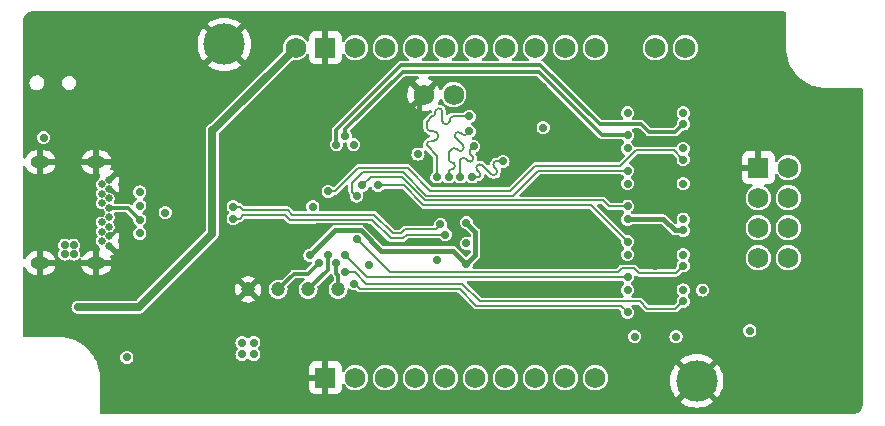
<source format=gbr>
%TF.GenerationSoftware,KiCad,Pcbnew,6.0.0*%
%TF.CreationDate,2022-09-17T11:35:23+02:00*%
%TF.ProjectId,cowprobe-rp,636f7770-726f-4626-952d-72702e6b6963,1*%
%TF.SameCoordinates,Original*%
%TF.FileFunction,Copper,L4,Bot*%
%TF.FilePolarity,Positive*%
%FSLAX46Y46*%
G04 Gerber Fmt 4.6, Leading zero omitted, Abs format (unit mm)*
G04 Created by KiCad (PCBNEW 6.0.0) date 2022-09-17 11:35:23*
%MOMM*%
%LPD*%
G01*
G04 APERTURE LIST*
%TA.AperFunction,ComponentPad*%
%ADD10C,1.750000*%
%TD*%
%TA.AperFunction,ComponentPad*%
%ADD11R,1.750000X1.750000*%
%TD*%
%TA.AperFunction,ComponentPad*%
%ADD12C,0.650000*%
%TD*%
%TA.AperFunction,ComponentPad*%
%ADD13O,1.600000X1.000000*%
%TD*%
%TA.AperFunction,ComponentPad*%
%ADD14C,3.500000*%
%TD*%
%TA.AperFunction,SMDPad,CuDef*%
%ADD15C,1.198880*%
%TD*%
%TA.AperFunction,ViaPad*%
%ADD16C,0.711200*%
%TD*%
%TA.AperFunction,Conductor*%
%ADD17C,0.304800*%
%TD*%
%TA.AperFunction,Conductor*%
%ADD18C,0.203200*%
%TD*%
%TA.AperFunction,Conductor*%
%ADD19C,0.406400*%
%TD*%
%TA.AperFunction,Conductor*%
%ADD20C,0.711200*%
%TD*%
%TA.AperFunction,Conductor*%
%ADD21C,0.200000*%
%TD*%
G04 APERTURE END LIST*
D10*
%TO.P,SW3,1*%
%TO.N,GND*%
X145380000Y-95000000D03*
%TO.P,SW3,2*%
%TO.N,BOOT*%
X147920000Y-95000000D03*
%TD*%
D11*
%TO.P,P4,1*%
%TO.N,GND*%
X137070000Y-118970000D03*
D10*
%TO.P,P4,2*%
%TO.N,EXT_9*%
X139610000Y-118970000D03*
%TO.P,P4,3*%
%TO.N,EXT_10*%
X142150000Y-118970000D03*
%TO.P,P4,4*%
%TO.N,EXT_11*%
X144690000Y-118970000D03*
%TO.P,P4,5*%
%TO.N,EXT_12*%
X147230000Y-118970000D03*
%TO.P,P4,6*%
%TO.N,EXT_13*%
X149770000Y-118970000D03*
%TO.P,P4,7*%
%TO.N,EXT_14*%
X152310000Y-118970000D03*
%TO.P,P4,8*%
%TO.N,EXT_15*%
X154850000Y-118970000D03*
%TO.P,P4,9*%
%TO.N,EXT_16*%
X157390000Y-118970000D03*
%TO.P,P4,10*%
%TO.N,+3.3V*%
X159930000Y-118970000D03*
%TD*%
D11*
%TO.P,P3,1*%
%TO.N,GND*%
X137070000Y-91030000D03*
D10*
%TO.P,P3,2*%
%TO.N,EXT_1*%
X139610000Y-91030000D03*
%TO.P,P3,3*%
%TO.N,EXT_2*%
X142150000Y-91030000D03*
%TO.P,P3,4*%
%TO.N,EXT_3*%
X144690000Y-91030000D03*
%TO.P,P3,5*%
%TO.N,EXT_4*%
X147230000Y-91030000D03*
%TO.P,P3,6*%
%TO.N,EXT_5*%
X149770000Y-91030000D03*
%TO.P,P3,7*%
%TO.N,EXT_6*%
X152310000Y-91030000D03*
%TO.P,P3,8*%
%TO.N,EXT_7*%
X154850000Y-91030000D03*
%TO.P,P3,9*%
%TO.N,EXT_8*%
X157390000Y-91030000D03*
%TO.P,P3,10*%
%TO.N,+Vdbg*%
X159930000Y-91030000D03*
%TD*%
D11*
%TO.P,P2,1*%
%TO.N,GND*%
X173730000Y-101190000D03*
D10*
%TO.P,P2,2*%
%TO.N,D3{slash}TDO*%
X176270000Y-101190000D03*
%TO.P,P2,3*%
%TO.N,UDBG_RX*%
X173730000Y-103730000D03*
%TO.P,P2,4*%
%TO.N,D2{slash}TMS{slash}SWDIO*%
X176270000Y-103730000D03*
%TO.P,P2,5*%
%TO.N,UDBG_TX*%
X173730000Y-106270000D03*
%TO.P,P2,6*%
%TO.N,D1{slash}TCK{slash}SWCLK*%
X176270000Y-106270000D03*
%TO.P,P2,7*%
%TO.N,+Vdbg*%
X173730000Y-108810000D03*
%TO.P,P2,8*%
%TO.N,D0{slash}TDI*%
X176270000Y-108810000D03*
%TD*%
%TO.P,P6,1*%
%TO.N,+3.3V*%
X165010000Y-91030000D03*
%TO.P,P6,2*%
%TO.N,+Vdbg*%
X167550000Y-91030000D03*
%TD*%
D12*
%TO.P,P1,B1*%
%TO.N,GND*%
X118760000Y-107800000D03*
%TO.P,P1,B2,TX+*%
%TO.N,unconnected-(P1-PadB2)*%
X118110000Y-107400000D03*
%TO.P,P1,B3,TX-*%
%TO.N,unconnected-(P1-PadB3)*%
X118110000Y-106600000D03*
%TO.P,P1,B4*%
%TO.N,+VBus*%
X118760000Y-106200000D03*
%TO.P,P1,B5,CC2*%
%TO.N,unconnected-(P1-PadB5)*%
X118110000Y-105800000D03*
%TO.P,P1,B6,D+*%
%TO.N,USB_D+*%
X118760000Y-105400000D03*
%TO.P,P1,B7,D-*%
%TO.N,USB_D-*%
X118760000Y-104600000D03*
%TO.P,P1,B8,SBU2*%
%TO.N,unconnected-(P1-PadB8)*%
X118110000Y-104200000D03*
%TO.P,P1,B9*%
%TO.N,+VBus*%
X118760000Y-103800000D03*
%TO.P,P1,B10,RX-*%
%TO.N,unconnected-(P1-PadB10)*%
X118110000Y-103400000D03*
%TO.P,P1,B11,RX+*%
%TO.N,unconnected-(P1-PadB11)*%
X118110000Y-102600000D03*
%TO.P,P1,B12*%
%TO.N,GND*%
X118760000Y-102200000D03*
%TO.P,P1,SHLD*%
X118760000Y-107000000D03*
X118760000Y-103000000D03*
D13*
X112930000Y-109270000D03*
X112930000Y-100730000D03*
X117660000Y-109270000D03*
X117660000Y-100730000D03*
%TD*%
D14*
%TO.P,FIX1,1,1*%
%TO.N,GND*%
X128500000Y-90750000D03*
%TD*%
%TO.P,FIX2,1,1*%
%TO.N,GND*%
X168500000Y-119250000D03*
%TD*%
D10*
%TO.P,P5,1,1*%
%TO.N,+VBus*%
X134540000Y-91030000D03*
%TD*%
D15*
%TO.P,TP3,1,1*%
%TO.N,RST*%
X138130000Y-111500000D03*
%TD*%
%TO.P,TP6,1,1*%
%TO.N,GND*%
X130510000Y-111500000D03*
%TD*%
%TO.P,TP4,1,1*%
%TO.N,Net-(TP4-Pad1)*%
X133050000Y-111500000D03*
%TD*%
%TO.P,TP5,1,1*%
%TO.N,Net-(TP5-Pad1)*%
X135590000Y-111500000D03*
%TD*%
D16*
%TO.N,GND*%
X124500000Y-121500000D03*
X150500000Y-88500000D03*
X112000000Y-107000000D03*
X158500000Y-88500000D03*
X122500000Y-121500000D03*
X138500000Y-88500000D03*
X140500000Y-112650000D03*
X130500000Y-88500000D03*
X175500000Y-91000000D03*
X115000000Y-115000000D03*
X178500000Y-121500000D03*
X152500000Y-88500000D03*
X158500000Y-121500000D03*
X117500000Y-116000000D03*
X170500000Y-121500000D03*
X178750000Y-113000000D03*
X174500000Y-88500000D03*
X178750000Y-101000000D03*
X178750000Y-111000000D03*
X147500000Y-112650000D03*
X150600000Y-106750000D03*
X167350000Y-103500000D03*
X168500000Y-88500000D03*
X162500000Y-88500000D03*
X172500000Y-88500000D03*
X132500000Y-121500000D03*
X155500000Y-94400000D03*
X178750000Y-95000000D03*
X178750000Y-97000000D03*
X162500000Y-121500000D03*
X114850000Y-91200000D03*
X112000000Y-97000000D03*
X130510000Y-111500000D03*
X174500000Y-121500000D03*
X178750000Y-109000000D03*
X122500000Y-116000000D03*
X150600000Y-108500000D03*
X160500000Y-88500000D03*
X118500000Y-119000000D03*
X142800000Y-104200000D03*
X121350000Y-102250000D03*
X165000000Y-106500000D03*
X128500000Y-121500000D03*
X140500000Y-97600000D03*
X114500000Y-88500000D03*
X142500000Y-121500000D03*
X165000000Y-109500000D03*
X133400000Y-107500000D03*
X165000000Y-100500000D03*
X126050000Y-105000000D03*
X148500000Y-88500000D03*
X165000000Y-112500000D03*
X152330000Y-101770000D03*
X144500000Y-88500000D03*
X123500000Y-119000000D03*
X152500000Y-121500000D03*
X136500000Y-121500000D03*
X182000000Y-95000000D03*
X128500000Y-116000000D03*
X142500000Y-88500000D03*
X138500000Y-101250000D03*
X141200000Y-104200000D03*
X134500000Y-88500000D03*
X148500000Y-121500000D03*
X165000000Y-103500000D03*
X118500000Y-121500000D03*
X156500000Y-88500000D03*
X140500000Y-88500000D03*
X150600000Y-111250000D03*
X112000000Y-89000000D03*
X166500000Y-121500000D03*
X178750000Y-99000000D03*
X124500000Y-88500000D03*
X182000000Y-117000000D03*
X117650000Y-111000000D03*
X118500000Y-88500000D03*
X182000000Y-115000000D03*
X180500000Y-121500000D03*
X154500000Y-88500000D03*
X156500000Y-121500000D03*
X146500000Y-121500000D03*
X132000000Y-102250000D03*
X165000000Y-97500000D03*
X120500000Y-88500000D03*
X116500000Y-88500000D03*
X164200000Y-119000000D03*
X178750000Y-105000000D03*
X112000000Y-113000000D03*
X132500000Y-88500000D03*
X112000000Y-103000000D03*
X172500000Y-121500000D03*
X126500000Y-121500000D03*
X169000000Y-115150000D03*
X120500000Y-116000000D03*
X178750000Y-107000000D03*
X133500000Y-120000000D03*
X142800000Y-105800000D03*
X178750000Y-103000000D03*
X124500000Y-116000000D03*
X112000000Y-115000000D03*
X133400000Y-106000000D03*
X112000000Y-91000000D03*
X163250000Y-92100000D03*
X182000000Y-119000000D03*
X150600000Y-105000000D03*
X166500000Y-88500000D03*
X164500000Y-121500000D03*
X140500000Y-121500000D03*
X126500000Y-116000000D03*
X145500000Y-112650000D03*
X136500000Y-88500000D03*
X134500000Y-121500000D03*
X130500000Y-121500000D03*
X177000000Y-115000000D03*
X154500000Y-121500000D03*
X150500000Y-121500000D03*
X133500000Y-118000000D03*
X122500000Y-88500000D03*
X116400000Y-93250000D03*
X145650000Y-100660000D03*
X146500000Y-88500000D03*
X121350000Y-107750000D03*
X126500000Y-88500000D03*
X144500000Y-121500000D03*
X138500000Y-121500000D03*
X170500000Y-88500000D03*
X176500000Y-121500000D03*
X131600000Y-100500000D03*
X112000000Y-95000000D03*
X133500000Y-116000000D03*
X145000000Y-96600000D03*
X134500000Y-104250000D03*
X112000000Y-105000000D03*
X112000000Y-111000000D03*
X114850000Y-96800000D03*
X169000000Y-94050000D03*
X120500000Y-121500000D03*
X112000000Y-99000000D03*
X176750000Y-93750000D03*
X112000000Y-93000000D03*
X164500000Y-88500000D03*
X160500000Y-121500000D03*
%TO.N,+VBus*%
X115750000Y-107750000D03*
X120250000Y-117250000D03*
X115000000Y-107750000D03*
X123500000Y-105000000D03*
X116120000Y-113000000D03*
X115000000Y-108500000D03*
X115750000Y-108500000D03*
X121350000Y-103250000D03*
X121350000Y-106750000D03*
%TO.N,USB_D+*%
X121350000Y-104400000D03*
%TO.N,USB_D-*%
X121350000Y-105600000D03*
%TO.N,+Vdbg*%
X167350000Y-99550000D03*
X167350000Y-108550000D03*
X167350000Y-96550000D03*
X169000000Y-111550000D03*
X167350000Y-102550000D03*
X173000000Y-115000000D03*
X167350000Y-105550000D03*
X167350000Y-111550000D03*
X166750000Y-115500000D03*
%TO.N,+3.3V*%
X130000000Y-116000000D03*
X146500000Y-109000000D03*
X162650000Y-108550000D03*
X140750000Y-109410000D03*
X131000000Y-117000000D03*
X155500000Y-97800000D03*
X163250000Y-115500000D03*
X139450000Y-99250000D03*
X167350000Y-106500000D03*
X162650000Y-102550000D03*
X162650000Y-105550000D03*
X162650000Y-99550000D03*
X144900000Y-100040000D03*
X162650000Y-96550000D03*
X131000000Y-116000000D03*
X130000000Y-117000000D03*
X162650000Y-111550000D03*
X149000000Y-107600000D03*
X136000000Y-104500000D03*
X113200000Y-98650000D03*
%TO.N,IO_RX*%
X140200000Y-102700000D03*
X162650000Y-104450000D03*
%TO.N,IO_D0*%
X139500000Y-111000000D03*
X162650000Y-113450000D03*
%TO.N,IO_TX*%
X162650000Y-107450000D03*
X141500000Y-102700000D03*
%TO.N,DIR_D0*%
X138750000Y-110000000D03*
X167350000Y-112500000D03*
%TO.N,IO_D1*%
X162650000Y-110450000D03*
X138750000Y-108600000D03*
%TO.N,DIR_D1*%
X167350000Y-109500000D03*
X139700000Y-107200000D03*
%TO.N,IO_D3*%
X162650000Y-98450000D03*
X138750000Y-98500000D03*
%TO.N,DIR_D3*%
X167350000Y-97500000D03*
X138000000Y-99250000D03*
%TO.N,IO_D2*%
X139700000Y-103600000D03*
X162650000Y-101450000D03*
%TO.N,DIR_D2*%
X167350000Y-100500000D03*
X137300000Y-103200000D03*
%TO.N,Net-(C10-Pad1)*%
X149000000Y-109350000D03*
X149000000Y-105850000D03*
X135750000Y-108600000D03*
%TO.N,RST*%
X138000000Y-109250000D03*
%TO.N,FL_D0*%
X152100000Y-100650000D03*
X149500000Y-102000000D03*
%TO.N,FL_D2*%
X148500000Y-102000000D03*
X149620000Y-99390000D03*
%TO.N,FL_D1*%
X149250000Y-98120000D03*
X147500000Y-102000000D03*
%TO.N,BOOT*%
X146500000Y-102000000D03*
X149250000Y-96850000D03*
%TO.N,/USBD_D-*%
X129250000Y-105500000D03*
X147200000Y-106850000D03*
%TO.N,/USBD_D+*%
X146800000Y-106000000D03*
X129250000Y-104500000D03*
%TO.N,Net-(TP4-Pad1)*%
X136500000Y-109250000D03*
%TO.N,Net-(TP5-Pad1)*%
X137250000Y-108600000D03*
%TD*%
D17*
%TO.N,GND*%
X151400000Y-102700000D02*
X152330000Y-101770000D01*
D18*
X148060000Y-107100000D02*
X148060000Y-105000000D01*
D19*
X144060000Y-104200000D02*
X142800000Y-104200000D01*
D17*
X145000000Y-96600000D02*
X142050000Y-96600000D01*
X155500000Y-94400000D02*
X156307511Y-95207511D01*
X146150000Y-102700000D02*
X151400000Y-102700000D01*
X153330573Y-101770000D02*
X152330000Y-101770000D01*
D19*
X167350000Y-103500000D02*
X165000000Y-103500000D01*
X145000000Y-96600000D02*
X145000000Y-95380000D01*
D18*
X133400000Y-107500000D02*
X134750000Y-107500000D01*
D19*
X149690000Y-94400000D02*
X148920000Y-93630000D01*
X150600000Y-105000000D02*
X148060000Y-105000000D01*
X145000000Y-95380000D02*
X145380000Y-95000000D01*
X148920000Y-93630000D02*
X146750000Y-93630000D01*
D18*
X147520000Y-107640000D02*
X148060000Y-107100000D01*
D19*
X146750000Y-93630000D02*
X145380000Y-95000000D01*
D17*
X140500000Y-97600000D02*
X141050000Y-97600000D01*
D18*
X134750000Y-107500000D02*
X136250000Y-106000000D01*
D17*
X141050000Y-97600000D02*
X146150000Y-102700000D01*
X142050000Y-96600000D02*
X141050000Y-97600000D01*
D18*
X140550000Y-106000000D02*
X142190000Y-107640000D01*
D17*
X156307511Y-98793062D02*
X153330573Y-101770000D01*
D18*
X142190000Y-107640000D02*
X147520000Y-107640000D01*
X136250000Y-106000000D02*
X140550000Y-106000000D01*
D17*
X156307511Y-95207511D02*
X156307511Y-98793062D01*
D19*
X128500000Y-121500000D02*
X128500000Y-116000000D01*
X148060000Y-105000000D02*
X144860000Y-105000000D01*
X144860000Y-105000000D02*
X144060000Y-104200000D01*
X155500000Y-94400000D02*
X149690000Y-94400000D01*
D20*
%TO.N,+VBus*%
X127560000Y-98010000D02*
X134540000Y-91030000D01*
X116120000Y-113000000D02*
X121280000Y-113000000D01*
X127500000Y-98010000D02*
X127560000Y-98010000D01*
X121280000Y-113000000D02*
X127500000Y-106780000D01*
X127500000Y-106780000D02*
X127500000Y-98010000D01*
D17*
%TO.N,USB_D-*%
X120350000Y-104600000D02*
X118760000Y-104600000D01*
X121350000Y-105600000D02*
X120350000Y-104600000D01*
D19*
%TO.N,+3.3V*%
X165680000Y-105550000D02*
X162650000Y-105550000D01*
X166630000Y-106500000D02*
X165680000Y-105550000D01*
X167350000Y-106500000D02*
X166630000Y-106500000D01*
D18*
%TO.N,IO_RX*%
X145462216Y-103950000D02*
X143512216Y-102000000D01*
X160570000Y-103950000D02*
X145462216Y-103950000D01*
X140900000Y-102000000D02*
X140200000Y-102700000D01*
X143512216Y-102000000D02*
X140900000Y-102000000D01*
X162650000Y-104450000D02*
X161070000Y-104450000D01*
X161070000Y-104450000D02*
X160570000Y-103950000D01*
%TO.N,IO_D0*%
X139950000Y-111450000D02*
X148420000Y-111450000D01*
X148420000Y-111450000D02*
X149850000Y-112880000D01*
X162080000Y-112880000D02*
X162650000Y-113450000D01*
X149850000Y-112880000D02*
X162080000Y-112880000D01*
X139500000Y-111000000D02*
X139950000Y-111450000D01*
%TO.N,IO_TX*%
X162650000Y-107450000D02*
X159550000Y-104350000D01*
X159550000Y-104350000D02*
X145360000Y-104350000D01*
X145360000Y-104350000D02*
X143710000Y-102700000D01*
X143710000Y-102700000D02*
X141500000Y-102700000D01*
%TO.N,DIR_D0*%
X148660000Y-111000000D02*
X150160000Y-112500000D01*
X138750000Y-110000000D02*
X139540000Y-110000000D01*
X139540000Y-110000000D02*
X140540000Y-111000000D01*
X163670000Y-112500000D02*
X164320000Y-113150000D01*
X140540000Y-111000000D02*
X148660000Y-111000000D01*
X150160000Y-112500000D02*
X163670000Y-112500000D01*
X166700000Y-113150000D02*
X167350000Y-112500000D01*
X164320000Y-113150000D02*
X166700000Y-113150000D01*
%TO.N,IO_D1*%
X140600000Y-110450000D02*
X162650000Y-110450000D01*
X138750000Y-108600000D02*
X140600000Y-110450000D01*
%TO.N,DIR_D1*%
X163609111Y-110109111D02*
X166740889Y-110109111D01*
X162150000Y-109710000D02*
X163210000Y-109710000D01*
X163210000Y-109710000D02*
X163609111Y-110109111D01*
X161810000Y-110050000D02*
X162150000Y-109710000D01*
X142550000Y-110050000D02*
X161810000Y-110050000D01*
X139700000Y-107200000D02*
X142550000Y-110050000D01*
X166740889Y-110109111D02*
X167350000Y-109500000D01*
D17*
%TO.N,IO_D3*%
X143600000Y-93100000D02*
X138750000Y-97950000D01*
X138750000Y-97950000D02*
X138750000Y-98500000D01*
X160520000Y-98450000D02*
X155170000Y-93100000D01*
X155170000Y-93100000D02*
X143600000Y-93100000D01*
X162650000Y-98450000D02*
X160520000Y-98450000D01*
%TO.N,DIR_D3*%
X138000000Y-99250000D02*
X138000000Y-97960000D01*
X163800000Y-97510000D02*
X164449911Y-98159911D01*
X160280000Y-97510000D02*
X163800000Y-97510000D01*
X143460000Y-92500000D02*
X155270000Y-92500000D01*
X164449911Y-98159911D02*
X166690089Y-98159911D01*
X155270000Y-92500000D02*
X160280000Y-97510000D01*
X138000000Y-97960000D02*
X143460000Y-92500000D01*
X166690089Y-98159911D02*
X167350000Y-97500000D01*
D18*
%TO.N,IO_D2*%
X139320000Y-103220000D02*
X139320000Y-102530000D01*
X152960000Y-103550000D02*
X155060000Y-101450000D01*
X155060000Y-101450000D02*
X162650000Y-101450000D01*
X145620000Y-103550000D02*
X152960000Y-103550000D01*
X140280000Y-101570000D02*
X143640000Y-101570000D01*
X139700000Y-103600000D02*
X139320000Y-103220000D01*
X139320000Y-102530000D02*
X140280000Y-101570000D01*
X143640000Y-101570000D02*
X145620000Y-103550000D01*
%TO.N,DIR_D2*%
X137860000Y-103200000D02*
X139845120Y-101214880D01*
X152730000Y-103150000D02*
X154830000Y-101050000D01*
X137300000Y-103200000D02*
X137860000Y-103200000D01*
X163341414Y-99720000D02*
X166570000Y-99720000D01*
X154830000Y-101050000D02*
X162011414Y-101050000D01*
X139845120Y-101214880D02*
X144024880Y-101214880D01*
X145960000Y-103150000D02*
X152730000Y-103150000D01*
X144024880Y-101214880D02*
X145960000Y-103150000D01*
X162011414Y-101050000D02*
X163341414Y-99720000D01*
X166570000Y-99720000D02*
X167350000Y-100500000D01*
D19*
%TO.N,Net-(C10-Pad1)*%
X140039289Y-106489289D02*
X137860711Y-106489289D01*
X149000000Y-109350000D02*
X147900000Y-108250000D01*
X137860711Y-106489289D02*
X135750000Y-108600000D01*
X147900000Y-108250000D02*
X141800000Y-108250000D01*
X149760000Y-108590000D02*
X149000000Y-109350000D01*
X149000000Y-105850000D02*
X149760000Y-106610000D01*
X149760000Y-106610000D02*
X149760000Y-108590000D01*
X141800000Y-108250000D02*
X140039289Y-106489289D01*
D17*
%TO.N,RST*%
X138000000Y-109250000D02*
X138000000Y-110190000D01*
X138130000Y-110320000D02*
X138130000Y-111500000D01*
X138000000Y-110190000D02*
X138130000Y-110320000D01*
D18*
%TO.N,FL_D0*%
X150353655Y-100990860D02*
X151099141Y-101736345D01*
X151362793Y-100727204D02*
X151440000Y-100650000D01*
X150090000Y-101575736D02*
X149929389Y-101415125D01*
X151523405Y-101312080D02*
X151362793Y-101151468D01*
X150353655Y-100990861D02*
X150353655Y-100990860D01*
X151523405Y-101312079D02*
X151523405Y-101312080D01*
X151440000Y-100650000D02*
X152100000Y-100650000D01*
X149500000Y-102000000D02*
X150090000Y-102000000D01*
X149929390Y-100990862D02*
G75*
G03*
X149929390Y-101415124I212131J-212131D01*
G01*
X150353654Y-100990862D02*
G75*
G03*
X149929390Y-100990862I-212132J-212130D01*
G01*
X150089999Y-101575737D02*
G75*
G02*
X150089999Y-101999999I-212131J-212131D01*
G01*
X151523405Y-101312079D02*
G75*
G02*
X151523405Y-101736345I-212134J-212133D01*
G01*
X151362794Y-100727205D02*
G75*
G03*
X151362794Y-101151467I212131J-212131D01*
G01*
X151523404Y-101736344D02*
G75*
G02*
X151099142Y-101736344I-212131J212131D01*
G01*
%TO.N,FL_D2*%
X149344999Y-100053910D02*
X149508053Y-100216964D01*
X149620000Y-99390000D02*
X149345000Y-99665000D01*
X148567183Y-100442820D02*
X148567184Y-100442819D01*
X148567184Y-100442819D02*
X148500000Y-100510000D01*
X149345000Y-100053910D02*
X149344999Y-100053910D01*
X148500000Y-100510000D02*
X148500000Y-102000000D01*
X149119145Y-100605872D02*
X148956092Y-100442819D01*
X149508052Y-100605873D02*
X149508053Y-100605872D01*
X149345000Y-100053910D02*
G75*
G02*
X149345000Y-99665000I194451J194455D01*
G01*
X149119145Y-100605872D02*
G75*
G03*
X149508053Y-100605872I194454J194459D01*
G01*
X149508051Y-100605872D02*
G75*
G03*
X149508052Y-100216965I-194454J194454D01*
G01*
X148567184Y-100442821D02*
G75*
G02*
X148956091Y-100442820I194454J-194454D01*
G01*
%TO.N,FL_D1*%
X147500000Y-102000000D02*
X147500000Y-101590000D01*
X147500000Y-100478942D02*
X147500000Y-100390000D01*
X148674543Y-99276779D02*
X148674543Y-99276780D01*
X148517486Y-98271192D02*
X148517486Y-98271191D01*
X147500000Y-100390000D02*
X147500000Y-99870000D01*
X149020841Y-98349159D02*
X149250000Y-98120000D01*
X148171749Y-99622515D02*
X148250279Y-99701045D01*
X147755530Y-100734471D02*
X147755529Y-100734471D01*
X148674543Y-99276780D02*
X148093220Y-98695456D01*
X149020281Y-98349722D02*
X149020841Y-98349159D01*
X148517486Y-98271191D02*
X148596017Y-98349722D01*
X148011059Y-101078942D02*
X148011059Y-100990000D01*
X147755529Y-101334471D02*
X147755530Y-101334471D01*
X147500000Y-99870000D02*
X147747485Y-99622515D01*
X148093221Y-98271193D02*
G75*
G03*
X148093221Y-98695455I212131J-212131D01*
G01*
X147755530Y-100734471D02*
G75*
G02*
X148011059Y-100990000I-1J-255530D01*
G01*
X149020280Y-98349721D02*
G75*
G02*
X148596018Y-98349721I-212131J212131D01*
G01*
X148011059Y-101078942D02*
G75*
G02*
X147755530Y-101334471I-255530J1D01*
G01*
X147500000Y-100478942D02*
G75*
G03*
X147755529Y-100734471I255530J1D01*
G01*
X148674543Y-99276779D02*
G75*
G02*
X148674543Y-99701045I-212134J-212133D01*
G01*
X148171748Y-99622516D02*
G75*
G03*
X147747486Y-99622516I-212131J-212131D01*
G01*
X147755529Y-101334471D02*
G75*
G03*
X147500000Y-101590000I1J-255530D01*
G01*
X148674542Y-99701044D02*
G75*
G02*
X148250280Y-99701044I-212131J212131D01*
G01*
X148517485Y-98271193D02*
G75*
G03*
X148093221Y-98271193I-212132J-212130D01*
G01*
%TO.N,BOOT*%
X146970000Y-96550000D02*
X146970000Y-97234000D01*
X147870000Y-96850000D02*
X148148399Y-96850000D01*
X146500000Y-102000000D02*
X146500000Y-100180000D01*
X146030000Y-98910000D02*
X146230000Y-98910000D01*
X147570000Y-97234000D02*
X147570000Y-97150000D01*
X148148399Y-96850000D02*
X149250000Y-96850000D01*
X145630000Y-97660000D02*
X145630000Y-97290000D01*
X146230000Y-98110000D02*
X146030000Y-98110000D01*
X145630000Y-97710000D02*
X145630000Y-97660000D01*
X146500000Y-100180000D02*
X145630000Y-99310000D01*
X145630000Y-97290000D02*
X146070000Y-96850000D01*
X146370000Y-96550000D02*
X146370000Y-96466000D01*
X146970000Y-96466000D02*
X146970000Y-96550000D01*
X146970000Y-96466000D02*
G75*
G03*
X146670000Y-96166000I-300000J0D01*
G01*
X145630000Y-97710000D02*
G75*
G03*
X146030000Y-98110000I399999J-1D01*
G01*
X147270000Y-97534000D02*
G75*
G02*
X146970000Y-97234000I0J300000D01*
G01*
X147870000Y-96850000D02*
G75*
G03*
X147570000Y-97150000I0J-300000D01*
G01*
X146630000Y-98510000D02*
G75*
G02*
X146230000Y-98910000I-399999J-1D01*
G01*
X146670000Y-96166000D02*
G75*
G03*
X146370000Y-96466000I0J-300000D01*
G01*
X146230000Y-98110000D02*
G75*
G02*
X146630000Y-98510000I1J-399999D01*
G01*
X146030000Y-98910000D02*
G75*
G03*
X145630000Y-99310000I-1J-399999D01*
G01*
X146370000Y-96550000D02*
G75*
G02*
X146070000Y-96850000I-300000J0D01*
G01*
X147570000Y-97234000D02*
G75*
G02*
X147270000Y-97534000I-300000J0D01*
G01*
D21*
%TO.N,/USBD_D-*%
X144008200Y-106850000D02*
X143673200Y-107185000D01*
X143673200Y-107185000D02*
X142586800Y-107185000D01*
X134076800Y-105625000D02*
X133676801Y-105225001D01*
X133676801Y-105225001D02*
X130074999Y-105225001D01*
X142586800Y-107185000D02*
X141026800Y-105625000D01*
X129800000Y-105500000D02*
X129250000Y-105500000D01*
X141026800Y-105625000D02*
X134076800Y-105625000D01*
X147200000Y-106850000D02*
X144008200Y-106850000D01*
X130074999Y-105225001D02*
X129800000Y-105500000D01*
D18*
%TO.N,/USBD_D+*%
X129800000Y-104500000D02*
X129250000Y-104500000D01*
D21*
X133863199Y-104774999D02*
X130074999Y-104774999D01*
X146800000Y-106000000D02*
X146400001Y-106399999D01*
X142773200Y-106735000D02*
X141213200Y-105175000D01*
X130074999Y-104774999D02*
X129800000Y-104500000D01*
X141213200Y-105175000D02*
X134263200Y-105175000D01*
X146400001Y-106399999D02*
X143821801Y-106399999D01*
X134263200Y-105175000D02*
X133863199Y-104774999D01*
X143821801Y-106399999D02*
X143486800Y-106735000D01*
X143486800Y-106735000D02*
X142773200Y-106735000D01*
D17*
%TO.N,Net-(TP4-Pad1)*%
X136500000Y-109250000D02*
X135570000Y-110180000D01*
X135570000Y-110180000D02*
X134370000Y-110180000D01*
X134370000Y-110180000D02*
X133050000Y-111500000D01*
%TO.N,Net-(TP5-Pad1)*%
X137250000Y-108600000D02*
X137250000Y-109840000D01*
X137250000Y-109840000D02*
X135590000Y-111500000D01*
%TD*%
%TA.AperFunction,Conductor*%
%TO.N,GND*%
G36*
X175992121Y-87970002D02*
G01*
X176038614Y-88023658D01*
X176050000Y-88076000D01*
X176050000Y-90962976D01*
X176048047Y-90980181D01*
X176048037Y-90985812D01*
X176044857Y-90999642D01*
X176046089Y-91005086D01*
X176046626Y-91016025D01*
X176046626Y-91016026D01*
X176062320Y-91335477D01*
X176062472Y-91338567D01*
X176112210Y-91673873D01*
X176112960Y-91676867D01*
X176193822Y-91999690D01*
X176193825Y-91999700D01*
X176194574Y-92002690D01*
X176195611Y-92005589D01*
X176195614Y-92005598D01*
X176247461Y-92150500D01*
X176308771Y-92321850D01*
X176310087Y-92324633D01*
X176310091Y-92324642D01*
X176415510Y-92547530D01*
X176453702Y-92628280D01*
X176455285Y-92630921D01*
X176626381Y-92916379D01*
X176626387Y-92916388D01*
X176627970Y-92919029D01*
X176829897Y-93191297D01*
X177057539Y-93442461D01*
X177308703Y-93670103D01*
X177311189Y-93671947D01*
X177311193Y-93671950D01*
X177374752Y-93719088D01*
X177580971Y-93872030D01*
X177583612Y-93873613D01*
X177583621Y-93873619D01*
X177738603Y-93966511D01*
X177871720Y-94046298D01*
X177874499Y-94047612D01*
X177874502Y-94047614D01*
X178175358Y-94189909D01*
X178175367Y-94189913D01*
X178178150Y-94191229D01*
X178298780Y-94234391D01*
X178494402Y-94304386D01*
X178494411Y-94304389D01*
X178497310Y-94305426D01*
X178500300Y-94306175D01*
X178500310Y-94306178D01*
X178798195Y-94380793D01*
X178826127Y-94387790D01*
X179161433Y-94437528D01*
X179164519Y-94437680D01*
X179164523Y-94437680D01*
X179378217Y-94448178D01*
X179492057Y-94453771D01*
X179494086Y-94453938D01*
X179499284Y-94455142D01*
X179500000Y-94455143D01*
X179508718Y-94453154D01*
X179536733Y-94450000D01*
X182424000Y-94450000D01*
X182492121Y-94470002D01*
X182538614Y-94523658D01*
X182550000Y-94576000D01*
X182550000Y-121212975D01*
X182548047Y-121230181D01*
X182548037Y-121235812D01*
X182544857Y-121249641D01*
X182547989Y-121263480D01*
X182547987Y-121264471D01*
X182547380Y-121276601D01*
X182535844Y-121393723D01*
X182531025Y-121417948D01*
X182492706Y-121544269D01*
X182483254Y-121567089D01*
X182421025Y-121683510D01*
X182407302Y-121704047D01*
X182323557Y-121806091D01*
X182306091Y-121823557D01*
X182204047Y-121907302D01*
X182183510Y-121921025D01*
X182067089Y-121983254D01*
X182044269Y-121992706D01*
X181917948Y-122031025D01*
X181893723Y-122035844D01*
X181776102Y-122047429D01*
X181764069Y-122048010D01*
X181750357Y-122044857D01*
X181736517Y-122047989D01*
X181731627Y-122047980D01*
X181713551Y-122050000D01*
X118076000Y-122050000D01*
X118007879Y-122029998D01*
X117961386Y-121976342D01*
X117950000Y-121924000D01*
X117950000Y-121018856D01*
X167096601Y-121018856D01*
X167103059Y-121028216D01*
X167119361Y-121042512D01*
X167125901Y-121047530D01*
X167365144Y-121207387D01*
X167372281Y-121211508D01*
X167630349Y-121338772D01*
X167637953Y-121341922D01*
X167910420Y-121434412D01*
X167918383Y-121436546D01*
X168200600Y-121492683D01*
X168208751Y-121493756D01*
X168495881Y-121512575D01*
X168504119Y-121512575D01*
X168791249Y-121493756D01*
X168799400Y-121492683D01*
X169081617Y-121436546D01*
X169089580Y-121434412D01*
X169362047Y-121341922D01*
X169369651Y-121338772D01*
X169627719Y-121211508D01*
X169634856Y-121207387D01*
X169874099Y-121047530D01*
X169880639Y-121042512D01*
X169895074Y-121029853D01*
X169903472Y-121016614D01*
X169897638Y-121006849D01*
X168512810Y-119622020D01*
X168498869Y-119614408D01*
X168497034Y-119614539D01*
X168490420Y-119618790D01*
X167104116Y-121005095D01*
X167096601Y-121018856D01*
X117950000Y-121018856D01*
X117950000Y-119889669D01*
X135687001Y-119889669D01*
X135687371Y-119896490D01*
X135692895Y-119947352D01*
X135696521Y-119962604D01*
X135741676Y-120083054D01*
X135750214Y-120098649D01*
X135826715Y-120200724D01*
X135839276Y-120213285D01*
X135941351Y-120289786D01*
X135956946Y-120298324D01*
X136077394Y-120343478D01*
X136092649Y-120347105D01*
X136143514Y-120352631D01*
X136150328Y-120353000D01*
X136797885Y-120353000D01*
X136813124Y-120348525D01*
X136814329Y-120347135D01*
X136816000Y-120339452D01*
X136816000Y-120334884D01*
X137324000Y-120334884D01*
X137328475Y-120350123D01*
X137329865Y-120351328D01*
X137337548Y-120352999D01*
X137989669Y-120352999D01*
X137996490Y-120352629D01*
X138047352Y-120347105D01*
X138062604Y-120343479D01*
X138183054Y-120298324D01*
X138198649Y-120289786D01*
X138300724Y-120213285D01*
X138313285Y-120200724D01*
X138389786Y-120098649D01*
X138398324Y-120083054D01*
X138443478Y-119962606D01*
X138447105Y-119947351D01*
X138452631Y-119896486D01*
X138453000Y-119889672D01*
X138453000Y-119593100D01*
X138473002Y-119524979D01*
X138526658Y-119478486D01*
X138596932Y-119468382D01*
X138661512Y-119497876D01*
X138681896Y-119520378D01*
X138788679Y-119671474D01*
X138930266Y-119809402D01*
X139094617Y-119919217D01*
X139099919Y-119921495D01*
X139099921Y-119921496D01*
X139270921Y-119994964D01*
X139276228Y-119997244D01*
X139347698Y-120013416D01*
X139463381Y-120039593D01*
X139463387Y-120039594D01*
X139469018Y-120040868D01*
X139474789Y-120041095D01*
X139474791Y-120041095D01*
X139535384Y-120043475D01*
X139666528Y-120048628D01*
X139764337Y-120034447D01*
X139856432Y-120021094D01*
X139856437Y-120021093D01*
X139862146Y-120020265D01*
X139867610Y-120018410D01*
X139867615Y-120018409D01*
X140043848Y-119958586D01*
X140043853Y-119958584D01*
X140049320Y-119956728D01*
X140112231Y-119921496D01*
X140216742Y-119862967D01*
X140216746Y-119862964D01*
X140221780Y-119860145D01*
X140226217Y-119856454D01*
X140226221Y-119856452D01*
X140369314Y-119737443D01*
X140373752Y-119733752D01*
X140466678Y-119622020D01*
X140496452Y-119586221D01*
X140496454Y-119586217D01*
X140500145Y-119581780D01*
X140502964Y-119576746D01*
X140502967Y-119576742D01*
X140593905Y-119414361D01*
X140593905Y-119414360D01*
X140596728Y-119409320D01*
X140598584Y-119403853D01*
X140598586Y-119403848D01*
X140658409Y-119227615D01*
X140658410Y-119227610D01*
X140660265Y-119222146D01*
X140661093Y-119216437D01*
X140661094Y-119216432D01*
X140688095Y-119030202D01*
X140688628Y-119026528D01*
X140690108Y-118970000D01*
X140689075Y-118958751D01*
X140687511Y-118941726D01*
X141070262Y-118941726D01*
X141083190Y-119138966D01*
X141131845Y-119330547D01*
X141214599Y-119510054D01*
X141328679Y-119671474D01*
X141470266Y-119809402D01*
X141634617Y-119919217D01*
X141639919Y-119921495D01*
X141639921Y-119921496D01*
X141810921Y-119994964D01*
X141816228Y-119997244D01*
X141887698Y-120013416D01*
X142003381Y-120039593D01*
X142003387Y-120039594D01*
X142009018Y-120040868D01*
X142014789Y-120041095D01*
X142014791Y-120041095D01*
X142075384Y-120043475D01*
X142206528Y-120048628D01*
X142304337Y-120034447D01*
X142396432Y-120021094D01*
X142396437Y-120021093D01*
X142402146Y-120020265D01*
X142407610Y-120018410D01*
X142407615Y-120018409D01*
X142583848Y-119958586D01*
X142583853Y-119958584D01*
X142589320Y-119956728D01*
X142652231Y-119921496D01*
X142756742Y-119862967D01*
X142756746Y-119862964D01*
X142761780Y-119860145D01*
X142766217Y-119856454D01*
X142766221Y-119856452D01*
X142909314Y-119737443D01*
X142913752Y-119733752D01*
X143006678Y-119622020D01*
X143036452Y-119586221D01*
X143036454Y-119586217D01*
X143040145Y-119581780D01*
X143042964Y-119576746D01*
X143042967Y-119576742D01*
X143133905Y-119414361D01*
X143133905Y-119414360D01*
X143136728Y-119409320D01*
X143138584Y-119403853D01*
X143138586Y-119403848D01*
X143198409Y-119227615D01*
X143198410Y-119227610D01*
X143200265Y-119222146D01*
X143201093Y-119216437D01*
X143201094Y-119216432D01*
X143228095Y-119030202D01*
X143228628Y-119026528D01*
X143230108Y-118970000D01*
X143229075Y-118958751D01*
X143227511Y-118941726D01*
X143610262Y-118941726D01*
X143623190Y-119138966D01*
X143671845Y-119330547D01*
X143754599Y-119510054D01*
X143868679Y-119671474D01*
X144010266Y-119809402D01*
X144174617Y-119919217D01*
X144179919Y-119921495D01*
X144179921Y-119921496D01*
X144350921Y-119994964D01*
X144356228Y-119997244D01*
X144427698Y-120013416D01*
X144543381Y-120039593D01*
X144543387Y-120039594D01*
X144549018Y-120040868D01*
X144554789Y-120041095D01*
X144554791Y-120041095D01*
X144615384Y-120043475D01*
X144746528Y-120048628D01*
X144844337Y-120034447D01*
X144936432Y-120021094D01*
X144936437Y-120021093D01*
X144942146Y-120020265D01*
X144947610Y-120018410D01*
X144947615Y-120018409D01*
X145123848Y-119958586D01*
X145123853Y-119958584D01*
X145129320Y-119956728D01*
X145192231Y-119921496D01*
X145296742Y-119862967D01*
X145296746Y-119862964D01*
X145301780Y-119860145D01*
X145306217Y-119856454D01*
X145306221Y-119856452D01*
X145449314Y-119737443D01*
X145453752Y-119733752D01*
X145546678Y-119622020D01*
X145576452Y-119586221D01*
X145576454Y-119586217D01*
X145580145Y-119581780D01*
X145582964Y-119576746D01*
X145582967Y-119576742D01*
X145673905Y-119414361D01*
X145673905Y-119414360D01*
X145676728Y-119409320D01*
X145678584Y-119403853D01*
X145678586Y-119403848D01*
X145738409Y-119227615D01*
X145738410Y-119227610D01*
X145740265Y-119222146D01*
X145741093Y-119216437D01*
X145741094Y-119216432D01*
X145768095Y-119030202D01*
X145768628Y-119026528D01*
X145770108Y-118970000D01*
X145769075Y-118958751D01*
X145767511Y-118941726D01*
X146150262Y-118941726D01*
X146163190Y-119138966D01*
X146211845Y-119330547D01*
X146294599Y-119510054D01*
X146408679Y-119671474D01*
X146550266Y-119809402D01*
X146714617Y-119919217D01*
X146719919Y-119921495D01*
X146719921Y-119921496D01*
X146890921Y-119994964D01*
X146896228Y-119997244D01*
X146967698Y-120013416D01*
X147083381Y-120039593D01*
X147083387Y-120039594D01*
X147089018Y-120040868D01*
X147094789Y-120041095D01*
X147094791Y-120041095D01*
X147155384Y-120043475D01*
X147286528Y-120048628D01*
X147384337Y-120034447D01*
X147476432Y-120021094D01*
X147476437Y-120021093D01*
X147482146Y-120020265D01*
X147487610Y-120018410D01*
X147487615Y-120018409D01*
X147663848Y-119958586D01*
X147663853Y-119958584D01*
X147669320Y-119956728D01*
X147732231Y-119921496D01*
X147836742Y-119862967D01*
X147836746Y-119862964D01*
X147841780Y-119860145D01*
X147846217Y-119856454D01*
X147846221Y-119856452D01*
X147989314Y-119737443D01*
X147993752Y-119733752D01*
X148086678Y-119622020D01*
X148116452Y-119586221D01*
X148116454Y-119586217D01*
X148120145Y-119581780D01*
X148122964Y-119576746D01*
X148122967Y-119576742D01*
X148213905Y-119414361D01*
X148213905Y-119414360D01*
X148216728Y-119409320D01*
X148218584Y-119403853D01*
X148218586Y-119403848D01*
X148278409Y-119227615D01*
X148278410Y-119227610D01*
X148280265Y-119222146D01*
X148281093Y-119216437D01*
X148281094Y-119216432D01*
X148308095Y-119030202D01*
X148308628Y-119026528D01*
X148310108Y-118970000D01*
X148309075Y-118958751D01*
X148307511Y-118941726D01*
X148690262Y-118941726D01*
X148703190Y-119138966D01*
X148751845Y-119330547D01*
X148834599Y-119510054D01*
X148948679Y-119671474D01*
X149090266Y-119809402D01*
X149254617Y-119919217D01*
X149259919Y-119921495D01*
X149259921Y-119921496D01*
X149430921Y-119994964D01*
X149436228Y-119997244D01*
X149507698Y-120013416D01*
X149623381Y-120039593D01*
X149623387Y-120039594D01*
X149629018Y-120040868D01*
X149634789Y-120041095D01*
X149634791Y-120041095D01*
X149695384Y-120043475D01*
X149826528Y-120048628D01*
X149924337Y-120034447D01*
X150016432Y-120021094D01*
X150016437Y-120021093D01*
X150022146Y-120020265D01*
X150027610Y-120018410D01*
X150027615Y-120018409D01*
X150203848Y-119958586D01*
X150203853Y-119958584D01*
X150209320Y-119956728D01*
X150272231Y-119921496D01*
X150376742Y-119862967D01*
X150376746Y-119862964D01*
X150381780Y-119860145D01*
X150386217Y-119856454D01*
X150386221Y-119856452D01*
X150529314Y-119737443D01*
X150533752Y-119733752D01*
X150626678Y-119622020D01*
X150656452Y-119586221D01*
X150656454Y-119586217D01*
X150660145Y-119581780D01*
X150662964Y-119576746D01*
X150662967Y-119576742D01*
X150753905Y-119414361D01*
X150753905Y-119414360D01*
X150756728Y-119409320D01*
X150758584Y-119403853D01*
X150758586Y-119403848D01*
X150818409Y-119227615D01*
X150818410Y-119227610D01*
X150820265Y-119222146D01*
X150821093Y-119216437D01*
X150821094Y-119216432D01*
X150848095Y-119030202D01*
X150848628Y-119026528D01*
X150850108Y-118970000D01*
X150849075Y-118958751D01*
X150847511Y-118941726D01*
X151230262Y-118941726D01*
X151243190Y-119138966D01*
X151291845Y-119330547D01*
X151374599Y-119510054D01*
X151488679Y-119671474D01*
X151630266Y-119809402D01*
X151794617Y-119919217D01*
X151799919Y-119921495D01*
X151799921Y-119921496D01*
X151970921Y-119994964D01*
X151976228Y-119997244D01*
X152047698Y-120013416D01*
X152163381Y-120039593D01*
X152163387Y-120039594D01*
X152169018Y-120040868D01*
X152174789Y-120041095D01*
X152174791Y-120041095D01*
X152235384Y-120043475D01*
X152366528Y-120048628D01*
X152464337Y-120034447D01*
X152556432Y-120021094D01*
X152556437Y-120021093D01*
X152562146Y-120020265D01*
X152567610Y-120018410D01*
X152567615Y-120018409D01*
X152743848Y-119958586D01*
X152743853Y-119958584D01*
X152749320Y-119956728D01*
X152812231Y-119921496D01*
X152916742Y-119862967D01*
X152916746Y-119862964D01*
X152921780Y-119860145D01*
X152926217Y-119856454D01*
X152926221Y-119856452D01*
X153069314Y-119737443D01*
X153073752Y-119733752D01*
X153166678Y-119622020D01*
X153196452Y-119586221D01*
X153196454Y-119586217D01*
X153200145Y-119581780D01*
X153202964Y-119576746D01*
X153202967Y-119576742D01*
X153293905Y-119414361D01*
X153293905Y-119414360D01*
X153296728Y-119409320D01*
X153298584Y-119403853D01*
X153298586Y-119403848D01*
X153358409Y-119227615D01*
X153358410Y-119227610D01*
X153360265Y-119222146D01*
X153361093Y-119216437D01*
X153361094Y-119216432D01*
X153388095Y-119030202D01*
X153388628Y-119026528D01*
X153390108Y-118970000D01*
X153389075Y-118958751D01*
X153387511Y-118941726D01*
X153770262Y-118941726D01*
X153783190Y-119138966D01*
X153831845Y-119330547D01*
X153914599Y-119510054D01*
X154028679Y-119671474D01*
X154170266Y-119809402D01*
X154334617Y-119919217D01*
X154339919Y-119921495D01*
X154339921Y-119921496D01*
X154510921Y-119994964D01*
X154516228Y-119997244D01*
X154587698Y-120013416D01*
X154703381Y-120039593D01*
X154703387Y-120039594D01*
X154709018Y-120040868D01*
X154714789Y-120041095D01*
X154714791Y-120041095D01*
X154775384Y-120043475D01*
X154906528Y-120048628D01*
X155004337Y-120034447D01*
X155096432Y-120021094D01*
X155096437Y-120021093D01*
X155102146Y-120020265D01*
X155107610Y-120018410D01*
X155107615Y-120018409D01*
X155283848Y-119958586D01*
X155283853Y-119958584D01*
X155289320Y-119956728D01*
X155352231Y-119921496D01*
X155456742Y-119862967D01*
X155456746Y-119862964D01*
X155461780Y-119860145D01*
X155466217Y-119856454D01*
X155466221Y-119856452D01*
X155609314Y-119737443D01*
X155613752Y-119733752D01*
X155706678Y-119622020D01*
X155736452Y-119586221D01*
X155736454Y-119586217D01*
X155740145Y-119581780D01*
X155742964Y-119576746D01*
X155742967Y-119576742D01*
X155833905Y-119414361D01*
X155833905Y-119414360D01*
X155836728Y-119409320D01*
X155838584Y-119403853D01*
X155838586Y-119403848D01*
X155898409Y-119227615D01*
X155898410Y-119227610D01*
X155900265Y-119222146D01*
X155901093Y-119216437D01*
X155901094Y-119216432D01*
X155928095Y-119030202D01*
X155928628Y-119026528D01*
X155930108Y-118970000D01*
X155929075Y-118958751D01*
X155927511Y-118941726D01*
X156310262Y-118941726D01*
X156323190Y-119138966D01*
X156371845Y-119330547D01*
X156454599Y-119510054D01*
X156568679Y-119671474D01*
X156710266Y-119809402D01*
X156874617Y-119919217D01*
X156879919Y-119921495D01*
X156879921Y-119921496D01*
X157050921Y-119994964D01*
X157056228Y-119997244D01*
X157127698Y-120013416D01*
X157243381Y-120039593D01*
X157243387Y-120039594D01*
X157249018Y-120040868D01*
X157254789Y-120041095D01*
X157254791Y-120041095D01*
X157315384Y-120043475D01*
X157446528Y-120048628D01*
X157544337Y-120034447D01*
X157636432Y-120021094D01*
X157636437Y-120021093D01*
X157642146Y-120020265D01*
X157647610Y-120018410D01*
X157647615Y-120018409D01*
X157823848Y-119958586D01*
X157823853Y-119958584D01*
X157829320Y-119956728D01*
X157892231Y-119921496D01*
X157996742Y-119862967D01*
X157996746Y-119862964D01*
X158001780Y-119860145D01*
X158006217Y-119856454D01*
X158006221Y-119856452D01*
X158149314Y-119737443D01*
X158153752Y-119733752D01*
X158246678Y-119622020D01*
X158276452Y-119586221D01*
X158276454Y-119586217D01*
X158280145Y-119581780D01*
X158282964Y-119576746D01*
X158282967Y-119576742D01*
X158373905Y-119414361D01*
X158373905Y-119414360D01*
X158376728Y-119409320D01*
X158378584Y-119403853D01*
X158378586Y-119403848D01*
X158438409Y-119227615D01*
X158438410Y-119227610D01*
X158440265Y-119222146D01*
X158441093Y-119216437D01*
X158441094Y-119216432D01*
X158468095Y-119030202D01*
X158468628Y-119026528D01*
X158470108Y-118970000D01*
X158469075Y-118958751D01*
X158467511Y-118941726D01*
X158850262Y-118941726D01*
X158863190Y-119138966D01*
X158911845Y-119330547D01*
X158994599Y-119510054D01*
X159108679Y-119671474D01*
X159250266Y-119809402D01*
X159414617Y-119919217D01*
X159419919Y-119921495D01*
X159419921Y-119921496D01*
X159590921Y-119994964D01*
X159596228Y-119997244D01*
X159667698Y-120013416D01*
X159783381Y-120039593D01*
X159783387Y-120039594D01*
X159789018Y-120040868D01*
X159794789Y-120041095D01*
X159794791Y-120041095D01*
X159855384Y-120043475D01*
X159986528Y-120048628D01*
X160084337Y-120034447D01*
X160176432Y-120021094D01*
X160176437Y-120021093D01*
X160182146Y-120020265D01*
X160187610Y-120018410D01*
X160187615Y-120018409D01*
X160363848Y-119958586D01*
X160363853Y-119958584D01*
X160369320Y-119956728D01*
X160432231Y-119921496D01*
X160536742Y-119862967D01*
X160536746Y-119862964D01*
X160541780Y-119860145D01*
X160546217Y-119856454D01*
X160546221Y-119856452D01*
X160689314Y-119737443D01*
X160693752Y-119733752D01*
X160786678Y-119622020D01*
X160816452Y-119586221D01*
X160816454Y-119586217D01*
X160820145Y-119581780D01*
X160822964Y-119576746D01*
X160822967Y-119576742D01*
X160913905Y-119414361D01*
X160913905Y-119414360D01*
X160916728Y-119409320D01*
X160918584Y-119403853D01*
X160918586Y-119403848D01*
X160969412Y-119254119D01*
X166237425Y-119254119D01*
X166256244Y-119541249D01*
X166257317Y-119549400D01*
X166313454Y-119831617D01*
X166315588Y-119839580D01*
X166408078Y-120112047D01*
X166411228Y-120119651D01*
X166538492Y-120377718D01*
X166542613Y-120384855D01*
X166702470Y-120624099D01*
X166707488Y-120630639D01*
X166720147Y-120645074D01*
X166733386Y-120653472D01*
X166743151Y-120647638D01*
X168127980Y-119262810D01*
X168134357Y-119251131D01*
X168864408Y-119251131D01*
X168864539Y-119252966D01*
X168868790Y-119259580D01*
X170255095Y-120645884D01*
X170268856Y-120653399D01*
X170278216Y-120646941D01*
X170292512Y-120630639D01*
X170297530Y-120624099D01*
X170457387Y-120384855D01*
X170461508Y-120377718D01*
X170588772Y-120119651D01*
X170591922Y-120112047D01*
X170684412Y-119839580D01*
X170686546Y-119831617D01*
X170742683Y-119549400D01*
X170743756Y-119541249D01*
X170762575Y-119254119D01*
X170762575Y-119245881D01*
X170743756Y-118958751D01*
X170742683Y-118950600D01*
X170686546Y-118668383D01*
X170684412Y-118660420D01*
X170591922Y-118387953D01*
X170588772Y-118380349D01*
X170461508Y-118122282D01*
X170457387Y-118115145D01*
X170297530Y-117875901D01*
X170292512Y-117869361D01*
X170279853Y-117854926D01*
X170266614Y-117846528D01*
X170256849Y-117852362D01*
X168872020Y-119237190D01*
X168864408Y-119251131D01*
X168134357Y-119251131D01*
X168135592Y-119248869D01*
X168135461Y-119247034D01*
X168131210Y-119240420D01*
X166744905Y-117854116D01*
X166731144Y-117846601D01*
X166721784Y-117853059D01*
X166707488Y-117869361D01*
X166702470Y-117875901D01*
X166542613Y-118115145D01*
X166538492Y-118122282D01*
X166411228Y-118380349D01*
X166408078Y-118387953D01*
X166315588Y-118660420D01*
X166313454Y-118668383D01*
X166257317Y-118950600D01*
X166256244Y-118958751D01*
X166237425Y-119245881D01*
X166237425Y-119254119D01*
X160969412Y-119254119D01*
X160978409Y-119227615D01*
X160978410Y-119227610D01*
X160980265Y-119222146D01*
X160981093Y-119216437D01*
X160981094Y-119216432D01*
X161008095Y-119030202D01*
X161008628Y-119026528D01*
X161010108Y-118970000D01*
X161009075Y-118958751D01*
X160992550Y-118778923D01*
X160992021Y-118773166D01*
X160938368Y-118582924D01*
X160928138Y-118562178D01*
X160853497Y-118410824D01*
X160850943Y-118405645D01*
X160732677Y-118247267D01*
X160587528Y-118113093D01*
X160556028Y-118093218D01*
X160425239Y-118010696D01*
X160420359Y-118007617D01*
X160414999Y-118005479D01*
X160414996Y-118005477D01*
X160328563Y-117970994D01*
X160236767Y-117934371D01*
X160231107Y-117933245D01*
X160231103Y-117933244D01*
X160048569Y-117896936D01*
X160048567Y-117896936D01*
X160042902Y-117895809D01*
X160037127Y-117895733D01*
X160037123Y-117895733D01*
X159938687Y-117894445D01*
X159845256Y-117893222D01*
X159839559Y-117894201D01*
X159839558Y-117894201D01*
X159656144Y-117925717D01*
X159650447Y-117926696D01*
X159465002Y-117995110D01*
X159460041Y-117998062D01*
X159460040Y-117998062D01*
X159300096Y-118093218D01*
X159300093Y-118093220D01*
X159295128Y-118096174D01*
X159290788Y-118099980D01*
X159290784Y-118099983D01*
X159150858Y-118222696D01*
X159146517Y-118226503D01*
X159142942Y-118231038D01*
X159142941Y-118231039D01*
X159036650Y-118365869D01*
X159024145Y-118381731D01*
X159021454Y-118386847D01*
X159021452Y-118386849D01*
X158975185Y-118474788D01*
X158932110Y-118556661D01*
X158930397Y-118562178D01*
X158893444Y-118681188D01*
X158873495Y-118745433D01*
X158850262Y-118941726D01*
X158467511Y-118941726D01*
X158452550Y-118778923D01*
X158452021Y-118773166D01*
X158398368Y-118582924D01*
X158388138Y-118562178D01*
X158313497Y-118410824D01*
X158310943Y-118405645D01*
X158192677Y-118247267D01*
X158047528Y-118113093D01*
X158016028Y-118093218D01*
X157885239Y-118010696D01*
X157880359Y-118007617D01*
X157874999Y-118005479D01*
X157874996Y-118005477D01*
X157788563Y-117970994D01*
X157696767Y-117934371D01*
X157691107Y-117933245D01*
X157691103Y-117933244D01*
X157508569Y-117896936D01*
X157508567Y-117896936D01*
X157502902Y-117895809D01*
X157497127Y-117895733D01*
X157497123Y-117895733D01*
X157398687Y-117894445D01*
X157305256Y-117893222D01*
X157299559Y-117894201D01*
X157299558Y-117894201D01*
X157116144Y-117925717D01*
X157110447Y-117926696D01*
X156925002Y-117995110D01*
X156920041Y-117998062D01*
X156920040Y-117998062D01*
X156760096Y-118093218D01*
X156760093Y-118093220D01*
X156755128Y-118096174D01*
X156750788Y-118099980D01*
X156750784Y-118099983D01*
X156610858Y-118222696D01*
X156606517Y-118226503D01*
X156602942Y-118231038D01*
X156602941Y-118231039D01*
X156496650Y-118365869D01*
X156484145Y-118381731D01*
X156481454Y-118386847D01*
X156481452Y-118386849D01*
X156435185Y-118474788D01*
X156392110Y-118556661D01*
X156390397Y-118562178D01*
X156353444Y-118681188D01*
X156333495Y-118745433D01*
X156310262Y-118941726D01*
X155927511Y-118941726D01*
X155912550Y-118778923D01*
X155912021Y-118773166D01*
X155858368Y-118582924D01*
X155848138Y-118562178D01*
X155773497Y-118410824D01*
X155770943Y-118405645D01*
X155652677Y-118247267D01*
X155507528Y-118113093D01*
X155476028Y-118093218D01*
X155345239Y-118010696D01*
X155340359Y-118007617D01*
X155334999Y-118005479D01*
X155334996Y-118005477D01*
X155248563Y-117970994D01*
X155156767Y-117934371D01*
X155151107Y-117933245D01*
X155151103Y-117933244D01*
X154968569Y-117896936D01*
X154968567Y-117896936D01*
X154962902Y-117895809D01*
X154957127Y-117895733D01*
X154957123Y-117895733D01*
X154858687Y-117894445D01*
X154765256Y-117893222D01*
X154759559Y-117894201D01*
X154759558Y-117894201D01*
X154576144Y-117925717D01*
X154570447Y-117926696D01*
X154385002Y-117995110D01*
X154380041Y-117998062D01*
X154380040Y-117998062D01*
X154220096Y-118093218D01*
X154220093Y-118093220D01*
X154215128Y-118096174D01*
X154210788Y-118099980D01*
X154210784Y-118099983D01*
X154070858Y-118222696D01*
X154066517Y-118226503D01*
X154062942Y-118231038D01*
X154062941Y-118231039D01*
X153956650Y-118365869D01*
X153944145Y-118381731D01*
X153941454Y-118386847D01*
X153941452Y-118386849D01*
X153895185Y-118474788D01*
X153852110Y-118556661D01*
X153850397Y-118562178D01*
X153813444Y-118681188D01*
X153793495Y-118745433D01*
X153770262Y-118941726D01*
X153387511Y-118941726D01*
X153372550Y-118778923D01*
X153372021Y-118773166D01*
X153318368Y-118582924D01*
X153308138Y-118562178D01*
X153233497Y-118410824D01*
X153230943Y-118405645D01*
X153112677Y-118247267D01*
X152967528Y-118113093D01*
X152936028Y-118093218D01*
X152805239Y-118010696D01*
X152800359Y-118007617D01*
X152794999Y-118005479D01*
X152794996Y-118005477D01*
X152708563Y-117970994D01*
X152616767Y-117934371D01*
X152611107Y-117933245D01*
X152611103Y-117933244D01*
X152428569Y-117896936D01*
X152428567Y-117896936D01*
X152422902Y-117895809D01*
X152417127Y-117895733D01*
X152417123Y-117895733D01*
X152318687Y-117894445D01*
X152225256Y-117893222D01*
X152219559Y-117894201D01*
X152219558Y-117894201D01*
X152036144Y-117925717D01*
X152030447Y-117926696D01*
X151845002Y-117995110D01*
X151840041Y-117998062D01*
X151840040Y-117998062D01*
X151680096Y-118093218D01*
X151680093Y-118093220D01*
X151675128Y-118096174D01*
X151670788Y-118099980D01*
X151670784Y-118099983D01*
X151530858Y-118222696D01*
X151526517Y-118226503D01*
X151522942Y-118231038D01*
X151522941Y-118231039D01*
X151416650Y-118365869D01*
X151404145Y-118381731D01*
X151401454Y-118386847D01*
X151401452Y-118386849D01*
X151355185Y-118474788D01*
X151312110Y-118556661D01*
X151310397Y-118562178D01*
X151273444Y-118681188D01*
X151253495Y-118745433D01*
X151230262Y-118941726D01*
X150847511Y-118941726D01*
X150832550Y-118778923D01*
X150832021Y-118773166D01*
X150778368Y-118582924D01*
X150768138Y-118562178D01*
X150693497Y-118410824D01*
X150690943Y-118405645D01*
X150572677Y-118247267D01*
X150427528Y-118113093D01*
X150396028Y-118093218D01*
X150265239Y-118010696D01*
X150260359Y-118007617D01*
X150254999Y-118005479D01*
X150254996Y-118005477D01*
X150168563Y-117970994D01*
X150076767Y-117934371D01*
X150071107Y-117933245D01*
X150071103Y-117933244D01*
X149888569Y-117896936D01*
X149888567Y-117896936D01*
X149882902Y-117895809D01*
X149877127Y-117895733D01*
X149877123Y-117895733D01*
X149778687Y-117894445D01*
X149685256Y-117893222D01*
X149679559Y-117894201D01*
X149679558Y-117894201D01*
X149496144Y-117925717D01*
X149490447Y-117926696D01*
X149305002Y-117995110D01*
X149300041Y-117998062D01*
X149300040Y-117998062D01*
X149140096Y-118093218D01*
X149140093Y-118093220D01*
X149135128Y-118096174D01*
X149130788Y-118099980D01*
X149130784Y-118099983D01*
X148990858Y-118222696D01*
X148986517Y-118226503D01*
X148982942Y-118231038D01*
X148982941Y-118231039D01*
X148876650Y-118365869D01*
X148864145Y-118381731D01*
X148861454Y-118386847D01*
X148861452Y-118386849D01*
X148815185Y-118474788D01*
X148772110Y-118556661D01*
X148770397Y-118562178D01*
X148733444Y-118681188D01*
X148713495Y-118745433D01*
X148690262Y-118941726D01*
X148307511Y-118941726D01*
X148292550Y-118778923D01*
X148292021Y-118773166D01*
X148238368Y-118582924D01*
X148228138Y-118562178D01*
X148153497Y-118410824D01*
X148150943Y-118405645D01*
X148032677Y-118247267D01*
X147887528Y-118113093D01*
X147856028Y-118093218D01*
X147725239Y-118010696D01*
X147720359Y-118007617D01*
X147714999Y-118005479D01*
X147714996Y-118005477D01*
X147628563Y-117970994D01*
X147536767Y-117934371D01*
X147531107Y-117933245D01*
X147531103Y-117933244D01*
X147348569Y-117896936D01*
X147348567Y-117896936D01*
X147342902Y-117895809D01*
X147337127Y-117895733D01*
X147337123Y-117895733D01*
X147238687Y-117894445D01*
X147145256Y-117893222D01*
X147139559Y-117894201D01*
X147139558Y-117894201D01*
X146956144Y-117925717D01*
X146950447Y-117926696D01*
X146765002Y-117995110D01*
X146760041Y-117998062D01*
X146760040Y-117998062D01*
X146600096Y-118093218D01*
X146600093Y-118093220D01*
X146595128Y-118096174D01*
X146590788Y-118099980D01*
X146590784Y-118099983D01*
X146450858Y-118222696D01*
X146446517Y-118226503D01*
X146442942Y-118231038D01*
X146442941Y-118231039D01*
X146336650Y-118365869D01*
X146324145Y-118381731D01*
X146321454Y-118386847D01*
X146321452Y-118386849D01*
X146275185Y-118474788D01*
X146232110Y-118556661D01*
X146230397Y-118562178D01*
X146193444Y-118681188D01*
X146173495Y-118745433D01*
X146150262Y-118941726D01*
X145767511Y-118941726D01*
X145752550Y-118778923D01*
X145752021Y-118773166D01*
X145698368Y-118582924D01*
X145688138Y-118562178D01*
X145613497Y-118410824D01*
X145610943Y-118405645D01*
X145492677Y-118247267D01*
X145347528Y-118113093D01*
X145316028Y-118093218D01*
X145185239Y-118010696D01*
X145180359Y-118007617D01*
X145174999Y-118005479D01*
X145174996Y-118005477D01*
X145088563Y-117970994D01*
X144996767Y-117934371D01*
X144991107Y-117933245D01*
X144991103Y-117933244D01*
X144808569Y-117896936D01*
X144808567Y-117896936D01*
X144802902Y-117895809D01*
X144797127Y-117895733D01*
X144797123Y-117895733D01*
X144698687Y-117894445D01*
X144605256Y-117893222D01*
X144599559Y-117894201D01*
X144599558Y-117894201D01*
X144416144Y-117925717D01*
X144410447Y-117926696D01*
X144225002Y-117995110D01*
X144220041Y-117998062D01*
X144220040Y-117998062D01*
X144060096Y-118093218D01*
X144060093Y-118093220D01*
X144055128Y-118096174D01*
X144050788Y-118099980D01*
X144050784Y-118099983D01*
X143910858Y-118222696D01*
X143906517Y-118226503D01*
X143902942Y-118231038D01*
X143902941Y-118231039D01*
X143796650Y-118365869D01*
X143784145Y-118381731D01*
X143781454Y-118386847D01*
X143781452Y-118386849D01*
X143735185Y-118474788D01*
X143692110Y-118556661D01*
X143690397Y-118562178D01*
X143653444Y-118681188D01*
X143633495Y-118745433D01*
X143610262Y-118941726D01*
X143227511Y-118941726D01*
X143212550Y-118778923D01*
X143212021Y-118773166D01*
X143158368Y-118582924D01*
X143148138Y-118562178D01*
X143073497Y-118410824D01*
X143070943Y-118405645D01*
X142952677Y-118247267D01*
X142807528Y-118113093D01*
X142776028Y-118093218D01*
X142645239Y-118010696D01*
X142640359Y-118007617D01*
X142634999Y-118005479D01*
X142634996Y-118005477D01*
X142548563Y-117970994D01*
X142456767Y-117934371D01*
X142451107Y-117933245D01*
X142451103Y-117933244D01*
X142268569Y-117896936D01*
X142268567Y-117896936D01*
X142262902Y-117895809D01*
X142257127Y-117895733D01*
X142257123Y-117895733D01*
X142158687Y-117894445D01*
X142065256Y-117893222D01*
X142059559Y-117894201D01*
X142059558Y-117894201D01*
X141876144Y-117925717D01*
X141870447Y-117926696D01*
X141685002Y-117995110D01*
X141680041Y-117998062D01*
X141680040Y-117998062D01*
X141520096Y-118093218D01*
X141520093Y-118093220D01*
X141515128Y-118096174D01*
X141510788Y-118099980D01*
X141510784Y-118099983D01*
X141370858Y-118222696D01*
X141366517Y-118226503D01*
X141362942Y-118231038D01*
X141362941Y-118231039D01*
X141256650Y-118365869D01*
X141244145Y-118381731D01*
X141241454Y-118386847D01*
X141241452Y-118386849D01*
X141195185Y-118474788D01*
X141152110Y-118556661D01*
X141150397Y-118562178D01*
X141113444Y-118681188D01*
X141093495Y-118745433D01*
X141070262Y-118941726D01*
X140687511Y-118941726D01*
X140672550Y-118778923D01*
X140672021Y-118773166D01*
X140618368Y-118582924D01*
X140608138Y-118562178D01*
X140533497Y-118410824D01*
X140530943Y-118405645D01*
X140412677Y-118247267D01*
X140267528Y-118113093D01*
X140236028Y-118093218D01*
X140105239Y-118010696D01*
X140100359Y-118007617D01*
X140094999Y-118005479D01*
X140094996Y-118005477D01*
X140008563Y-117970994D01*
X139916767Y-117934371D01*
X139911107Y-117933245D01*
X139911103Y-117933244D01*
X139728569Y-117896936D01*
X139728567Y-117896936D01*
X139722902Y-117895809D01*
X139717127Y-117895733D01*
X139717123Y-117895733D01*
X139618687Y-117894445D01*
X139525256Y-117893222D01*
X139519559Y-117894201D01*
X139519558Y-117894201D01*
X139336144Y-117925717D01*
X139330447Y-117926696D01*
X139145002Y-117995110D01*
X139140041Y-117998062D01*
X139140040Y-117998062D01*
X138980096Y-118093218D01*
X138980093Y-118093220D01*
X138975128Y-118096174D01*
X138970788Y-118099980D01*
X138970784Y-118099983D01*
X138830858Y-118222696D01*
X138826517Y-118226503D01*
X138822942Y-118231038D01*
X138822941Y-118231039D01*
X138716650Y-118365869D01*
X138704145Y-118381731D01*
X138697250Y-118394837D01*
X138690507Y-118407653D01*
X138641087Y-118458626D01*
X138571954Y-118474788D01*
X138505058Y-118451009D01*
X138461638Y-118394837D01*
X138452999Y-118348985D01*
X138452999Y-118050331D01*
X138452629Y-118043510D01*
X138447105Y-117992648D01*
X138443479Y-117977396D01*
X138398324Y-117856946D01*
X138389786Y-117841351D01*
X138313285Y-117739276D01*
X138300724Y-117726715D01*
X138198649Y-117650214D01*
X138183054Y-117641676D01*
X138062606Y-117596522D01*
X138047351Y-117592895D01*
X137996486Y-117587369D01*
X137989672Y-117587000D01*
X137342115Y-117587000D01*
X137326876Y-117591475D01*
X137325671Y-117592865D01*
X137324000Y-117600548D01*
X137324000Y-120334884D01*
X136816000Y-120334884D01*
X136816000Y-119242115D01*
X136811525Y-119226876D01*
X136810135Y-119225671D01*
X136802452Y-119224000D01*
X135705116Y-119224000D01*
X135689877Y-119228475D01*
X135688672Y-119229865D01*
X135687001Y-119237548D01*
X135687001Y-119889669D01*
X117950000Y-119889669D01*
X117950000Y-119037312D01*
X117953254Y-119008860D01*
X117955142Y-119000716D01*
X117955143Y-119000000D01*
X117953952Y-118994779D01*
X117953830Y-118993268D01*
X117939319Y-118697885D01*
X135687000Y-118697885D01*
X135691475Y-118713124D01*
X135692865Y-118714329D01*
X135700548Y-118716000D01*
X136797885Y-118716000D01*
X136813124Y-118711525D01*
X136814329Y-118710135D01*
X136816000Y-118702452D01*
X136816000Y-117605116D01*
X136811525Y-117589877D01*
X136810135Y-117588672D01*
X136802452Y-117587001D01*
X136150331Y-117587001D01*
X136143510Y-117587371D01*
X136092648Y-117592895D01*
X136077396Y-117596521D01*
X135956946Y-117641676D01*
X135941351Y-117650214D01*
X135839276Y-117726715D01*
X135826715Y-117739276D01*
X135750214Y-117841351D01*
X135741676Y-117856946D01*
X135696522Y-117977394D01*
X135692895Y-117992649D01*
X135687369Y-118043514D01*
X135687000Y-118050328D01*
X135687000Y-118697885D01*
X117939319Y-118697885D01*
X117937680Y-118664521D01*
X117937679Y-118664515D01*
X117937528Y-118661433D01*
X117887790Y-118326127D01*
X117834428Y-118113093D01*
X117806178Y-118000310D01*
X117806175Y-118000300D01*
X117805426Y-117997310D01*
X117803759Y-117992649D01*
X117738727Y-117810899D01*
X117691229Y-117678150D01*
X117689913Y-117675367D01*
X117689909Y-117675358D01*
X117547614Y-117374502D01*
X117547612Y-117374499D01*
X117546298Y-117371720D01*
X117495520Y-117287002D01*
X117473342Y-117250000D01*
X119689101Y-117250000D01*
X119708213Y-117395171D01*
X119764247Y-117530449D01*
X119769274Y-117537000D01*
X119769275Y-117537002D01*
X119848356Y-117640062D01*
X119848359Y-117640065D01*
X119853385Y-117646615D01*
X119859935Y-117651641D01*
X119859936Y-117651642D01*
X119898271Y-117681058D01*
X119969550Y-117735753D01*
X119977176Y-117738912D01*
X119977178Y-117738913D01*
X120097199Y-117788627D01*
X120097202Y-117788628D01*
X120104829Y-117791787D01*
X120250000Y-117810899D01*
X120258188Y-117809821D01*
X120386983Y-117792865D01*
X120395171Y-117791787D01*
X120402798Y-117788628D01*
X120402801Y-117788627D01*
X120522822Y-117738913D01*
X120522824Y-117738912D01*
X120530450Y-117735753D01*
X120601729Y-117681058D01*
X120640064Y-117651642D01*
X120640065Y-117651641D01*
X120646615Y-117646615D01*
X120651641Y-117640065D01*
X120651644Y-117640062D01*
X120730725Y-117537002D01*
X120730726Y-117537000D01*
X120735753Y-117530449D01*
X120791787Y-117395171D01*
X120810899Y-117250000D01*
X120791787Y-117104829D01*
X120748365Y-117000000D01*
X129439101Y-117000000D01*
X129458213Y-117145171D01*
X129514247Y-117280449D01*
X129519274Y-117287000D01*
X129519275Y-117287002D01*
X129598356Y-117390062D01*
X129598359Y-117390065D01*
X129603385Y-117396615D01*
X129609935Y-117401641D01*
X129609936Y-117401642D01*
X129705537Y-117475000D01*
X129719550Y-117485753D01*
X129727176Y-117488912D01*
X129727178Y-117488913D01*
X129847199Y-117538627D01*
X129847202Y-117538628D01*
X129854829Y-117541787D01*
X130000000Y-117560899D01*
X130008188Y-117559821D01*
X130136983Y-117542865D01*
X130145171Y-117541787D01*
X130152798Y-117538628D01*
X130152801Y-117538627D01*
X130272822Y-117488913D01*
X130272824Y-117488912D01*
X130280450Y-117485753D01*
X130294463Y-117475000D01*
X130390064Y-117401642D01*
X130390065Y-117401641D01*
X130396615Y-117396615D01*
X130401643Y-117390062D01*
X130407480Y-117384225D01*
X130408922Y-117385667D01*
X130457375Y-117350287D01*
X130528246Y-117346065D01*
X130590149Y-117380828D01*
X130596805Y-117388510D01*
X130598356Y-117390061D01*
X130603385Y-117396615D01*
X130609935Y-117401641D01*
X130609936Y-117401642D01*
X130705537Y-117475000D01*
X130719550Y-117485753D01*
X130727176Y-117488912D01*
X130727178Y-117488913D01*
X130847199Y-117538627D01*
X130847202Y-117538628D01*
X130854829Y-117541787D01*
X131000000Y-117560899D01*
X131008188Y-117559821D01*
X131136983Y-117542865D01*
X131145171Y-117541787D01*
X131152798Y-117538628D01*
X131152801Y-117538627D01*
X131272822Y-117488913D01*
X131272824Y-117488912D01*
X131280450Y-117485753D01*
X131283535Y-117483386D01*
X167096528Y-117483386D01*
X167102362Y-117493151D01*
X168487190Y-118877980D01*
X168501131Y-118885592D01*
X168502966Y-118885461D01*
X168509580Y-118881210D01*
X169895884Y-117494905D01*
X169903399Y-117481144D01*
X169896941Y-117471784D01*
X169880639Y-117457488D01*
X169874099Y-117452470D01*
X169634856Y-117292613D01*
X169627719Y-117288492D01*
X169369651Y-117161228D01*
X169362047Y-117158078D01*
X169089580Y-117065588D01*
X169081617Y-117063454D01*
X168799400Y-117007317D01*
X168791249Y-117006244D01*
X168504119Y-116987425D01*
X168495881Y-116987425D01*
X168208751Y-117006244D01*
X168200600Y-117007317D01*
X167918383Y-117063454D01*
X167910420Y-117065588D01*
X167637953Y-117158078D01*
X167630349Y-117161228D01*
X167372282Y-117288492D01*
X167365145Y-117292613D01*
X167125901Y-117452470D01*
X167119361Y-117457488D01*
X167104926Y-117470147D01*
X167096528Y-117483386D01*
X131283535Y-117483386D01*
X131294463Y-117475000D01*
X131390064Y-117401642D01*
X131390065Y-117401641D01*
X131396615Y-117396615D01*
X131401641Y-117390065D01*
X131401644Y-117390062D01*
X131480725Y-117287002D01*
X131480726Y-117287000D01*
X131485753Y-117280449D01*
X131541787Y-117145171D01*
X131560899Y-117000000D01*
X131541787Y-116854829D01*
X131485753Y-116719551D01*
X131435404Y-116653935D01*
X131401644Y-116609938D01*
X131401641Y-116609935D01*
X131396615Y-116603385D01*
X131390065Y-116598359D01*
X131384223Y-116592517D01*
X131385666Y-116591074D01*
X131350288Y-116542625D01*
X131346066Y-116471754D01*
X131380829Y-116409851D01*
X131388509Y-116403197D01*
X131390065Y-116401641D01*
X131396615Y-116396615D01*
X131401641Y-116390065D01*
X131401644Y-116390062D01*
X131480725Y-116287002D01*
X131480726Y-116287000D01*
X131485753Y-116280449D01*
X131541787Y-116145171D01*
X131560899Y-116000000D01*
X131546706Y-115892189D01*
X131542865Y-115863017D01*
X131541787Y-115854829D01*
X131485753Y-115719551D01*
X131480725Y-115712998D01*
X131401644Y-115609938D01*
X131401641Y-115609935D01*
X131396615Y-115603385D01*
X131327044Y-115550000D01*
X131287000Y-115519273D01*
X131280450Y-115514247D01*
X131272824Y-115511088D01*
X131272822Y-115511087D01*
X131246055Y-115500000D01*
X162689101Y-115500000D01*
X162695007Y-115544858D01*
X162703575Y-115609938D01*
X162708213Y-115645171D01*
X162764247Y-115780449D01*
X162769274Y-115787000D01*
X162769275Y-115787002D01*
X162848356Y-115890062D01*
X162848359Y-115890065D01*
X162853385Y-115896615D01*
X162859935Y-115901641D01*
X162859936Y-115901642D01*
X162923015Y-115950045D01*
X162969550Y-115985753D01*
X162977176Y-115988912D01*
X162977178Y-115988913D01*
X163097199Y-116038627D01*
X163097202Y-116038628D01*
X163104829Y-116041787D01*
X163250000Y-116060899D01*
X163258188Y-116059821D01*
X163386983Y-116042865D01*
X163395171Y-116041787D01*
X163402798Y-116038628D01*
X163402801Y-116038627D01*
X163522822Y-115988913D01*
X163522824Y-115988912D01*
X163530450Y-115985753D01*
X163576985Y-115950045D01*
X163640064Y-115901642D01*
X163640065Y-115901641D01*
X163646615Y-115896615D01*
X163651641Y-115890065D01*
X163651644Y-115890062D01*
X163730725Y-115787002D01*
X163730726Y-115787000D01*
X163735753Y-115780449D01*
X163791787Y-115645171D01*
X163796426Y-115609938D01*
X163804993Y-115544858D01*
X163810899Y-115500000D01*
X166189101Y-115500000D01*
X166195007Y-115544858D01*
X166203575Y-115609938D01*
X166208213Y-115645171D01*
X166264247Y-115780449D01*
X166269274Y-115787000D01*
X166269275Y-115787002D01*
X166348356Y-115890062D01*
X166348359Y-115890065D01*
X166353385Y-115896615D01*
X166359935Y-115901641D01*
X166359936Y-115901642D01*
X166423015Y-115950045D01*
X166469550Y-115985753D01*
X166477176Y-115988912D01*
X166477178Y-115988913D01*
X166597199Y-116038627D01*
X166597202Y-116038628D01*
X166604829Y-116041787D01*
X166750000Y-116060899D01*
X166758188Y-116059821D01*
X166886983Y-116042865D01*
X166895171Y-116041787D01*
X166902798Y-116038628D01*
X166902801Y-116038627D01*
X167022822Y-115988913D01*
X167022824Y-115988912D01*
X167030450Y-115985753D01*
X167076985Y-115950045D01*
X167140064Y-115901642D01*
X167140065Y-115901641D01*
X167146615Y-115896615D01*
X167151641Y-115890065D01*
X167151644Y-115890062D01*
X167230725Y-115787002D01*
X167230726Y-115787000D01*
X167235753Y-115780449D01*
X167291787Y-115645171D01*
X167296426Y-115609938D01*
X167304993Y-115544858D01*
X167310899Y-115500000D01*
X167297288Y-115396615D01*
X167292865Y-115363017D01*
X167291787Y-115354829D01*
X167235753Y-115219551D01*
X167172396Y-115136983D01*
X167151644Y-115109938D01*
X167151641Y-115109935D01*
X167146615Y-115103385D01*
X167030450Y-115014247D01*
X167022824Y-115011088D01*
X167022822Y-115011087D01*
X166996055Y-115000000D01*
X172439101Y-115000000D01*
X172440179Y-115008188D01*
X172453575Y-115109938D01*
X172458213Y-115145171D01*
X172514247Y-115280449D01*
X172519274Y-115287000D01*
X172519275Y-115287002D01*
X172598356Y-115390062D01*
X172598359Y-115390065D01*
X172603385Y-115396615D01*
X172609935Y-115401641D01*
X172609936Y-115401642D01*
X172713000Y-115480727D01*
X172719550Y-115485753D01*
X172727176Y-115488912D01*
X172727178Y-115488913D01*
X172847199Y-115538627D01*
X172847202Y-115538628D01*
X172854829Y-115541787D01*
X172863017Y-115542865D01*
X172917213Y-115550000D01*
X173000000Y-115560899D01*
X173008188Y-115559821D01*
X173136983Y-115542865D01*
X173145171Y-115541787D01*
X173152798Y-115538628D01*
X173152801Y-115538627D01*
X173272822Y-115488913D01*
X173272824Y-115488912D01*
X173280450Y-115485753D01*
X173287000Y-115480727D01*
X173390064Y-115401642D01*
X173390065Y-115401641D01*
X173396615Y-115396615D01*
X173401641Y-115390065D01*
X173401644Y-115390062D01*
X173480725Y-115287002D01*
X173480726Y-115287000D01*
X173485753Y-115280449D01*
X173541787Y-115145171D01*
X173546426Y-115109938D01*
X173559821Y-115008188D01*
X173560899Y-115000000D01*
X173541787Y-114854829D01*
X173485753Y-114719551D01*
X173480725Y-114712998D01*
X173401644Y-114609938D01*
X173401641Y-114609935D01*
X173396615Y-114603385D01*
X173280450Y-114514247D01*
X173272824Y-114511088D01*
X173272822Y-114511087D01*
X173152801Y-114461373D01*
X173152798Y-114461372D01*
X173145171Y-114458213D01*
X173000000Y-114439101D01*
X172854829Y-114458213D01*
X172719551Y-114514247D01*
X172603385Y-114603385D01*
X172514247Y-114719551D01*
X172458213Y-114854829D01*
X172439101Y-115000000D01*
X166996055Y-115000000D01*
X166902801Y-114961373D01*
X166902798Y-114961372D01*
X166895171Y-114958213D01*
X166750000Y-114939101D01*
X166604829Y-114958213D01*
X166469551Y-115014247D01*
X166353385Y-115103385D01*
X166264247Y-115219551D01*
X166208213Y-115354829D01*
X166207135Y-115363017D01*
X166202712Y-115396615D01*
X166189101Y-115500000D01*
X163810899Y-115500000D01*
X163797288Y-115396615D01*
X163792865Y-115363017D01*
X163791787Y-115354829D01*
X163735753Y-115219551D01*
X163672396Y-115136983D01*
X163651644Y-115109938D01*
X163651641Y-115109935D01*
X163646615Y-115103385D01*
X163530450Y-115014247D01*
X163522824Y-115011088D01*
X163522822Y-115011087D01*
X163402801Y-114961373D01*
X163402798Y-114961372D01*
X163395171Y-114958213D01*
X163250000Y-114939101D01*
X163104829Y-114958213D01*
X162969551Y-115014247D01*
X162853385Y-115103385D01*
X162764247Y-115219551D01*
X162708213Y-115354829D01*
X162707135Y-115363017D01*
X162702712Y-115396615D01*
X162689101Y-115500000D01*
X131246055Y-115500000D01*
X131152801Y-115461373D01*
X131152798Y-115461372D01*
X131145171Y-115458213D01*
X131000000Y-115439101D01*
X130854829Y-115458213D01*
X130719551Y-115514247D01*
X130713001Y-115519273D01*
X130712998Y-115519275D01*
X130656703Y-115562472D01*
X130603385Y-115603385D01*
X130598359Y-115609935D01*
X130592518Y-115615776D01*
X130591076Y-115614334D01*
X130542625Y-115649713D01*
X130471754Y-115653935D01*
X130409851Y-115619172D01*
X130403195Y-115611490D01*
X130401643Y-115609938D01*
X130396615Y-115603385D01*
X130327044Y-115550000D01*
X130287000Y-115519273D01*
X130280450Y-115514247D01*
X130272824Y-115511088D01*
X130272822Y-115511087D01*
X130152801Y-115461373D01*
X130152798Y-115461372D01*
X130145171Y-115458213D01*
X130000000Y-115439101D01*
X129854829Y-115458213D01*
X129719551Y-115514247D01*
X129713001Y-115519273D01*
X129712998Y-115519275D01*
X129656703Y-115562472D01*
X129603385Y-115603385D01*
X129598359Y-115609935D01*
X129532615Y-115695614D01*
X129514247Y-115719551D01*
X129458213Y-115854829D01*
X129457135Y-115863017D01*
X129453294Y-115892189D01*
X129439101Y-116000000D01*
X129458213Y-116145171D01*
X129514247Y-116280449D01*
X129519274Y-116287000D01*
X129519275Y-116287002D01*
X129598356Y-116390062D01*
X129598359Y-116390065D01*
X129603385Y-116396615D01*
X129609935Y-116401641D01*
X129615777Y-116407483D01*
X129614334Y-116408926D01*
X129649712Y-116457375D01*
X129653934Y-116528246D01*
X129619171Y-116590149D01*
X129611482Y-116596812D01*
X129609935Y-116598359D01*
X129603385Y-116603385D01*
X129514247Y-116719551D01*
X129458213Y-116854829D01*
X129439101Y-117000000D01*
X120748365Y-117000000D01*
X120735753Y-116969551D01*
X120727774Y-116959152D01*
X120651644Y-116859938D01*
X120651641Y-116859935D01*
X120646615Y-116853385D01*
X120530450Y-116764247D01*
X120522824Y-116761088D01*
X120522822Y-116761087D01*
X120402801Y-116711373D01*
X120402798Y-116711372D01*
X120395171Y-116708213D01*
X120250000Y-116689101D01*
X120104829Y-116708213D01*
X119969551Y-116764247D01*
X119853385Y-116853385D01*
X119764247Y-116969551D01*
X119708213Y-117104829D01*
X119689101Y-117250000D01*
X117473342Y-117250000D01*
X117373619Y-117083621D01*
X117373613Y-117083612D01*
X117372030Y-117080971D01*
X117311978Y-117000000D01*
X117171950Y-116811193D01*
X117171947Y-116811189D01*
X117170103Y-116808703D01*
X116942461Y-116557539D01*
X116691297Y-116329897D01*
X116578248Y-116246054D01*
X116421514Y-116129813D01*
X116419029Y-116127970D01*
X116416388Y-116126387D01*
X116416379Y-116126381D01*
X116130921Y-115955285D01*
X116130922Y-115955285D01*
X116128280Y-115953702D01*
X116120453Y-115950000D01*
X115824642Y-115810091D01*
X115824633Y-115810087D01*
X115821850Y-115808771D01*
X115593821Y-115727181D01*
X115505598Y-115695614D01*
X115505589Y-115695611D01*
X115502690Y-115694574D01*
X115499700Y-115693825D01*
X115499690Y-115693822D01*
X115188109Y-115615776D01*
X115173873Y-115612210D01*
X114838567Y-115562472D01*
X114835481Y-115562320D01*
X114835477Y-115562320D01*
X114621783Y-115551822D01*
X114507943Y-115546229D01*
X114505914Y-115546062D01*
X114500716Y-115544858D01*
X114500000Y-115544857D01*
X114491282Y-115546846D01*
X114463267Y-115550000D01*
X111576000Y-115550000D01*
X111507879Y-115529998D01*
X111461386Y-115476342D01*
X111450000Y-115424000D01*
X111450000Y-113000000D01*
X115559101Y-113000000D01*
X115560179Y-113008190D01*
X115560179Y-113016444D01*
X115559897Y-113016444D01*
X115560009Y-113020338D01*
X115560409Y-113026684D01*
X115559780Y-113035246D01*
X115565424Y-113063240D01*
X115570344Y-113087640D01*
X115571752Y-113096097D01*
X115578213Y-113145171D01*
X115581373Y-113152801D01*
X115582484Y-113156945D01*
X115587904Y-113174726D01*
X115589895Y-113184602D01*
X115593793Y-113192253D01*
X115593794Y-113192255D01*
X115612507Y-113228981D01*
X115616649Y-113237965D01*
X115631087Y-113272822D01*
X115631090Y-113272827D01*
X115634247Y-113280449D01*
X115640547Y-113288659D01*
X115652849Y-113308156D01*
X115659066Y-113320358D01*
X115664879Y-113326680D01*
X115664880Y-113326681D01*
X115670912Y-113333240D01*
X115690339Y-113354367D01*
X115697539Y-113362933D01*
X115723385Y-113396615D01*
X115734441Y-113405098D01*
X115750481Y-113419772D01*
X115762196Y-113432511D01*
X115769491Y-113437034D01*
X115769492Y-113437035D01*
X115798376Y-113454944D01*
X115808673Y-113462060D01*
X115839550Y-113485753D01*
X115850073Y-113490112D01*
X115855741Y-113492460D01*
X115873916Y-113501781D01*
X115884385Y-113508272D01*
X115884388Y-113508273D01*
X115891687Y-113512799D01*
X115899933Y-113515195D01*
X115899936Y-113515196D01*
X115929098Y-113523668D01*
X115942144Y-113528249D01*
X115974829Y-113541787D01*
X115993119Y-113544195D01*
X115995749Y-113544541D01*
X116014455Y-113548466D01*
X116031660Y-113553465D01*
X116031669Y-113553467D01*
X116038000Y-113555306D01*
X116045065Y-113555825D01*
X116046505Y-113555931D01*
X116046516Y-113555931D01*
X116048812Y-113556100D01*
X116075290Y-113556100D01*
X116091736Y-113557178D01*
X116120000Y-113560899D01*
X116128188Y-113559821D01*
X116148264Y-113557178D01*
X116164710Y-113556100D01*
X121264893Y-113556100D01*
X121270170Y-113556211D01*
X121332826Y-113558837D01*
X121375689Y-113548784D01*
X121387350Y-113546623D01*
X121397645Y-113545212D01*
X121422443Y-113541816D01*
X121422446Y-113541815D01*
X121430952Y-113540650D01*
X121438831Y-113537241D01*
X121438833Y-113537240D01*
X121444996Y-113534573D01*
X121466257Y-113527542D01*
X121472801Y-113526007D01*
X121472806Y-113526005D01*
X121481162Y-113524045D01*
X121488682Y-113519911D01*
X121488689Y-113519908D01*
X121519730Y-113502842D01*
X121530394Y-113497617D01*
X121533253Y-113496380D01*
X121570783Y-113480140D01*
X121577463Y-113474731D01*
X121582680Y-113470507D01*
X121601268Y-113458015D01*
X121614678Y-113450643D01*
X121619856Y-113446174D01*
X121621135Y-113445071D01*
X121621145Y-113445062D01*
X121622885Y-113443560D01*
X121647711Y-113418734D01*
X121657512Y-113409909D01*
X121682513Y-113389663D01*
X121682514Y-113389662D01*
X121689191Y-113384255D01*
X121694164Y-113377257D01*
X121694169Y-113377252D01*
X121700261Y-113368679D01*
X121713872Y-113352573D01*
X122625555Y-112440890D01*
X129933470Y-112440890D01*
X129943352Y-112453379D01*
X129974511Y-112474198D01*
X129984616Y-112479685D01*
X130161009Y-112555470D01*
X130171952Y-112559025D01*
X130359194Y-112601394D01*
X130370604Y-112602896D01*
X130562439Y-112610433D01*
X130573921Y-112609831D01*
X130763920Y-112582283D01*
X130775103Y-112579598D01*
X130956894Y-112517889D01*
X130967409Y-112513207D01*
X131077618Y-112451487D01*
X131087482Y-112441410D01*
X131084527Y-112433738D01*
X130522811Y-111872021D01*
X130508868Y-111864408D01*
X130507034Y-111864539D01*
X130500420Y-111868790D01*
X129939663Y-112429548D01*
X129933470Y-112440890D01*
X122625555Y-112440890D01*
X123589793Y-111476652D01*
X129398575Y-111476652D01*
X129411131Y-111668216D01*
X129412932Y-111679586D01*
X129460187Y-111865655D01*
X129464028Y-111876502D01*
X129544402Y-112050847D01*
X129550153Y-112060808D01*
X129556189Y-112069350D01*
X129566779Y-112077739D01*
X129580077Y-112070712D01*
X130137979Y-111512811D01*
X130144356Y-111501132D01*
X130874408Y-111501132D01*
X130874539Y-111502966D01*
X130878790Y-111509580D01*
X131439827Y-112070616D01*
X131452202Y-112077373D01*
X131458782Y-112072447D01*
X131523207Y-111957409D01*
X131527889Y-111946894D01*
X131589598Y-111765103D01*
X131592283Y-111753920D01*
X131620127Y-111561881D01*
X131620757Y-111554498D01*
X131622087Y-111503704D01*
X131621844Y-111496305D01*
X131604089Y-111303078D01*
X131601991Y-111291757D01*
X131549882Y-111106993D01*
X131545757Y-111096246D01*
X131461719Y-110925832D01*
X131454467Y-110920390D01*
X131442051Y-110927160D01*
X130882021Y-111487189D01*
X130874408Y-111501132D01*
X130144356Y-111501132D01*
X130145592Y-111498868D01*
X130145461Y-111497034D01*
X130141210Y-111490420D01*
X129578953Y-110928164D01*
X129566578Y-110921407D01*
X129560612Y-110925873D01*
X129485165Y-111069276D01*
X129480764Y-111079900D01*
X129423833Y-111263247D01*
X129421441Y-111274501D01*
X129398876Y-111465151D01*
X129398575Y-111476652D01*
X123589793Y-111476652D01*
X124507362Y-110559083D01*
X129933196Y-110559083D01*
X129936683Y-110567472D01*
X130497189Y-111127979D01*
X130511132Y-111135592D01*
X130512966Y-111135461D01*
X130519580Y-111131210D01*
X131079878Y-110570911D01*
X131086635Y-110558536D01*
X131080605Y-110550480D01*
X131019804Y-110512118D01*
X131009557Y-110506897D01*
X130831241Y-110435756D01*
X130820213Y-110432489D01*
X130631923Y-110395036D01*
X130620476Y-110393833D01*
X130428520Y-110391320D01*
X130417042Y-110392223D01*
X130227840Y-110424735D01*
X130216723Y-110427713D01*
X130036611Y-110494160D01*
X130026229Y-110499112D01*
X129942794Y-110548750D01*
X129933196Y-110559083D01*
X124507362Y-110559083D01*
X127882538Y-107183907D01*
X127886347Y-107180254D01*
X127926188Y-107143618D01*
X127932511Y-107137804D01*
X127950121Y-107109402D01*
X127955708Y-107100391D01*
X127962432Y-107090608D01*
X127983842Y-107062401D01*
X127989036Y-107055558D01*
X127994062Y-107042865D01*
X127994668Y-107041335D01*
X128004730Y-107021328D01*
X128008270Y-107015618D01*
X128008271Y-107015617D01*
X128012799Y-107008313D01*
X128025084Y-106966027D01*
X128028919Y-106954826D01*
X128045125Y-106913896D01*
X128046724Y-106898679D01*
X128051038Y-106876689D01*
X128051784Y-106874124D01*
X128055306Y-106862000D01*
X128056100Y-106851188D01*
X128056100Y-106816079D01*
X128056790Y-106802909D01*
X128060153Y-106770912D01*
X128061051Y-106762368D01*
X128057863Y-106743520D01*
X128056100Y-106722518D01*
X128056100Y-105500000D01*
X128689101Y-105500000D01*
X128690179Y-105508188D01*
X128703575Y-105609938D01*
X128708213Y-105645171D01*
X128764247Y-105780449D01*
X128769274Y-105787000D01*
X128769275Y-105787002D01*
X128848356Y-105890062D01*
X128848357Y-105890063D01*
X128853385Y-105896615D01*
X128859935Y-105901641D01*
X128859936Y-105901642D01*
X128925096Y-105951642D01*
X128969550Y-105985753D01*
X128977176Y-105988912D01*
X128977178Y-105988913D01*
X129097199Y-106038627D01*
X129097202Y-106038628D01*
X129104829Y-106041787D01*
X129250000Y-106060899D01*
X129258188Y-106059821D01*
X129386983Y-106042865D01*
X129395171Y-106041787D01*
X129402798Y-106038628D01*
X129402801Y-106038627D01*
X129522822Y-105988913D01*
X129522824Y-105988912D01*
X129530450Y-105985753D01*
X129574904Y-105951642D01*
X129640064Y-105901642D01*
X129640065Y-105901641D01*
X129646615Y-105896615D01*
X129681756Y-105850818D01*
X129739092Y-105808952D01*
X129776991Y-105801612D01*
X129798780Y-105800795D01*
X129804257Y-105800589D01*
X129808981Y-105800500D01*
X129827948Y-105800500D01*
X129832683Y-105799618D01*
X129836209Y-105799390D01*
X129839949Y-105799249D01*
X129867208Y-105798226D01*
X129877893Y-105793636D01*
X129882493Y-105792599D01*
X129894214Y-105789038D01*
X129898617Y-105787339D01*
X129910053Y-105785209D01*
X129931041Y-105772272D01*
X129947411Y-105763769D01*
X129961888Y-105757549D01*
X129961892Y-105757547D01*
X129970063Y-105754036D01*
X129974949Y-105750022D01*
X129977134Y-105747837D01*
X129979397Y-105745785D01*
X129979542Y-105745945D01*
X129988549Y-105738825D01*
X129995444Y-105732573D01*
X130005348Y-105726468D01*
X130021906Y-105704693D01*
X130033107Y-105691864D01*
X130162567Y-105562405D01*
X130224879Y-105528380D01*
X130251662Y-105525501D01*
X133500140Y-105525501D01*
X133568261Y-105545503D01*
X133589235Y-105562406D01*
X133827281Y-105800452D01*
X133829037Y-105802486D01*
X133831375Y-105807269D01*
X133839904Y-105815181D01*
X133839905Y-105815182D01*
X133867277Y-105840573D01*
X133870682Y-105843853D01*
X133884077Y-105857248D01*
X133888047Y-105859972D01*
X133890695Y-105862297D01*
X133904919Y-105875492D01*
X133904922Y-105875494D01*
X133913446Y-105883401D01*
X133924250Y-105887711D01*
X133928239Y-105890233D01*
X133939027Y-105895994D01*
X133943352Y-105897911D01*
X133952946Y-105904492D01*
X133964265Y-105907178D01*
X133964267Y-105907179D01*
X133976927Y-105910183D01*
X133994524Y-105915748D01*
X134009162Y-105921588D01*
X134009165Y-105921589D01*
X134017422Y-105924883D01*
X134023715Y-105925500D01*
X134026794Y-105925500D01*
X134029867Y-105925650D01*
X134029856Y-105925866D01*
X134041231Y-105927198D01*
X134050546Y-105927654D01*
X134061866Y-105930340D01*
X134073395Y-105928771D01*
X134073396Y-105928771D01*
X134088973Y-105926651D01*
X134105964Y-105925500D01*
X137556175Y-105925500D01*
X137624296Y-105945502D01*
X137670789Y-105999158D01*
X137680893Y-106069432D01*
X137651399Y-106134012D01*
X137630237Y-106153435D01*
X137629299Y-106154116D01*
X137620464Y-106158618D01*
X135768706Y-108010376D01*
X135706394Y-108044402D01*
X135696064Y-108046202D01*
X135604829Y-108058213D01*
X135469551Y-108114247D01*
X135463001Y-108119273D01*
X135462998Y-108119275D01*
X135378566Y-108184063D01*
X135353385Y-108203385D01*
X135348359Y-108209935D01*
X135294508Y-108280115D01*
X135264247Y-108319551D01*
X135208213Y-108454829D01*
X135189101Y-108600000D01*
X135190179Y-108608187D01*
X135190179Y-108608188D01*
X135205428Y-108724013D01*
X135208213Y-108745171D01*
X135264247Y-108880449D01*
X135269274Y-108887000D01*
X135269275Y-108887002D01*
X135348356Y-108990062D01*
X135348359Y-108990065D01*
X135353385Y-108996615D01*
X135359935Y-109001641D01*
X135359936Y-109001642D01*
X135383776Y-109019935D01*
X135469550Y-109085753D01*
X135477176Y-109088912D01*
X135477178Y-109088913D01*
X135597199Y-109138627D01*
X135597202Y-109138628D01*
X135604829Y-109141787D01*
X135750000Y-109160899D01*
X135758188Y-109159821D01*
X135773570Y-109157796D01*
X135843719Y-109168735D01*
X135896817Y-109215864D01*
X135916007Y-109284218D01*
X135895196Y-109352095D01*
X135879111Y-109371813D01*
X135460729Y-109790195D01*
X135398417Y-109824221D01*
X135371634Y-109827100D01*
X134421083Y-109827100D01*
X134401570Y-109825023D01*
X134397032Y-109824809D01*
X134386854Y-109822618D01*
X134367161Y-109824949D01*
X134356358Y-109826227D01*
X134351050Y-109826540D01*
X134351061Y-109826672D01*
X134345883Y-109827100D01*
X134340682Y-109827100D01*
X134335553Y-109827954D01*
X134335550Y-109827954D01*
X134323186Y-109830012D01*
X134317307Y-109830849D01*
X134280523Y-109835202D01*
X134280521Y-109835202D01*
X134270183Y-109836426D01*
X134262506Y-109840112D01*
X134254109Y-109841510D01*
X134244950Y-109846452D01*
X134244947Y-109846453D01*
X134212352Y-109864041D01*
X134207060Y-109866737D01*
X134164275Y-109887282D01*
X134160301Y-109890623D01*
X134158368Y-109892556D01*
X134156747Y-109894043D01*
X134156298Y-109894285D01*
X134156270Y-109894254D01*
X134156134Y-109894373D01*
X134150714Y-109897298D01*
X134143644Y-109904946D01*
X134143643Y-109904947D01*
X134116793Y-109933994D01*
X134113363Y-109937561D01*
X133364436Y-110686488D01*
X133302124Y-110720514D01*
X133246563Y-110720063D01*
X133240469Y-110718634D01*
X133233823Y-110716267D01*
X133055620Y-110695018D01*
X133048617Y-110695754D01*
X133048616Y-110695754D01*
X132884146Y-110713040D01*
X132884142Y-110713041D01*
X132877138Y-110713777D01*
X132707247Y-110771612D01*
X132690908Y-110781664D01*
X132560393Y-110861957D01*
X132560390Y-110861959D01*
X132554391Y-110865650D01*
X132426168Y-110991215D01*
X132422349Y-110997140D01*
X132422348Y-110997142D01*
X132379102Y-111064247D01*
X132328950Y-111142068D01*
X132326541Y-111148688D01*
X132326539Y-111148691D01*
X132278583Y-111280449D01*
X132267569Y-111310710D01*
X132245076Y-111488760D01*
X132262589Y-111667369D01*
X132319237Y-111837660D01*
X132322886Y-111843685D01*
X132406028Y-111980968D01*
X132412205Y-111991168D01*
X132417096Y-111996233D01*
X132417097Y-111996234D01*
X132455260Y-112035753D01*
X132536872Y-112120265D01*
X132542765Y-112124121D01*
X132542766Y-112124122D01*
X132561459Y-112136354D01*
X132687043Y-112218533D01*
X132855252Y-112281090D01*
X133033141Y-112304825D01*
X133040152Y-112304187D01*
X133040156Y-112304187D01*
X133204847Y-112289199D01*
X133211868Y-112288560D01*
X133242420Y-112278633D01*
X133375851Y-112235279D01*
X133375854Y-112235278D01*
X133382550Y-112233102D01*
X133536703Y-112141208D01*
X133541797Y-112136357D01*
X133541801Y-112136354D01*
X133661567Y-112022302D01*
X133661568Y-112022300D01*
X133666667Y-112017445D01*
X133765982Y-111867965D01*
X133780034Y-111830974D01*
X133815028Y-111738849D01*
X133829711Y-111700196D01*
X133845299Y-111589286D01*
X133854137Y-111526400D01*
X133854137Y-111526395D01*
X133854688Y-111522477D01*
X133855002Y-111500000D01*
X133834997Y-111321653D01*
X133832682Y-111315005D01*
X133831120Y-111308130D01*
X133832770Y-111307755D01*
X133829694Y-111245589D01*
X133863102Y-111185974D01*
X134479271Y-110569805D01*
X134541583Y-110535779D01*
X134568366Y-110532900D01*
X135192689Y-110532900D01*
X135260810Y-110552902D01*
X135307303Y-110606558D01*
X135317407Y-110676832D01*
X135287913Y-110741412D01*
X135248704Y-110771116D01*
X135247247Y-110771612D01*
X135241249Y-110775302D01*
X135241247Y-110775303D01*
X135100393Y-110861957D01*
X135100390Y-110861959D01*
X135094391Y-110865650D01*
X134966168Y-110991215D01*
X134962349Y-110997140D01*
X134962348Y-110997142D01*
X134919102Y-111064247D01*
X134868950Y-111142068D01*
X134866541Y-111148688D01*
X134866539Y-111148691D01*
X134818583Y-111280449D01*
X134807569Y-111310710D01*
X134785076Y-111488760D01*
X134802589Y-111667369D01*
X134859237Y-111837660D01*
X134862886Y-111843685D01*
X134946028Y-111980968D01*
X134952205Y-111991168D01*
X134957096Y-111996233D01*
X134957097Y-111996234D01*
X134995260Y-112035753D01*
X135076872Y-112120265D01*
X135082765Y-112124121D01*
X135082766Y-112124122D01*
X135101459Y-112136354D01*
X135227043Y-112218533D01*
X135395252Y-112281090D01*
X135573141Y-112304825D01*
X135580152Y-112304187D01*
X135580156Y-112304187D01*
X135744847Y-112289199D01*
X135751868Y-112288560D01*
X135782420Y-112278633D01*
X135915851Y-112235279D01*
X135915854Y-112235278D01*
X135922550Y-112233102D01*
X136076703Y-112141208D01*
X136081797Y-112136357D01*
X136081801Y-112136354D01*
X136201567Y-112022302D01*
X136201568Y-112022300D01*
X136206667Y-112017445D01*
X136305982Y-111867965D01*
X136320034Y-111830974D01*
X136355028Y-111738849D01*
X136369711Y-111700196D01*
X136385299Y-111589286D01*
X136394137Y-111526400D01*
X136394137Y-111526395D01*
X136394688Y-111522477D01*
X136395002Y-111500000D01*
X136374997Y-111321653D01*
X136372682Y-111315005D01*
X136371120Y-111308130D01*
X136372770Y-111307755D01*
X136369694Y-111245589D01*
X136403102Y-111185974D01*
X137434350Y-110154726D01*
X137496662Y-110120700D01*
X137567477Y-110125765D01*
X137624313Y-110168312D01*
X137647735Y-110223135D01*
X137650012Y-110236816D01*
X137650849Y-110242693D01*
X137656426Y-110289817D01*
X137660112Y-110297493D01*
X137661510Y-110305891D01*
X137666455Y-110315055D01*
X137666455Y-110315056D01*
X137684047Y-110347660D01*
X137686735Y-110352933D01*
X137707283Y-110395725D01*
X137710623Y-110399699D01*
X137712561Y-110401637D01*
X137714043Y-110403253D01*
X137714292Y-110403715D01*
X137714263Y-110403741D01*
X137714375Y-110403868D01*
X137717298Y-110409286D01*
X137736630Y-110427156D01*
X137773074Y-110488081D01*
X137777100Y-110519679D01*
X137777100Y-110707436D01*
X137757098Y-110775557D01*
X137717123Y-110814753D01*
X137634391Y-110865650D01*
X137629360Y-110870576D01*
X137629357Y-110870579D01*
X137589255Y-110909850D01*
X137506168Y-110991215D01*
X137502349Y-110997140D01*
X137502348Y-110997142D01*
X137459102Y-111064247D01*
X137408950Y-111142068D01*
X137406541Y-111148688D01*
X137406539Y-111148691D01*
X137358583Y-111280449D01*
X137347569Y-111310710D01*
X137325076Y-111488760D01*
X137342589Y-111667369D01*
X137399237Y-111837660D01*
X137402886Y-111843685D01*
X137486028Y-111980968D01*
X137492205Y-111991168D01*
X137497096Y-111996233D01*
X137497097Y-111996234D01*
X137535260Y-112035753D01*
X137616872Y-112120265D01*
X137622765Y-112124121D01*
X137622766Y-112124122D01*
X137641459Y-112136354D01*
X137767043Y-112218533D01*
X137935252Y-112281090D01*
X138113141Y-112304825D01*
X138120152Y-112304187D01*
X138120156Y-112304187D01*
X138284847Y-112289199D01*
X138291868Y-112288560D01*
X138322420Y-112278633D01*
X138455851Y-112235279D01*
X138455854Y-112235278D01*
X138462550Y-112233102D01*
X138616703Y-112141208D01*
X138621797Y-112136357D01*
X138621801Y-112136354D01*
X138741567Y-112022302D01*
X138741568Y-112022300D01*
X138746667Y-112017445D01*
X138845982Y-111867965D01*
X138860034Y-111830974D01*
X138895028Y-111738849D01*
X138909711Y-111700196D01*
X138925299Y-111589286D01*
X138934137Y-111526400D01*
X138934137Y-111526395D01*
X138934688Y-111522477D01*
X138934743Y-111518516D01*
X138935047Y-111514570D01*
X138936630Y-111514692D01*
X138955673Y-111453068D01*
X139009980Y-111407338D01*
X139080390Y-111398228D01*
X139137403Y-111422718D01*
X139207690Y-111476652D01*
X139219550Y-111485753D01*
X139227176Y-111488912D01*
X139227178Y-111488913D01*
X139347199Y-111538627D01*
X139347202Y-111538628D01*
X139354829Y-111541787D01*
X139500000Y-111560899D01*
X139556513Y-111553459D01*
X139626660Y-111564398D01*
X139662053Y-111589286D01*
X139699129Y-111626362D01*
X139700920Y-111628437D01*
X139703268Y-111633240D01*
X139711796Y-111641151D01*
X139711797Y-111641152D01*
X139739388Y-111666746D01*
X139742793Y-111670026D01*
X139756251Y-111683484D01*
X139760236Y-111686218D01*
X139762920Y-111688575D01*
X139785776Y-111709777D01*
X139796582Y-111714088D01*
X139800418Y-111716513D01*
X139811742Y-111722559D01*
X139815894Y-111724399D01*
X139825487Y-111730980D01*
X139849647Y-111736714D01*
X139867237Y-111742277D01*
X139890305Y-111751480D01*
X139896628Y-111752100D01*
X139899737Y-111752100D01*
X139899756Y-111752102D01*
X139902779Y-111752250D01*
X139902769Y-111752455D01*
X139914547Y-111753833D01*
X139923665Y-111754279D01*
X139934987Y-111756966D01*
X139946516Y-111755397D01*
X139946517Y-111755397D01*
X139962285Y-111753251D01*
X139979276Y-111752100D01*
X148242676Y-111752100D01*
X148310797Y-111772102D01*
X148331771Y-111789005D01*
X149599131Y-113056365D01*
X149600921Y-113058439D01*
X149603268Y-113063240D01*
X149611797Y-113071152D01*
X149611798Y-113071153D01*
X149639375Y-113096734D01*
X149642780Y-113100014D01*
X149656250Y-113113484D01*
X149660235Y-113116218D01*
X149662933Y-113118587D01*
X149685776Y-113139777D01*
X149696579Y-113144087D01*
X149700415Y-113146512D01*
X149711742Y-113152559D01*
X149715894Y-113154399D01*
X149725487Y-113160980D01*
X149749647Y-113166714D01*
X149767237Y-113172277D01*
X149790305Y-113181480D01*
X149796628Y-113182100D01*
X149799736Y-113182100D01*
X149799755Y-113182102D01*
X149802779Y-113182250D01*
X149802769Y-113182455D01*
X149814546Y-113183833D01*
X149823664Y-113184279D01*
X149834986Y-113186966D01*
X149846515Y-113185397D01*
X149846516Y-113185397D01*
X149862284Y-113183251D01*
X149879275Y-113182100D01*
X161902676Y-113182100D01*
X161970797Y-113202102D01*
X161991771Y-113219005D01*
X162060714Y-113287948D01*
X162094740Y-113350260D01*
X162096541Y-113393488D01*
X162089101Y-113450000D01*
X162108213Y-113595171D01*
X162164247Y-113730449D01*
X162169274Y-113737000D01*
X162169275Y-113737002D01*
X162248356Y-113840062D01*
X162248359Y-113840065D01*
X162253385Y-113846615D01*
X162369550Y-113935753D01*
X162377176Y-113938912D01*
X162377178Y-113938913D01*
X162497199Y-113988627D01*
X162497202Y-113988628D01*
X162504829Y-113991787D01*
X162650000Y-114010899D01*
X162658188Y-114009821D01*
X162786983Y-113992865D01*
X162795171Y-113991787D01*
X162802798Y-113988628D01*
X162802801Y-113988627D01*
X162922822Y-113938913D01*
X162922824Y-113938912D01*
X162930450Y-113935753D01*
X163046615Y-113846615D01*
X163051641Y-113840065D01*
X163051644Y-113840062D01*
X163130725Y-113737002D01*
X163130726Y-113737000D01*
X163135753Y-113730449D01*
X163191787Y-113595171D01*
X163210899Y-113450000D01*
X163191787Y-113304829D01*
X163135753Y-113169551D01*
X163130725Y-113162998D01*
X163051644Y-113059938D01*
X163051641Y-113059935D01*
X163046615Y-113053385D01*
X163036143Y-113045349D01*
X163013614Y-113028062D01*
X162971747Y-112970724D01*
X162967526Y-112899853D01*
X163002291Y-112837950D01*
X163065004Y-112804669D01*
X163090319Y-112802100D01*
X163492676Y-112802100D01*
X163560797Y-112822102D01*
X163581771Y-112839005D01*
X164069131Y-113326365D01*
X164070921Y-113328439D01*
X164073268Y-113333240D01*
X164081797Y-113341152D01*
X164081798Y-113341153D01*
X164109375Y-113366734D01*
X164112780Y-113370014D01*
X164126251Y-113383485D01*
X164130234Y-113386217D01*
X164132924Y-113388579D01*
X164141587Y-113396615D01*
X164155776Y-113409777D01*
X164166581Y-113414088D01*
X164170422Y-113416516D01*
X164181736Y-113422557D01*
X164185894Y-113424400D01*
X164195487Y-113430980D01*
X164219647Y-113436714D01*
X164237237Y-113442277D01*
X164260305Y-113451480D01*
X164266628Y-113452100D01*
X164269737Y-113452100D01*
X164269756Y-113452102D01*
X164272779Y-113452250D01*
X164272769Y-113452455D01*
X164284547Y-113453833D01*
X164293665Y-113454279D01*
X164304987Y-113456966D01*
X164316517Y-113455397D01*
X164332287Y-113453251D01*
X164349277Y-113452100D01*
X166647322Y-113452100D01*
X166650048Y-113452300D01*
X166655104Y-113454036D01*
X166704304Y-113452189D01*
X166709030Y-113452100D01*
X166728097Y-113452100D01*
X166732845Y-113451216D01*
X166736439Y-113450983D01*
X166755941Y-113450251D01*
X166755943Y-113450250D01*
X166767566Y-113449814D01*
X166778255Y-113445222D01*
X166782685Y-113444223D01*
X166794951Y-113440497D01*
X166799201Y-113438857D01*
X166810639Y-113436727D01*
X166820541Y-113430623D01*
X166820547Y-113430621D01*
X166831779Y-113423697D01*
X166848150Y-113415192D01*
X166870968Y-113405389D01*
X166875877Y-113401357D01*
X166878072Y-113399162D01*
X166878076Y-113399159D01*
X166880331Y-113397114D01*
X166880470Y-113397267D01*
X166889781Y-113389906D01*
X166896539Y-113383778D01*
X166906442Y-113377674D01*
X166923125Y-113355735D01*
X166934326Y-113342908D01*
X167187948Y-113089286D01*
X167250260Y-113055260D01*
X167293488Y-113053459D01*
X167350000Y-113060899D01*
X167358188Y-113059821D01*
X167486983Y-113042865D01*
X167495171Y-113041787D01*
X167502798Y-113038628D01*
X167502801Y-113038627D01*
X167622822Y-112988913D01*
X167622824Y-112988912D01*
X167630450Y-112985753D01*
X167689728Y-112940267D01*
X167740064Y-112901642D01*
X167740065Y-112901641D01*
X167746615Y-112896615D01*
X167751641Y-112890065D01*
X167751644Y-112890062D01*
X167830725Y-112787002D01*
X167830726Y-112787000D01*
X167835753Y-112780449D01*
X167891787Y-112645171D01*
X167910899Y-112500000D01*
X167891787Y-112354829D01*
X167835753Y-112219551D01*
X167829308Y-112211151D01*
X167746615Y-112103385D01*
X167748967Y-112101580D01*
X167721775Y-112051783D01*
X167726840Y-111980968D01*
X167748157Y-111947798D01*
X167746615Y-111946615D01*
X167830725Y-111837002D01*
X167830726Y-111837000D01*
X167835753Y-111830449D01*
X167891787Y-111695171D01*
X167910899Y-111550000D01*
X168439101Y-111550000D01*
X168458213Y-111695171D01*
X168514247Y-111830449D01*
X168519274Y-111837000D01*
X168519275Y-111837002D01*
X168598356Y-111940062D01*
X168598359Y-111940065D01*
X168603385Y-111946615D01*
X168609935Y-111951641D01*
X168609936Y-111951642D01*
X168705537Y-112025000D01*
X168719550Y-112035753D01*
X168727176Y-112038912D01*
X168727178Y-112038913D01*
X168847199Y-112088627D01*
X168847202Y-112088628D01*
X168854829Y-112091787D01*
X169000000Y-112110899D01*
X169008188Y-112109821D01*
X169136983Y-112092865D01*
X169145171Y-112091787D01*
X169152798Y-112088628D01*
X169152801Y-112088627D01*
X169272822Y-112038913D01*
X169272824Y-112038912D01*
X169280450Y-112035753D01*
X169294463Y-112025000D01*
X169390064Y-111951642D01*
X169390065Y-111951641D01*
X169396615Y-111946615D01*
X169401641Y-111940065D01*
X169401644Y-111940062D01*
X169480725Y-111837002D01*
X169480726Y-111837000D01*
X169485753Y-111830449D01*
X169541787Y-111695171D01*
X169560899Y-111550000D01*
X169541787Y-111404829D01*
X169485753Y-111269551D01*
X169480725Y-111262998D01*
X169401644Y-111159938D01*
X169401641Y-111159935D01*
X169396615Y-111153385D01*
X169385911Y-111145171D01*
X169287000Y-111069273D01*
X169280450Y-111064247D01*
X169272824Y-111061088D01*
X169272822Y-111061087D01*
X169152801Y-111011373D01*
X169152798Y-111011372D01*
X169145171Y-111008213D01*
X169000000Y-110989101D01*
X168854829Y-111008213D01*
X168719551Y-111064247D01*
X168713001Y-111069273D01*
X168712998Y-111069275D01*
X168673004Y-111099964D01*
X168603385Y-111153385D01*
X168514247Y-111269551D01*
X168458213Y-111404829D01*
X168439101Y-111550000D01*
X167910899Y-111550000D01*
X167891787Y-111404829D01*
X167835753Y-111269551D01*
X167830725Y-111262998D01*
X167751644Y-111159938D01*
X167751641Y-111159935D01*
X167746615Y-111153385D01*
X167735911Y-111145171D01*
X167637000Y-111069273D01*
X167630450Y-111064247D01*
X167622824Y-111061088D01*
X167622822Y-111061087D01*
X167502801Y-111011373D01*
X167502798Y-111011372D01*
X167495171Y-111008213D01*
X167350000Y-110989101D01*
X167204829Y-111008213D01*
X167069551Y-111064247D01*
X167063001Y-111069273D01*
X167062998Y-111069275D01*
X167023004Y-111099964D01*
X166953385Y-111153385D01*
X166864247Y-111269551D01*
X166808213Y-111404829D01*
X166789101Y-111550000D01*
X166808213Y-111695171D01*
X166864247Y-111830449D01*
X166869274Y-111837000D01*
X166869275Y-111837002D01*
X166953385Y-111946615D01*
X166951033Y-111948420D01*
X166978225Y-111998217D01*
X166973160Y-112069032D01*
X166951843Y-112102202D01*
X166953385Y-112103385D01*
X166870693Y-112211151D01*
X166864247Y-112219551D01*
X166808213Y-112354829D01*
X166789101Y-112500000D01*
X166790608Y-112511443D01*
X166796541Y-112556510D01*
X166785602Y-112626659D01*
X166760714Y-112662052D01*
X166611771Y-112810995D01*
X166549459Y-112845021D01*
X166522676Y-112847900D01*
X164497324Y-112847900D01*
X164429203Y-112827898D01*
X164408229Y-112810995D01*
X163920869Y-112323635D01*
X163919079Y-112321561D01*
X163916732Y-112316760D01*
X163880625Y-112283266D01*
X163877220Y-112279986D01*
X163863749Y-112266515D01*
X163859766Y-112263783D01*
X163857076Y-112261421D01*
X163842753Y-112248135D01*
X163834224Y-112240223D01*
X163823419Y-112235912D01*
X163819578Y-112233484D01*
X163808264Y-112227443D01*
X163804106Y-112225600D01*
X163794513Y-112219020D01*
X163770353Y-112213286D01*
X163752763Y-112207723D01*
X163746471Y-112205213D01*
X163729695Y-112198520D01*
X163723372Y-112197900D01*
X163720263Y-112197900D01*
X163720244Y-112197898D01*
X163717221Y-112197750D01*
X163717231Y-112197545D01*
X163705453Y-112196167D01*
X163696335Y-112195721D01*
X163685013Y-112193034D01*
X163673484Y-112194603D01*
X163673483Y-112194603D01*
X163657715Y-112196749D01*
X163640724Y-112197900D01*
X163090319Y-112197900D01*
X163022198Y-112177898D01*
X162975705Y-112124242D01*
X162965601Y-112053968D01*
X162995095Y-111989388D01*
X163013614Y-111971938D01*
X163040064Y-111951642D01*
X163040065Y-111951641D01*
X163046615Y-111946615D01*
X163051641Y-111940065D01*
X163051644Y-111940062D01*
X163130725Y-111837002D01*
X163130726Y-111837000D01*
X163135753Y-111830449D01*
X163191787Y-111695171D01*
X163210899Y-111550000D01*
X163191787Y-111404829D01*
X163135753Y-111269551D01*
X163130725Y-111262998D01*
X163051644Y-111159938D01*
X163051641Y-111159935D01*
X163046615Y-111153385D01*
X163035911Y-111145171D01*
X162976994Y-111099962D01*
X162935127Y-111042624D01*
X162930906Y-110971753D01*
X162965671Y-110909850D01*
X162976994Y-110900038D01*
X163040064Y-110851642D01*
X163040065Y-110851641D01*
X163046615Y-110846615D01*
X163051641Y-110840065D01*
X163051644Y-110840062D01*
X163130725Y-110737002D01*
X163130726Y-110737000D01*
X163135753Y-110730449D01*
X163191787Y-110595171D01*
X163195127Y-110569805D01*
X163209821Y-110458188D01*
X163210899Y-110450000D01*
X163209821Y-110441812D01*
X163209821Y-110439630D01*
X163229823Y-110371509D01*
X163283479Y-110325016D01*
X163353753Y-110314912D01*
X163414806Y-110342040D01*
X163415361Y-110342595D01*
X163419346Y-110345328D01*
X163422044Y-110347698D01*
X163423466Y-110349017D01*
X163444887Y-110368888D01*
X163455690Y-110373198D01*
X163459526Y-110375623D01*
X163470853Y-110381670D01*
X163475005Y-110383510D01*
X163484598Y-110390091D01*
X163508758Y-110395825D01*
X163526348Y-110401388D01*
X163549416Y-110410591D01*
X163555739Y-110411211D01*
X163558848Y-110411211D01*
X163558867Y-110411213D01*
X163561890Y-110411361D01*
X163561880Y-110411566D01*
X163573658Y-110412944D01*
X163582776Y-110413390D01*
X163594098Y-110416077D01*
X163605627Y-110414508D01*
X163605628Y-110414508D01*
X163621396Y-110412362D01*
X163638387Y-110411211D01*
X166688211Y-110411211D01*
X166690937Y-110411411D01*
X166695993Y-110413147D01*
X166745193Y-110411300D01*
X166749919Y-110411211D01*
X166768986Y-110411211D01*
X166773734Y-110410327D01*
X166777328Y-110410094D01*
X166796830Y-110409362D01*
X166796832Y-110409361D01*
X166808455Y-110408925D01*
X166819144Y-110404333D01*
X166823574Y-110403334D01*
X166835840Y-110399608D01*
X166840090Y-110397968D01*
X166851528Y-110395838D01*
X166861430Y-110389734D01*
X166861436Y-110389732D01*
X166872668Y-110382808D01*
X166889039Y-110374303D01*
X166911857Y-110364500D01*
X166916766Y-110360468D01*
X166918961Y-110358273D01*
X166918965Y-110358270D01*
X166921220Y-110356225D01*
X166921359Y-110356378D01*
X166930670Y-110349017D01*
X166937428Y-110342889D01*
X166947331Y-110336785D01*
X166964014Y-110314846D01*
X166975215Y-110302019D01*
X167187948Y-110089286D01*
X167250260Y-110055260D01*
X167293488Y-110053459D01*
X167350000Y-110060899D01*
X167358188Y-110059821D01*
X167486983Y-110042865D01*
X167495171Y-110041787D01*
X167502798Y-110038628D01*
X167502801Y-110038627D01*
X167622822Y-109988913D01*
X167622824Y-109988912D01*
X167630450Y-109985753D01*
X167746615Y-109896615D01*
X167751641Y-109890065D01*
X167751644Y-109890062D01*
X167830725Y-109787002D01*
X167830726Y-109787000D01*
X167835753Y-109780449D01*
X167891787Y-109645171D01*
X167910899Y-109500000D01*
X167896892Y-109393606D01*
X167892865Y-109363017D01*
X167891787Y-109354829D01*
X167835753Y-109219551D01*
X167790748Y-109160899D01*
X167746615Y-109103385D01*
X167748967Y-109101580D01*
X167721775Y-109051783D01*
X167726840Y-108980968D01*
X167748157Y-108947798D01*
X167746615Y-108946615D01*
X167830725Y-108837002D01*
X167830726Y-108837000D01*
X167835753Y-108830449D01*
X167855935Y-108781726D01*
X172650262Y-108781726D01*
X172663190Y-108978966D01*
X172711845Y-109170547D01*
X172779969Y-109318318D01*
X172785951Y-109331294D01*
X172794599Y-109350054D01*
X172908679Y-109511474D01*
X172939796Y-109541787D01*
X173037518Y-109636983D01*
X173050266Y-109649402D01*
X173214617Y-109759217D01*
X173219919Y-109761495D01*
X173219921Y-109761496D01*
X173379395Y-109830012D01*
X173396228Y-109837244D01*
X173424614Y-109843667D01*
X173583381Y-109879593D01*
X173583387Y-109879594D01*
X173589018Y-109880868D01*
X173594789Y-109881095D01*
X173594791Y-109881095D01*
X173655384Y-109883475D01*
X173786528Y-109888628D01*
X173884337Y-109874446D01*
X173976432Y-109861094D01*
X173976437Y-109861093D01*
X173982146Y-109860265D01*
X173987610Y-109858410D01*
X173987615Y-109858409D01*
X174163848Y-109798586D01*
X174163853Y-109798584D01*
X174169320Y-109796728D01*
X174178143Y-109791787D01*
X174336742Y-109702967D01*
X174336746Y-109702964D01*
X174341780Y-109700145D01*
X174346217Y-109696454D01*
X174346221Y-109696452D01*
X174489314Y-109577443D01*
X174493752Y-109573752D01*
X174531826Y-109527973D01*
X174616452Y-109426221D01*
X174616454Y-109426217D01*
X174620145Y-109421780D01*
X174622964Y-109416746D01*
X174622967Y-109416742D01*
X174713905Y-109254361D01*
X174713905Y-109254360D01*
X174716728Y-109249320D01*
X174718584Y-109243853D01*
X174718586Y-109243848D01*
X174778409Y-109067615D01*
X174778410Y-109067610D01*
X174780265Y-109062146D01*
X174781093Y-109056437D01*
X174781094Y-109056432D01*
X174801861Y-108913201D01*
X174808628Y-108866528D01*
X174810108Y-108810000D01*
X174807511Y-108781726D01*
X175190262Y-108781726D01*
X175203190Y-108978966D01*
X175251845Y-109170547D01*
X175319969Y-109318318D01*
X175325951Y-109331294D01*
X175334599Y-109350054D01*
X175448679Y-109511474D01*
X175479796Y-109541787D01*
X175577518Y-109636983D01*
X175590266Y-109649402D01*
X175754617Y-109759217D01*
X175759919Y-109761495D01*
X175759921Y-109761496D01*
X175919395Y-109830012D01*
X175936228Y-109837244D01*
X175964614Y-109843667D01*
X176123381Y-109879593D01*
X176123387Y-109879594D01*
X176129018Y-109880868D01*
X176134789Y-109881095D01*
X176134791Y-109881095D01*
X176195384Y-109883475D01*
X176326528Y-109888628D01*
X176424337Y-109874446D01*
X176516432Y-109861094D01*
X176516437Y-109861093D01*
X176522146Y-109860265D01*
X176527610Y-109858410D01*
X176527615Y-109858409D01*
X176703848Y-109798586D01*
X176703853Y-109798584D01*
X176709320Y-109796728D01*
X176718143Y-109791787D01*
X176876742Y-109702967D01*
X176876746Y-109702964D01*
X176881780Y-109700145D01*
X176886217Y-109696454D01*
X176886221Y-109696452D01*
X177029314Y-109577443D01*
X177033752Y-109573752D01*
X177071826Y-109527973D01*
X177156452Y-109426221D01*
X177156454Y-109426217D01*
X177160145Y-109421780D01*
X177162964Y-109416746D01*
X177162967Y-109416742D01*
X177253905Y-109254361D01*
X177253905Y-109254360D01*
X177256728Y-109249320D01*
X177258584Y-109243853D01*
X177258586Y-109243848D01*
X177318409Y-109067615D01*
X177318410Y-109067610D01*
X177320265Y-109062146D01*
X177321093Y-109056437D01*
X177321094Y-109056432D01*
X177341861Y-108913201D01*
X177348628Y-108866528D01*
X177350108Y-108810000D01*
X177347496Y-108781566D01*
X177332550Y-108618923D01*
X177332021Y-108613166D01*
X177278368Y-108422924D01*
X177273483Y-108413017D01*
X177193497Y-108250824D01*
X177190943Y-108245645D01*
X177101972Y-108126498D01*
X177076130Y-108091891D01*
X177076129Y-108091890D01*
X177072677Y-108087267D01*
X177055122Y-108071039D01*
X176931769Y-107957013D01*
X176931767Y-107957011D01*
X176927528Y-107953093D01*
X176820902Y-107885817D01*
X176765239Y-107850696D01*
X176760359Y-107847617D01*
X176754999Y-107845479D01*
X176754996Y-107845477D01*
X176624551Y-107793435D01*
X176576767Y-107774371D01*
X176571107Y-107773245D01*
X176571103Y-107773244D01*
X176388569Y-107736936D01*
X176388567Y-107736936D01*
X176382902Y-107735809D01*
X176377127Y-107735733D01*
X176377123Y-107735733D01*
X176278687Y-107734445D01*
X176185256Y-107733222D01*
X176179559Y-107734201D01*
X176179558Y-107734201D01*
X175996144Y-107765717D01*
X175990447Y-107766696D01*
X175805002Y-107835110D01*
X175800041Y-107838062D01*
X175800040Y-107838062D01*
X175640096Y-107933218D01*
X175640093Y-107933220D01*
X175635128Y-107936174D01*
X175630788Y-107939980D01*
X175630784Y-107939983D01*
X175509357Y-108046473D01*
X175486517Y-108066503D01*
X175482942Y-108071038D01*
X175482941Y-108071039D01*
X175372017Y-108211746D01*
X175364145Y-108221731D01*
X175361454Y-108226847D01*
X175361452Y-108226849D01*
X175274802Y-108391544D01*
X175272110Y-108396661D01*
X175213495Y-108585433D01*
X175190262Y-108781726D01*
X174807511Y-108781726D01*
X174807496Y-108781566D01*
X174792550Y-108618923D01*
X174792021Y-108613166D01*
X174738368Y-108422924D01*
X174733483Y-108413017D01*
X174653497Y-108250824D01*
X174650943Y-108245645D01*
X174561972Y-108126498D01*
X174536130Y-108091891D01*
X174536129Y-108091890D01*
X174532677Y-108087267D01*
X174515122Y-108071039D01*
X174391769Y-107957013D01*
X174391767Y-107957011D01*
X174387528Y-107953093D01*
X174280902Y-107885817D01*
X174225239Y-107850696D01*
X174220359Y-107847617D01*
X174214999Y-107845479D01*
X174214996Y-107845477D01*
X174084551Y-107793435D01*
X174036767Y-107774371D01*
X174031107Y-107773245D01*
X174031103Y-107773244D01*
X173848569Y-107736936D01*
X173848567Y-107736936D01*
X173842902Y-107735809D01*
X173837127Y-107735733D01*
X173837123Y-107735733D01*
X173738687Y-107734445D01*
X173645256Y-107733222D01*
X173639559Y-107734201D01*
X173639558Y-107734201D01*
X173456144Y-107765717D01*
X173450447Y-107766696D01*
X173265002Y-107835110D01*
X173260041Y-107838062D01*
X173260040Y-107838062D01*
X173100096Y-107933218D01*
X173100093Y-107933220D01*
X173095128Y-107936174D01*
X173090788Y-107939980D01*
X173090784Y-107939983D01*
X172969357Y-108046473D01*
X172946517Y-108066503D01*
X172942942Y-108071038D01*
X172942941Y-108071039D01*
X172832017Y-108211746D01*
X172824145Y-108221731D01*
X172821454Y-108226847D01*
X172821452Y-108226849D01*
X172734802Y-108391544D01*
X172732110Y-108396661D01*
X172673495Y-108585433D01*
X172650262Y-108781726D01*
X167855935Y-108781726D01*
X167891787Y-108695171D01*
X167910899Y-108550000D01*
X167891787Y-108404829D01*
X167835753Y-108269551D01*
X167830725Y-108262998D01*
X167751644Y-108159938D01*
X167751641Y-108159935D01*
X167746615Y-108153385D01*
X167737501Y-108146391D01*
X167637000Y-108069273D01*
X167630450Y-108064247D01*
X167622824Y-108061088D01*
X167622822Y-108061087D01*
X167502801Y-108011373D01*
X167502798Y-108011372D01*
X167495171Y-108008213D01*
X167350000Y-107989101D01*
X167204829Y-108008213D01*
X167069551Y-108064247D01*
X167063001Y-108069273D01*
X167062998Y-108069275D01*
X166978124Y-108134402D01*
X166953385Y-108153385D01*
X166948359Y-108159935D01*
X166869740Y-108262393D01*
X166864247Y-108269551D01*
X166808213Y-108404829D01*
X166789101Y-108550000D01*
X166808213Y-108695171D01*
X166864247Y-108830449D01*
X166869274Y-108837000D01*
X166869275Y-108837002D01*
X166953385Y-108946615D01*
X166951033Y-108948420D01*
X166978225Y-108998217D01*
X166973160Y-109069032D01*
X166951843Y-109102202D01*
X166953385Y-109103385D01*
X166909253Y-109160899D01*
X166864247Y-109219551D01*
X166808213Y-109354829D01*
X166807135Y-109363017D01*
X166803108Y-109393606D01*
X166789101Y-109500000D01*
X166796365Y-109555171D01*
X166796541Y-109556510D01*
X166785602Y-109626659D01*
X166760714Y-109662052D01*
X166652660Y-109770106D01*
X166590348Y-109804132D01*
X166563565Y-109807011D01*
X163786435Y-109807011D01*
X163718314Y-109787009D01*
X163697340Y-109770106D01*
X163460869Y-109533635D01*
X163459079Y-109531561D01*
X163456732Y-109526760D01*
X163440254Y-109511474D01*
X163420625Y-109493266D01*
X163417220Y-109489986D01*
X163403749Y-109476515D01*
X163399766Y-109473783D01*
X163397076Y-109471421D01*
X163382753Y-109458135D01*
X163374224Y-109450223D01*
X163363419Y-109445912D01*
X163359578Y-109443484D01*
X163348264Y-109437443D01*
X163344106Y-109435600D01*
X163334513Y-109429020D01*
X163310353Y-109423286D01*
X163292763Y-109417723D01*
X163286471Y-109415213D01*
X163269695Y-109408520D01*
X163263372Y-109407900D01*
X163260263Y-109407900D01*
X163260244Y-109407898D01*
X163257221Y-109407750D01*
X163257231Y-109407545D01*
X163245453Y-109406167D01*
X163236335Y-109405721D01*
X163225013Y-109403034D01*
X163213484Y-109404603D01*
X163213483Y-109404603D01*
X163197715Y-109406749D01*
X163180724Y-109407900D01*
X162202678Y-109407900D01*
X162199952Y-109407700D01*
X162194896Y-109405964D01*
X162147322Y-109407750D01*
X162145697Y-109407811D01*
X162140970Y-109407900D01*
X162121903Y-109407900D01*
X162117155Y-109408784D01*
X162113561Y-109409017D01*
X162109053Y-109409186D01*
X162082434Y-109410186D01*
X162071746Y-109414778D01*
X162067335Y-109415772D01*
X162055031Y-109419510D01*
X162050799Y-109421143D01*
X162039361Y-109423273D01*
X162029459Y-109429377D01*
X162029458Y-109429377D01*
X162018228Y-109436299D01*
X162001852Y-109444806D01*
X161979032Y-109454610D01*
X161974123Y-109458643D01*
X161971928Y-109460838D01*
X161971918Y-109460846D01*
X161969674Y-109462881D01*
X161969536Y-109462729D01*
X161960219Y-109470094D01*
X161953461Y-109476222D01*
X161943558Y-109482326D01*
X161936518Y-109491584D01*
X161926875Y-109504265D01*
X161915674Y-109517092D01*
X161721771Y-109710995D01*
X161659459Y-109745021D01*
X161632676Y-109747900D01*
X149625676Y-109747900D01*
X149557555Y-109727898D01*
X149511062Y-109674242D01*
X149500958Y-109603968D01*
X149509267Y-109573682D01*
X149538627Y-109502801D01*
X149538628Y-109502798D01*
X149541787Y-109495171D01*
X149553797Y-109403942D01*
X149582519Y-109339016D01*
X149589624Y-109331294D01*
X150090671Y-108830247D01*
X150100776Y-108810415D01*
X150111107Y-108793557D01*
X150124182Y-108775561D01*
X150131058Y-108754400D01*
X150138623Y-108736134D01*
X150138861Y-108735668D01*
X150148727Y-108716305D01*
X150150739Y-108703606D01*
X150152208Y-108694327D01*
X150156824Y-108675102D01*
X150160635Y-108663373D01*
X150163700Y-108653940D01*
X150163700Y-106546060D01*
X150156824Y-106524898D01*
X150152208Y-106505673D01*
X150150278Y-106493485D01*
X150150277Y-106493483D01*
X150148727Y-106483695D01*
X150138622Y-106463863D01*
X150131057Y-106445599D01*
X150127247Y-106433873D01*
X150124182Y-106424439D01*
X150111106Y-106406441D01*
X150100774Y-106389582D01*
X150100288Y-106388627D01*
X150090671Y-106369753D01*
X149589624Y-105868706D01*
X149555598Y-105806394D01*
X149553797Y-105796057D01*
X149551566Y-105779105D01*
X149541787Y-105704829D01*
X149485753Y-105569551D01*
X149480725Y-105562998D01*
X149401644Y-105459938D01*
X149401641Y-105459935D01*
X149396615Y-105453385D01*
X149323395Y-105397200D01*
X149287000Y-105369273D01*
X149280450Y-105364247D01*
X149272824Y-105361088D01*
X149272822Y-105361087D01*
X149152801Y-105311373D01*
X149152798Y-105311372D01*
X149145171Y-105308213D01*
X149121108Y-105305045D01*
X149008188Y-105290179D01*
X149000000Y-105289101D01*
X148991812Y-105290179D01*
X148878893Y-105305045D01*
X148854829Y-105308213D01*
X148719551Y-105364247D01*
X148713001Y-105369273D01*
X148712998Y-105369275D01*
X148622000Y-105439101D01*
X148603385Y-105453385D01*
X148598359Y-105459935D01*
X148519730Y-105562406D01*
X148514247Y-105569551D01*
X148458213Y-105704829D01*
X148439101Y-105850000D01*
X148458213Y-105995171D01*
X148514247Y-106130449D01*
X148519274Y-106137000D01*
X148519275Y-106137002D01*
X148598356Y-106240062D01*
X148598359Y-106240065D01*
X148603385Y-106246615D01*
X148609935Y-106251641D01*
X148609936Y-106251642D01*
X148671081Y-106298561D01*
X148719550Y-106335753D01*
X148727176Y-106338912D01*
X148727178Y-106338913D01*
X148847199Y-106388627D01*
X148847202Y-106388628D01*
X148854829Y-106391787D01*
X148946058Y-106403797D01*
X149010984Y-106432519D01*
X149018706Y-106439624D01*
X149319395Y-106740313D01*
X149353421Y-106802625D01*
X149356300Y-106829408D01*
X149356300Y-106957093D01*
X149336298Y-107025214D01*
X149282642Y-107071707D01*
X149212368Y-107081811D01*
X149182082Y-107073502D01*
X149152801Y-107061373D01*
X149152798Y-107061372D01*
X149145171Y-107058213D01*
X149108499Y-107053385D01*
X149064306Y-107047567D01*
X149000000Y-107039101D01*
X148935694Y-107047567D01*
X148891502Y-107053385D01*
X148854829Y-107058213D01*
X148719551Y-107114247D01*
X148713000Y-107119274D01*
X148712998Y-107119275D01*
X148643700Y-107172450D01*
X148603385Y-107203385D01*
X148598359Y-107209935D01*
X148525544Y-107304829D01*
X148514247Y-107319551D01*
X148458213Y-107454829D01*
X148439101Y-107600000D01*
X148443369Y-107632419D01*
X148453909Y-107712475D01*
X148458213Y-107745171D01*
X148514247Y-107880449D01*
X148519274Y-107887000D01*
X148519275Y-107887002D01*
X148598356Y-107990062D01*
X148598359Y-107990065D01*
X148603385Y-107996615D01*
X148609935Y-108001641D01*
X148609936Y-108001642D01*
X148658753Y-108039101D01*
X148719550Y-108085753D01*
X148727176Y-108088912D01*
X148727178Y-108088913D01*
X148847199Y-108138627D01*
X148847202Y-108138628D01*
X148854829Y-108141787D01*
X149000000Y-108160899D01*
X149008188Y-108159821D01*
X149136983Y-108142865D01*
X149145171Y-108141787D01*
X149152798Y-108138628D01*
X149152801Y-108138627D01*
X149182082Y-108126498D01*
X149252672Y-108118909D01*
X149316159Y-108150688D01*
X149352386Y-108211746D01*
X149356300Y-108242907D01*
X149356300Y-108370592D01*
X149336298Y-108438713D01*
X149319395Y-108459687D01*
X149089095Y-108689987D01*
X149026783Y-108724013D01*
X148955968Y-108718948D01*
X148910905Y-108689987D01*
X148140247Y-107919329D01*
X148120418Y-107909226D01*
X148103557Y-107898893D01*
X148093582Y-107891645D01*
X148093580Y-107891644D01*
X148085560Y-107885817D01*
X148076132Y-107882754D01*
X148076129Y-107882752D01*
X148064392Y-107878938D01*
X148046133Y-107871375D01*
X148035137Y-107865773D01*
X148026305Y-107861273D01*
X148016518Y-107859723D01*
X148016515Y-107859722D01*
X148004327Y-107857792D01*
X147985098Y-107853175D01*
X147973374Y-107849365D01*
X147973370Y-107849364D01*
X147963939Y-107846300D01*
X142019408Y-107846300D01*
X141951287Y-107826298D01*
X141930313Y-107809395D01*
X140279536Y-106158618D01*
X140270701Y-106154116D01*
X140269763Y-106153435D01*
X140226410Y-106097213D01*
X140220335Y-106026476D01*
X140253467Y-105963685D01*
X140315288Y-105928774D01*
X140343825Y-105925500D01*
X140850139Y-105925500D01*
X140918260Y-105945502D01*
X140939234Y-105962405D01*
X142337281Y-107360452D01*
X142339037Y-107362486D01*
X142341375Y-107367269D01*
X142349904Y-107375181D01*
X142349905Y-107375182D01*
X142377277Y-107400573D01*
X142380682Y-107403853D01*
X142394077Y-107417248D01*
X142398047Y-107419972D01*
X142400695Y-107422297D01*
X142414919Y-107435492D01*
X142414922Y-107435494D01*
X142423446Y-107443401D01*
X142434250Y-107447711D01*
X142438239Y-107450233D01*
X142449027Y-107455994D01*
X142453352Y-107457911D01*
X142462946Y-107464492D01*
X142474265Y-107467178D01*
X142474267Y-107467179D01*
X142486927Y-107470183D01*
X142504524Y-107475748D01*
X142519162Y-107481588D01*
X142519165Y-107481589D01*
X142527422Y-107484883D01*
X142533715Y-107485500D01*
X142536794Y-107485500D01*
X142539867Y-107485650D01*
X142539856Y-107485866D01*
X142551231Y-107487198D01*
X142560546Y-107487654D01*
X142571866Y-107490340D01*
X142583395Y-107488771D01*
X142583396Y-107488771D01*
X142598973Y-107486651D01*
X142615964Y-107485500D01*
X143620834Y-107485500D01*
X143623507Y-107485696D01*
X143628542Y-107487425D01*
X143640164Y-107486989D01*
X143640166Y-107486989D01*
X143677455Y-107485589D01*
X143682181Y-107485500D01*
X143701148Y-107485500D01*
X143705883Y-107484618D01*
X143709409Y-107484390D01*
X143713149Y-107484249D01*
X143740408Y-107483226D01*
X143751093Y-107478636D01*
X143755693Y-107477599D01*
X143767414Y-107474038D01*
X143771817Y-107472339D01*
X143783253Y-107470209D01*
X143804241Y-107457272D01*
X143820611Y-107448769D01*
X143835088Y-107442549D01*
X143835092Y-107442547D01*
X143843263Y-107439036D01*
X143848149Y-107435022D01*
X143850334Y-107432837D01*
X143852597Y-107430785D01*
X143852742Y-107430945D01*
X143861749Y-107423825D01*
X143868644Y-107417573D01*
X143878548Y-107411468D01*
X143895116Y-107389680D01*
X143906310Y-107376861D01*
X144095766Y-107187405D01*
X144158078Y-107153379D01*
X144184861Y-107150500D01*
X146667497Y-107150500D01*
X146735618Y-107170502D01*
X146767458Y-107199794D01*
X146803385Y-107246615D01*
X146809935Y-107251641D01*
X146809936Y-107251642D01*
X146889920Y-107313017D01*
X146919550Y-107335753D01*
X146927176Y-107338912D01*
X146927178Y-107338913D01*
X147047199Y-107388627D01*
X147047202Y-107388628D01*
X147054829Y-107391787D01*
X147063017Y-107392865D01*
X147121566Y-107400573D01*
X147200000Y-107410899D01*
X147208188Y-107409821D01*
X147336983Y-107392865D01*
X147345171Y-107391787D01*
X147352798Y-107388628D01*
X147352801Y-107388627D01*
X147472822Y-107338913D01*
X147472824Y-107338912D01*
X147480450Y-107335753D01*
X147510080Y-107313017D01*
X147590064Y-107251642D01*
X147590065Y-107251641D01*
X147596615Y-107246615D01*
X147601641Y-107240065D01*
X147601644Y-107240062D01*
X147680725Y-107137002D01*
X147680726Y-107137000D01*
X147685753Y-107130449D01*
X147741787Y-106995171D01*
X147743353Y-106983280D01*
X147759821Y-106858188D01*
X147760899Y-106850000D01*
X147741787Y-106704829D01*
X147685753Y-106569551D01*
X147670487Y-106549656D01*
X147601644Y-106459938D01*
X147601641Y-106459935D01*
X147596615Y-106453385D01*
X147569423Y-106432519D01*
X147487000Y-106369273D01*
X147480450Y-106364247D01*
X147401048Y-106331358D01*
X147345767Y-106286810D01*
X147323346Y-106219447D01*
X147332856Y-106166733D01*
X147338627Y-106152800D01*
X147341787Y-106145171D01*
X147360899Y-106000000D01*
X147346426Y-105890063D01*
X147342865Y-105863017D01*
X147341787Y-105854829D01*
X147285753Y-105719551D01*
X147280725Y-105712998D01*
X147201644Y-105609938D01*
X147201641Y-105609935D01*
X147196615Y-105603385D01*
X147152523Y-105569551D01*
X147087000Y-105519273D01*
X147080450Y-105514247D01*
X147072824Y-105511088D01*
X147072822Y-105511087D01*
X146952801Y-105461373D01*
X146952798Y-105461372D01*
X146945171Y-105458213D01*
X146908499Y-105453385D01*
X146808188Y-105440179D01*
X146800000Y-105439101D01*
X146791812Y-105440179D01*
X146691502Y-105453385D01*
X146654829Y-105458213D01*
X146519551Y-105514247D01*
X146513001Y-105519273D01*
X146512998Y-105519275D01*
X146476519Y-105547267D01*
X146403385Y-105603385D01*
X146398359Y-105609935D01*
X146319677Y-105712475D01*
X146314247Y-105719551D01*
X146258213Y-105854829D01*
X146241639Y-105980727D01*
X146240425Y-105989945D01*
X146211703Y-106054872D01*
X146152438Y-106093964D01*
X146115503Y-106099499D01*
X143874167Y-106099499D01*
X143871494Y-106099303D01*
X143866459Y-106097574D01*
X143854837Y-106098010D01*
X143854835Y-106098010D01*
X143817546Y-106099410D01*
X143812820Y-106099499D01*
X143793853Y-106099499D01*
X143789118Y-106100381D01*
X143785592Y-106100609D01*
X143781852Y-106100750D01*
X143754593Y-106101773D01*
X143743908Y-106106363D01*
X143739308Y-106107400D01*
X143727587Y-106110961D01*
X143723184Y-106112660D01*
X143711748Y-106114790D01*
X143692173Y-106126856D01*
X143690762Y-106127726D01*
X143674390Y-106136230D01*
X143659913Y-106142450D01*
X143659909Y-106142452D01*
X143651738Y-106145963D01*
X143646852Y-106149977D01*
X143644667Y-106152162D01*
X143642404Y-106154214D01*
X143642259Y-106154054D01*
X143633252Y-106161174D01*
X143626357Y-106167426D01*
X143616453Y-106173531D01*
X143599885Y-106195319D01*
X143588691Y-106208138D01*
X143399234Y-106397595D01*
X143336922Y-106431621D01*
X143310139Y-106434500D01*
X142949861Y-106434500D01*
X142881740Y-106414498D01*
X142860766Y-106397595D01*
X141462719Y-104999548D01*
X141460963Y-104997514D01*
X141458625Y-104992731D01*
X141422723Y-104959427D01*
X141419318Y-104956147D01*
X141405923Y-104942752D01*
X141401953Y-104940028D01*
X141399305Y-104937703D01*
X141385081Y-104924508D01*
X141385078Y-104924506D01*
X141376554Y-104916599D01*
X141365750Y-104912289D01*
X141361761Y-104909767D01*
X141350973Y-104904006D01*
X141346648Y-104902089D01*
X141337054Y-104895508D01*
X141325735Y-104892822D01*
X141325733Y-104892821D01*
X141313073Y-104889817D01*
X141295476Y-104884252D01*
X141280838Y-104878412D01*
X141280835Y-104878411D01*
X141272578Y-104875117D01*
X141266285Y-104874500D01*
X141263206Y-104874500D01*
X141260133Y-104874350D01*
X141260144Y-104874134D01*
X141248769Y-104872802D01*
X141239454Y-104872346D01*
X141228134Y-104869660D01*
X141216605Y-104871229D01*
X141216604Y-104871229D01*
X141201027Y-104873349D01*
X141184036Y-104874500D01*
X136635368Y-104874500D01*
X136567247Y-104854498D01*
X136520754Y-104800842D01*
X136510650Y-104730568D01*
X136518958Y-104700286D01*
X136541787Y-104645171D01*
X136546426Y-104609938D01*
X136559821Y-104508188D01*
X136560899Y-104500000D01*
X136541787Y-104354829D01*
X136485753Y-104219551D01*
X136480725Y-104212998D01*
X136401644Y-104109938D01*
X136401641Y-104109935D01*
X136396615Y-104103385D01*
X136386723Y-104095794D01*
X136287000Y-104019273D01*
X136280450Y-104014247D01*
X136272824Y-104011088D01*
X136272822Y-104011087D01*
X136152801Y-103961373D01*
X136152798Y-103961372D01*
X136145171Y-103958213D01*
X136000000Y-103939101D01*
X135854829Y-103958213D01*
X135719551Y-104014247D01*
X135713001Y-104019273D01*
X135712998Y-104019275D01*
X135669612Y-104052567D01*
X135603385Y-104103385D01*
X135598359Y-104109935D01*
X135520208Y-104211783D01*
X135514247Y-104219551D01*
X135458213Y-104354829D01*
X135439101Y-104500000D01*
X135440179Y-104508188D01*
X135453575Y-104609938D01*
X135458213Y-104645171D01*
X135481041Y-104700283D01*
X135488630Y-104770871D01*
X135456851Y-104834358D01*
X135395793Y-104870586D01*
X135364632Y-104874500D01*
X134439861Y-104874500D01*
X134371740Y-104854498D01*
X134350766Y-104837595D01*
X134112718Y-104599547D01*
X134110962Y-104597513D01*
X134108624Y-104592730D01*
X134072722Y-104559426D01*
X134069317Y-104556146D01*
X134055922Y-104542751D01*
X134051952Y-104540027D01*
X134049304Y-104537702D01*
X134035080Y-104524507D01*
X134035077Y-104524505D01*
X134026553Y-104516598D01*
X134015749Y-104512288D01*
X134011760Y-104509766D01*
X134000972Y-104504005D01*
X133996647Y-104502088D01*
X133987053Y-104495507D01*
X133975734Y-104492821D01*
X133975732Y-104492820D01*
X133963072Y-104489816D01*
X133945475Y-104484251D01*
X133930837Y-104478411D01*
X133930834Y-104478410D01*
X133922577Y-104475116D01*
X133916284Y-104474499D01*
X133913205Y-104474499D01*
X133910132Y-104474349D01*
X133910143Y-104474133D01*
X133898768Y-104472801D01*
X133889453Y-104472345D01*
X133878133Y-104469659D01*
X133866604Y-104471228D01*
X133866603Y-104471228D01*
X133851026Y-104473348D01*
X133834035Y-104474499D01*
X130251660Y-104474499D01*
X130183539Y-104454497D01*
X130162565Y-104437594D01*
X130057399Y-104332428D01*
X130050463Y-104324393D01*
X130046732Y-104316760D01*
X129964224Y-104240223D01*
X129949452Y-104234329D01*
X129944205Y-104231527D01*
X129944083Y-104231802D01*
X129933448Y-104227089D01*
X129923854Y-104220508D01*
X129910526Y-104217345D01*
X129892938Y-104211783D01*
X129859695Y-104198520D01*
X129853372Y-104197900D01*
X129840654Y-104197900D01*
X129834499Y-104197750D01*
X129826256Y-104197347D01*
X129814934Y-104194660D01*
X129803405Y-104196229D01*
X129803404Y-104196229D01*
X129799584Y-104196749D01*
X129782593Y-104197900D01*
X129781275Y-104197900D01*
X129713154Y-104177898D01*
X129681313Y-104148604D01*
X129651644Y-104109938D01*
X129651641Y-104109935D01*
X129646615Y-104103385D01*
X129636723Y-104095794D01*
X129537000Y-104019273D01*
X129530450Y-104014247D01*
X129522824Y-104011088D01*
X129522822Y-104011087D01*
X129402801Y-103961373D01*
X129402798Y-103961372D01*
X129395171Y-103958213D01*
X129250000Y-103939101D01*
X129104829Y-103958213D01*
X128969551Y-104014247D01*
X128963001Y-104019273D01*
X128962998Y-104019275D01*
X128919612Y-104052567D01*
X128853385Y-104103385D01*
X128848359Y-104109935D01*
X128770208Y-104211783D01*
X128764247Y-104219551D01*
X128708213Y-104354829D01*
X128689101Y-104500000D01*
X128690179Y-104508188D01*
X128703575Y-104609938D01*
X128708213Y-104645171D01*
X128764247Y-104780449D01*
X128769274Y-104787000D01*
X128769275Y-104787002D01*
X128848356Y-104890062D01*
X128848359Y-104890065D01*
X128853385Y-104896615D01*
X128859935Y-104901641D01*
X128865777Y-104907483D01*
X128864334Y-104908926D01*
X128899712Y-104957375D01*
X128903934Y-105028246D01*
X128869171Y-105090149D01*
X128861482Y-105096812D01*
X128859935Y-105098359D01*
X128853385Y-105103385D01*
X128848359Y-105109935D01*
X128772170Y-105209226D01*
X128764247Y-105219551D01*
X128708213Y-105354829D01*
X128707135Y-105363017D01*
X128703159Y-105393218D01*
X128689101Y-105500000D01*
X128056100Y-105500000D01*
X128056100Y-103200000D01*
X136739101Y-103200000D01*
X136758213Y-103345171D01*
X136814247Y-103480449D01*
X136819274Y-103487000D01*
X136819275Y-103487002D01*
X136898356Y-103590062D01*
X136898359Y-103590065D01*
X136903385Y-103596615D01*
X136909935Y-103601641D01*
X136909936Y-103601642D01*
X136990272Y-103663287D01*
X137019550Y-103685753D01*
X137027176Y-103688912D01*
X137027178Y-103688913D01*
X137147199Y-103738627D01*
X137147202Y-103738628D01*
X137154829Y-103741787D01*
X137163017Y-103742865D01*
X137180533Y-103745171D01*
X137300000Y-103760899D01*
X137308188Y-103759821D01*
X137309366Y-103759666D01*
X137419467Y-103745171D01*
X137436983Y-103742865D01*
X137445171Y-103741787D01*
X137452798Y-103738628D01*
X137452801Y-103738627D01*
X137572822Y-103688913D01*
X137572824Y-103688912D01*
X137580450Y-103685753D01*
X137609728Y-103663287D01*
X137690064Y-103601642D01*
X137690065Y-103601641D01*
X137696615Y-103596615D01*
X137730195Y-103552853D01*
X137787530Y-103510988D01*
X137825427Y-103503648D01*
X137861739Y-103502285D01*
X137864304Y-103502189D01*
X137869030Y-103502100D01*
X137888097Y-103502100D01*
X137892845Y-103501216D01*
X137896439Y-103500983D01*
X137915941Y-103500251D01*
X137915943Y-103500250D01*
X137927566Y-103499814D01*
X137938255Y-103495222D01*
X137942685Y-103494223D01*
X137954951Y-103490497D01*
X137959201Y-103488857D01*
X137970639Y-103486727D01*
X137980541Y-103480623D01*
X137980547Y-103480621D01*
X137991779Y-103473697D01*
X138008150Y-103465192D01*
X138030968Y-103455389D01*
X138035877Y-103451357D01*
X138038072Y-103449162D01*
X138038076Y-103449159D01*
X138040331Y-103447114D01*
X138040470Y-103447267D01*
X138049781Y-103439906D01*
X138056539Y-103433778D01*
X138066442Y-103427674D01*
X138083125Y-103405735D01*
X138094326Y-103392908D01*
X138802805Y-102684429D01*
X138865117Y-102650403D01*
X138935932Y-102655468D01*
X138992768Y-102698015D01*
X139017579Y-102764535D01*
X139017900Y-102773524D01*
X139017900Y-103167322D01*
X139017700Y-103170048D01*
X139015964Y-103175104D01*
X139017206Y-103208188D01*
X139017811Y-103224303D01*
X139017900Y-103229030D01*
X139017900Y-103248097D01*
X139018784Y-103252845D01*
X139019017Y-103256439D01*
X139019185Y-103260899D01*
X139020186Y-103287566D01*
X139024778Y-103298255D01*
X139025777Y-103302685D01*
X139029503Y-103314951D01*
X139031143Y-103319201D01*
X139033273Y-103330639D01*
X139039377Y-103340541D01*
X139039379Y-103340547D01*
X139046303Y-103351779D01*
X139054808Y-103368150D01*
X139064611Y-103390968D01*
X139068643Y-103395877D01*
X139070838Y-103398072D01*
X139070841Y-103398076D01*
X139072886Y-103400331D01*
X139072733Y-103400470D01*
X139080094Y-103409781D01*
X139086222Y-103416539D01*
X139092326Y-103426442D01*
X139101584Y-103433482D01*
X139109400Y-103442102D01*
X139107423Y-103443894D01*
X139139532Y-103487463D01*
X139146071Y-103547055D01*
X139142492Y-103574242D01*
X139139101Y-103600000D01*
X139158213Y-103745171D01*
X139214247Y-103880449D01*
X139219274Y-103887000D01*
X139219275Y-103887002D01*
X139298356Y-103990062D01*
X139298359Y-103990065D01*
X139303385Y-103996615D01*
X139309935Y-104001641D01*
X139309936Y-104001642D01*
X139370817Y-104048358D01*
X139419550Y-104085753D01*
X139427176Y-104088912D01*
X139427178Y-104088913D01*
X139547199Y-104138627D01*
X139547202Y-104138628D01*
X139554829Y-104141787D01*
X139700000Y-104160899D01*
X139708188Y-104159821D01*
X139836983Y-104142865D01*
X139845171Y-104141787D01*
X139852798Y-104138628D01*
X139852801Y-104138627D01*
X139972822Y-104088913D01*
X139972824Y-104088912D01*
X139980450Y-104085753D01*
X140029183Y-104048358D01*
X140090064Y-104001642D01*
X140090065Y-104001641D01*
X140096615Y-103996615D01*
X140101641Y-103990065D01*
X140101644Y-103990062D01*
X140180725Y-103887002D01*
X140180726Y-103887000D01*
X140185753Y-103880449D01*
X140241787Y-103745171D01*
X140260899Y-103600000D01*
X140241787Y-103454829D01*
X140238592Y-103447114D01*
X140226291Y-103417418D01*
X140218702Y-103346828D01*
X140250482Y-103283341D01*
X140311540Y-103247114D01*
X140326250Y-103244278D01*
X140326539Y-103244240D01*
X140345171Y-103241787D01*
X140352798Y-103238628D01*
X140352801Y-103238627D01*
X140472822Y-103188913D01*
X140472824Y-103188912D01*
X140480450Y-103185753D01*
X140579405Y-103109821D01*
X140590064Y-103101642D01*
X140590065Y-103101641D01*
X140596615Y-103096615D01*
X140601641Y-103090065D01*
X140601644Y-103090062D01*
X140680725Y-102987002D01*
X140680726Y-102987000D01*
X140685753Y-102980449D01*
X140733591Y-102864958D01*
X140778139Y-102809677D01*
X140845503Y-102787256D01*
X140914294Y-102804814D01*
X140962672Y-102856776D01*
X140966409Y-102864958D01*
X141014247Y-102980449D01*
X141019274Y-102987000D01*
X141019275Y-102987002D01*
X141098356Y-103090062D01*
X141098359Y-103090065D01*
X141103385Y-103096615D01*
X141109935Y-103101641D01*
X141109936Y-103101642D01*
X141120595Y-103109821D01*
X141219550Y-103185753D01*
X141227176Y-103188912D01*
X141227178Y-103188913D01*
X141347199Y-103238627D01*
X141347202Y-103238628D01*
X141354829Y-103241787D01*
X141363017Y-103242865D01*
X141414114Y-103249592D01*
X141500000Y-103260899D01*
X141508188Y-103259821D01*
X141636983Y-103242865D01*
X141645171Y-103241787D01*
X141652798Y-103238628D01*
X141652801Y-103238627D01*
X141772822Y-103188913D01*
X141772824Y-103188912D01*
X141780450Y-103185753D01*
X141879405Y-103109821D01*
X141890064Y-103101642D01*
X141890065Y-103101641D01*
X141896615Y-103096615D01*
X141901641Y-103090065D01*
X141901644Y-103090062D01*
X141931313Y-103051396D01*
X141988651Y-103009529D01*
X142031275Y-103002100D01*
X143532676Y-103002100D01*
X143600797Y-103022102D01*
X143621771Y-103039005D01*
X145109131Y-104526365D01*
X145110921Y-104528439D01*
X145113268Y-104533240D01*
X145121797Y-104541152D01*
X145121798Y-104541153D01*
X145149375Y-104566734D01*
X145152780Y-104570014D01*
X145166250Y-104583484D01*
X145170235Y-104586218D01*
X145172933Y-104588587D01*
X145195776Y-104609777D01*
X145206579Y-104614087D01*
X145210415Y-104616512D01*
X145221742Y-104622559D01*
X145225894Y-104624399D01*
X145235487Y-104630980D01*
X145259647Y-104636714D01*
X145277237Y-104642277D01*
X145300305Y-104651480D01*
X145306628Y-104652100D01*
X145309736Y-104652100D01*
X145309755Y-104652102D01*
X145312779Y-104652250D01*
X145312769Y-104652455D01*
X145324546Y-104653833D01*
X145333664Y-104654279D01*
X145344986Y-104656966D01*
X145356515Y-104655397D01*
X145356516Y-104655397D01*
X145372284Y-104653251D01*
X145389275Y-104652100D01*
X159372676Y-104652100D01*
X159440797Y-104672102D01*
X159461771Y-104689005D01*
X162060714Y-107287948D01*
X162094740Y-107350260D01*
X162096541Y-107393488D01*
X162089101Y-107450000D01*
X162108213Y-107595171D01*
X162164247Y-107730449D01*
X162169274Y-107737000D01*
X162169275Y-107737002D01*
X162248356Y-107840062D01*
X162248359Y-107840065D01*
X162253385Y-107846615D01*
X162297478Y-107880449D01*
X162323007Y-107900039D01*
X162364874Y-107957378D01*
X162369095Y-108028249D01*
X162334330Y-108090151D01*
X162323021Y-108099951D01*
X162253385Y-108153385D01*
X162248359Y-108159935D01*
X162169740Y-108262393D01*
X162164247Y-108269551D01*
X162108213Y-108404829D01*
X162089101Y-108550000D01*
X162108213Y-108695171D01*
X162164247Y-108830449D01*
X162169274Y-108837000D01*
X162169275Y-108837002D01*
X162248356Y-108940062D01*
X162248359Y-108940065D01*
X162253385Y-108946615D01*
X162259935Y-108951641D01*
X162259936Y-108951642D01*
X162337976Y-109011525D01*
X162369550Y-109035753D01*
X162377176Y-109038912D01*
X162377178Y-109038913D01*
X162497199Y-109088627D01*
X162497202Y-109088628D01*
X162504829Y-109091787D01*
X162650000Y-109110899D01*
X162658188Y-109109821D01*
X162786983Y-109092865D01*
X162795171Y-109091787D01*
X162802798Y-109088628D01*
X162802801Y-109088627D01*
X162922822Y-109038913D01*
X162922824Y-109038912D01*
X162930450Y-109035753D01*
X162962024Y-109011525D01*
X163040064Y-108951642D01*
X163040065Y-108951641D01*
X163046615Y-108946615D01*
X163051641Y-108940065D01*
X163051644Y-108940062D01*
X163130725Y-108837002D01*
X163130726Y-108837000D01*
X163135753Y-108830449D01*
X163191787Y-108695171D01*
X163210899Y-108550000D01*
X163191787Y-108404829D01*
X163135753Y-108269551D01*
X163130725Y-108262998D01*
X163051644Y-108159938D01*
X163051641Y-108159935D01*
X163046615Y-108153385D01*
X163037501Y-108146391D01*
X162976994Y-108099962D01*
X162935127Y-108042624D01*
X162930906Y-107971753D01*
X162965671Y-107909850D01*
X162976994Y-107900038D01*
X163040064Y-107851642D01*
X163040065Y-107851641D01*
X163046615Y-107846615D01*
X163051641Y-107840065D01*
X163051644Y-107840062D01*
X163130725Y-107737002D01*
X163130726Y-107737000D01*
X163135753Y-107730449D01*
X163191787Y-107595171D01*
X163210899Y-107450000D01*
X163191787Y-107304829D01*
X163135753Y-107169551D01*
X163130701Y-107162967D01*
X163051644Y-107059938D01*
X163051641Y-107059935D01*
X163046615Y-107053385D01*
X163031501Y-107041787D01*
X162937000Y-106969273D01*
X162930450Y-106964247D01*
X162922824Y-106961088D01*
X162922822Y-106961087D01*
X162802801Y-106911373D01*
X162802798Y-106911372D01*
X162795171Y-106908213D01*
X162650000Y-106889101D01*
X162593489Y-106896541D01*
X162523341Y-106885602D01*
X162487948Y-106860714D01*
X160094429Y-104467195D01*
X160060403Y-104404883D01*
X160065468Y-104334068D01*
X160108015Y-104277232D01*
X160174535Y-104252421D01*
X160183524Y-104252100D01*
X160392676Y-104252100D01*
X160460797Y-104272102D01*
X160481771Y-104289005D01*
X160819131Y-104626365D01*
X160820921Y-104628439D01*
X160823268Y-104633240D01*
X160831797Y-104641152D01*
X160831798Y-104641153D01*
X160859375Y-104666734D01*
X160862780Y-104670014D01*
X160876251Y-104683485D01*
X160880234Y-104686217D01*
X160882924Y-104688579D01*
X160894796Y-104699591D01*
X160905776Y-104709777D01*
X160916581Y-104714088D01*
X160920422Y-104716516D01*
X160931739Y-104722558D01*
X160935894Y-104724399D01*
X160945487Y-104730980D01*
X160956804Y-104733666D01*
X160969651Y-104736715D01*
X160987239Y-104742278D01*
X161010305Y-104751480D01*
X161016628Y-104752100D01*
X161019733Y-104752100D01*
X161019749Y-104752102D01*
X161022779Y-104752250D01*
X161022769Y-104752455D01*
X161034548Y-104753834D01*
X161043665Y-104754280D01*
X161054987Y-104756967D01*
X161066516Y-104755398D01*
X161066517Y-104755398D01*
X161082292Y-104753251D01*
X161099283Y-104752100D01*
X162118725Y-104752100D01*
X162186846Y-104772102D01*
X162218687Y-104801396D01*
X162248356Y-104840062D01*
X162248359Y-104840065D01*
X162253385Y-104846615D01*
X162289725Y-104874500D01*
X162323007Y-104900039D01*
X162364874Y-104957378D01*
X162369095Y-105028249D01*
X162334330Y-105090151D01*
X162323021Y-105099951D01*
X162253385Y-105153385D01*
X162248359Y-105159935D01*
X162182694Y-105245511D01*
X162164247Y-105269551D01*
X162108213Y-105404829D01*
X162089101Y-105550000D01*
X162108213Y-105695171D01*
X162164247Y-105830449D01*
X162169274Y-105837000D01*
X162169275Y-105837002D01*
X162248356Y-105940062D01*
X162248359Y-105940065D01*
X162253385Y-105946615D01*
X162259935Y-105951641D01*
X162259936Y-105951642D01*
X162330652Y-106005905D01*
X162369550Y-106035753D01*
X162377176Y-106038912D01*
X162377178Y-106038913D01*
X162497199Y-106088627D01*
X162497202Y-106088628D01*
X162504829Y-106091787D01*
X162650000Y-106110899D01*
X162658188Y-106109821D01*
X162786983Y-106092865D01*
X162795171Y-106091787D01*
X162802798Y-106088628D01*
X162802801Y-106088627D01*
X162922822Y-106038913D01*
X162922824Y-106038912D01*
X162930450Y-106035753D01*
X163003449Y-105979738D01*
X163069669Y-105954137D01*
X163080154Y-105953700D01*
X165460592Y-105953700D01*
X165528713Y-105973702D01*
X165549687Y-105990605D01*
X166389753Y-106830671D01*
X166398587Y-106835172D01*
X166409582Y-106840774D01*
X166426443Y-106851107D01*
X166436418Y-106858355D01*
X166436420Y-106858356D01*
X166444440Y-106864183D01*
X166453868Y-106867246D01*
X166453871Y-106867248D01*
X166465608Y-106871062D01*
X166483867Y-106878625D01*
X166490060Y-106881780D01*
X166503695Y-106888727D01*
X166513482Y-106890277D01*
X166513485Y-106890278D01*
X166525673Y-106892208D01*
X166544902Y-106896825D01*
X166556626Y-106900635D01*
X166556630Y-106900636D01*
X166566061Y-106903700D01*
X166919846Y-106903700D01*
X166987967Y-106923702D01*
X166996550Y-106929737D01*
X167030734Y-106955968D01*
X167056190Y-106975501D01*
X167069550Y-106985753D01*
X167077176Y-106988912D01*
X167077178Y-106988913D01*
X167197199Y-107038627D01*
X167197202Y-107038628D01*
X167204829Y-107041787D01*
X167350000Y-107060899D01*
X167358188Y-107059821D01*
X167378591Y-107057135D01*
X167495171Y-107041787D01*
X167502798Y-107038628D01*
X167502801Y-107038627D01*
X167622822Y-106988913D01*
X167622824Y-106988912D01*
X167630450Y-106985753D01*
X167637000Y-106980727D01*
X167740064Y-106901642D01*
X167740065Y-106901641D01*
X167746615Y-106896615D01*
X167751641Y-106890065D01*
X167751644Y-106890062D01*
X167830725Y-106787002D01*
X167830726Y-106787000D01*
X167835753Y-106780449D01*
X167891787Y-106645171D01*
X167893022Y-106635794D01*
X167909821Y-106508188D01*
X167910899Y-106500000D01*
X167891787Y-106354829D01*
X167844938Y-106241726D01*
X172650262Y-106241726D01*
X172663190Y-106438966D01*
X172711845Y-106630547D01*
X172794599Y-106810054D01*
X172908679Y-106971474D01*
X173050266Y-107109402D01*
X173214617Y-107219217D01*
X173219919Y-107221495D01*
X173219921Y-107221496D01*
X173390921Y-107294964D01*
X173396228Y-107297244D01*
X173465851Y-107312998D01*
X173583381Y-107339593D01*
X173583387Y-107339594D01*
X173589018Y-107340868D01*
X173594789Y-107341095D01*
X173594791Y-107341095D01*
X173655384Y-107343475D01*
X173786528Y-107348628D01*
X173902004Y-107331885D01*
X173976432Y-107321094D01*
X173976437Y-107321093D01*
X173982146Y-107320265D01*
X173987610Y-107318410D01*
X173987615Y-107318409D01*
X174163848Y-107258586D01*
X174163853Y-107258584D01*
X174169320Y-107256728D01*
X174201131Y-107238913D01*
X174336742Y-107162967D01*
X174336746Y-107162964D01*
X174341780Y-107160145D01*
X174346217Y-107156454D01*
X174346221Y-107156452D01*
X174489314Y-107037443D01*
X174493752Y-107033752D01*
X174549469Y-106966759D01*
X174616452Y-106886221D01*
X174616454Y-106886217D01*
X174620145Y-106881780D01*
X174622964Y-106876746D01*
X174622967Y-106876742D01*
X174713905Y-106714361D01*
X174713905Y-106714360D01*
X174716728Y-106709320D01*
X174718584Y-106703853D01*
X174718586Y-106703848D01*
X174778409Y-106527615D01*
X174778410Y-106527610D01*
X174780265Y-106522146D01*
X174781093Y-106516437D01*
X174781094Y-106516432D01*
X174803784Y-106359935D01*
X174808628Y-106326528D01*
X174810108Y-106270000D01*
X174809663Y-106265151D01*
X174807510Y-106241726D01*
X175190262Y-106241726D01*
X175203190Y-106438966D01*
X175251845Y-106630547D01*
X175334599Y-106810054D01*
X175448679Y-106971474D01*
X175590266Y-107109402D01*
X175754617Y-107219217D01*
X175759919Y-107221495D01*
X175759921Y-107221496D01*
X175930921Y-107294964D01*
X175936228Y-107297244D01*
X176005851Y-107312998D01*
X176123381Y-107339593D01*
X176123387Y-107339594D01*
X176129018Y-107340868D01*
X176134789Y-107341095D01*
X176134791Y-107341095D01*
X176195384Y-107343475D01*
X176326528Y-107348628D01*
X176442004Y-107331885D01*
X176516432Y-107321094D01*
X176516437Y-107321093D01*
X176522146Y-107320265D01*
X176527610Y-107318410D01*
X176527615Y-107318409D01*
X176703848Y-107258586D01*
X176703853Y-107258584D01*
X176709320Y-107256728D01*
X176741131Y-107238913D01*
X176876742Y-107162967D01*
X176876746Y-107162964D01*
X176881780Y-107160145D01*
X176886217Y-107156454D01*
X176886221Y-107156452D01*
X177029314Y-107037443D01*
X177033752Y-107033752D01*
X177089469Y-106966759D01*
X177156452Y-106886221D01*
X177156454Y-106886217D01*
X177160145Y-106881780D01*
X177162964Y-106876746D01*
X177162967Y-106876742D01*
X177253905Y-106714361D01*
X177253905Y-106714360D01*
X177256728Y-106709320D01*
X177258584Y-106703853D01*
X177258586Y-106703848D01*
X177318409Y-106527615D01*
X177318410Y-106527610D01*
X177320265Y-106522146D01*
X177321093Y-106516437D01*
X177321094Y-106516432D01*
X177343784Y-106359935D01*
X177348628Y-106326528D01*
X177350108Y-106270000D01*
X177349663Y-106265151D01*
X177332550Y-106078923D01*
X177332021Y-106073166D01*
X177278368Y-105882924D01*
X177271357Y-105868706D01*
X177193497Y-105710824D01*
X177190943Y-105705645D01*
X177089317Y-105569551D01*
X177076130Y-105551891D01*
X177076129Y-105551890D01*
X177072677Y-105547267D01*
X177066749Y-105541787D01*
X176931769Y-105417013D01*
X176931767Y-105417011D01*
X176927528Y-105413093D01*
X176820292Y-105345432D01*
X176765239Y-105310696D01*
X176760359Y-105307617D01*
X176754999Y-105305479D01*
X176754996Y-105305477D01*
X176648521Y-105262998D01*
X176576767Y-105234371D01*
X176571107Y-105233245D01*
X176571103Y-105233244D01*
X176388569Y-105196936D01*
X176388567Y-105196936D01*
X176382902Y-105195809D01*
X176377127Y-105195733D01*
X176377123Y-105195733D01*
X176278687Y-105194445D01*
X176185256Y-105193222D01*
X176179559Y-105194201D01*
X176179558Y-105194201D01*
X175996144Y-105225717D01*
X175990447Y-105226696D01*
X175805002Y-105295110D01*
X175800041Y-105298062D01*
X175800040Y-105298062D01*
X175640096Y-105393218D01*
X175640093Y-105393220D01*
X175635128Y-105396174D01*
X175630788Y-105399980D01*
X175630784Y-105399983D01*
X175529380Y-105488913D01*
X175486517Y-105526503D01*
X175482942Y-105531038D01*
X175482941Y-105531039D01*
X175392967Y-105645171D01*
X175364145Y-105681731D01*
X175361454Y-105686847D01*
X175361452Y-105686849D01*
X175275183Y-105850820D01*
X175272110Y-105856661D01*
X175253763Y-105915748D01*
X175215520Y-106038913D01*
X175213495Y-106045433D01*
X175190262Y-106241726D01*
X174807510Y-106241726D01*
X174792550Y-106078923D01*
X174792021Y-106073166D01*
X174738368Y-105882924D01*
X174731357Y-105868706D01*
X174653497Y-105710824D01*
X174650943Y-105705645D01*
X174549317Y-105569551D01*
X174536130Y-105551891D01*
X174536129Y-105551890D01*
X174532677Y-105547267D01*
X174526749Y-105541787D01*
X174391769Y-105417013D01*
X174391767Y-105417011D01*
X174387528Y-105413093D01*
X174280292Y-105345432D01*
X174225239Y-105310696D01*
X174220359Y-105307617D01*
X174214999Y-105305479D01*
X174214996Y-105305477D01*
X174108521Y-105262998D01*
X174036767Y-105234371D01*
X174031107Y-105233245D01*
X174031103Y-105233244D01*
X173848569Y-105196936D01*
X173848567Y-105196936D01*
X173842902Y-105195809D01*
X173837127Y-105195733D01*
X173837123Y-105195733D01*
X173738687Y-105194445D01*
X173645256Y-105193222D01*
X173639559Y-105194201D01*
X173639558Y-105194201D01*
X173456144Y-105225717D01*
X173450447Y-105226696D01*
X173265002Y-105295110D01*
X173260041Y-105298062D01*
X173260040Y-105298062D01*
X173100096Y-105393218D01*
X173100093Y-105393220D01*
X173095128Y-105396174D01*
X173090788Y-105399980D01*
X173090784Y-105399983D01*
X172989380Y-105488913D01*
X172946517Y-105526503D01*
X172942942Y-105531038D01*
X172942941Y-105531039D01*
X172852967Y-105645171D01*
X172824145Y-105681731D01*
X172821454Y-105686847D01*
X172821452Y-105686849D01*
X172735183Y-105850820D01*
X172732110Y-105856661D01*
X172713763Y-105915748D01*
X172675520Y-106038913D01*
X172673495Y-106045433D01*
X172650262Y-106241726D01*
X167844938Y-106241726D01*
X167835753Y-106219551D01*
X167826996Y-106208138D01*
X167746615Y-106103385D01*
X167748967Y-106101580D01*
X167721775Y-106051783D01*
X167726840Y-105980968D01*
X167748157Y-105947798D01*
X167746615Y-105946615D01*
X167830725Y-105837002D01*
X167830726Y-105837000D01*
X167835753Y-105830449D01*
X167891787Y-105695171D01*
X167910899Y-105550000D01*
X167891787Y-105404829D01*
X167835753Y-105269551D01*
X167830725Y-105262998D01*
X167751644Y-105159938D01*
X167751641Y-105159935D01*
X167746615Y-105153385D01*
X167735911Y-105145171D01*
X167637000Y-105069273D01*
X167630450Y-105064247D01*
X167622824Y-105061088D01*
X167622822Y-105061087D01*
X167502801Y-105011373D01*
X167502798Y-105011372D01*
X167495171Y-105008213D01*
X167436061Y-105000431D01*
X167358188Y-104990179D01*
X167350000Y-104989101D01*
X167341812Y-104990179D01*
X167263940Y-105000431D01*
X167204829Y-105008213D01*
X167069551Y-105064247D01*
X167063001Y-105069273D01*
X167062998Y-105069275D01*
X167023004Y-105099964D01*
X166953385Y-105153385D01*
X166948359Y-105159935D01*
X166882694Y-105245511D01*
X166864247Y-105269551D01*
X166808213Y-105404829D01*
X166789101Y-105550000D01*
X166808213Y-105695171D01*
X166811372Y-105702798D01*
X166811373Y-105702801D01*
X166857220Y-105813485D01*
X166864809Y-105884075D01*
X166833030Y-105947562D01*
X166771971Y-105983789D01*
X166701020Y-105981255D01*
X166651716Y-105950798D01*
X165920247Y-105219329D01*
X165900418Y-105209226D01*
X165883557Y-105198893D01*
X165873582Y-105191645D01*
X165873580Y-105191644D01*
X165865560Y-105185817D01*
X165856132Y-105182754D01*
X165856129Y-105182752D01*
X165844392Y-105178938D01*
X165826133Y-105171375D01*
X165815137Y-105165773D01*
X165806305Y-105161273D01*
X165796518Y-105159723D01*
X165796515Y-105159722D01*
X165784327Y-105157792D01*
X165765098Y-105153175D01*
X165753374Y-105149365D01*
X165753370Y-105149364D01*
X165743939Y-105146300D01*
X163080154Y-105146300D01*
X163012033Y-105126298D01*
X163003449Y-105120262D01*
X162976994Y-105099962D01*
X162935127Y-105042624D01*
X162930906Y-104971753D01*
X162965671Y-104909850D01*
X162976994Y-104900038D01*
X163040064Y-104851642D01*
X163040065Y-104851641D01*
X163046615Y-104846615D01*
X163051641Y-104840065D01*
X163051644Y-104840062D01*
X163130725Y-104737002D01*
X163130726Y-104737000D01*
X163135753Y-104730449D01*
X163191787Y-104595171D01*
X163210899Y-104450000D01*
X163191787Y-104304829D01*
X163135753Y-104169551D01*
X163119680Y-104148604D01*
X163051644Y-104059938D01*
X163051641Y-104059935D01*
X163046615Y-104053385D01*
X162930450Y-103964247D01*
X162922824Y-103961088D01*
X162922822Y-103961087D01*
X162802801Y-103911373D01*
X162802798Y-103911372D01*
X162795171Y-103908213D01*
X162650000Y-103889101D01*
X162504829Y-103908213D01*
X162369551Y-103964247D01*
X162363001Y-103969273D01*
X162362998Y-103969275D01*
X162322152Y-104000618D01*
X162253385Y-104053385D01*
X162248359Y-104059935D01*
X162218687Y-104098604D01*
X162161349Y-104140471D01*
X162118725Y-104147900D01*
X161247324Y-104147900D01*
X161179203Y-104127898D01*
X161158229Y-104110995D01*
X160820869Y-103773635D01*
X160819079Y-103771561D01*
X160816732Y-103766760D01*
X160780625Y-103733266D01*
X160777220Y-103729986D01*
X160763749Y-103716515D01*
X160759766Y-103713783D01*
X160757076Y-103711421D01*
X160742753Y-103698135D01*
X160734224Y-103690223D01*
X160723419Y-103685912D01*
X160719578Y-103683484D01*
X160708264Y-103677443D01*
X160704106Y-103675600D01*
X160694513Y-103669020D01*
X160670353Y-103663286D01*
X160652763Y-103657723D01*
X160646471Y-103655213D01*
X160629695Y-103648520D01*
X160623372Y-103647900D01*
X160620263Y-103647900D01*
X160620244Y-103647898D01*
X160617221Y-103647750D01*
X160617231Y-103647545D01*
X160605453Y-103646167D01*
X160596335Y-103645721D01*
X160585013Y-103643034D01*
X160573484Y-103644603D01*
X160573483Y-103644603D01*
X160557715Y-103646749D01*
X160540724Y-103647900D01*
X153593524Y-103647900D01*
X153525403Y-103627898D01*
X153478910Y-103574242D01*
X153468806Y-103503968D01*
X153498300Y-103439388D01*
X153504429Y-103432805D01*
X155148229Y-101789005D01*
X155210541Y-101754979D01*
X155237324Y-101752100D01*
X162118725Y-101752100D01*
X162186846Y-101772102D01*
X162218687Y-101801396D01*
X162248356Y-101840062D01*
X162248359Y-101840065D01*
X162253385Y-101846615D01*
X162278124Y-101865598D01*
X162323007Y-101900039D01*
X162364874Y-101957378D01*
X162369095Y-102028249D01*
X162334330Y-102090151D01*
X162323021Y-102099951D01*
X162253385Y-102153385D01*
X162248359Y-102159935D01*
X162170736Y-102261095D01*
X162164247Y-102269551D01*
X162108213Y-102404829D01*
X162089101Y-102550000D01*
X162108213Y-102695171D01*
X162164247Y-102830449D01*
X162169274Y-102837000D01*
X162169275Y-102837002D01*
X162248356Y-102940062D01*
X162248359Y-102940065D01*
X162253385Y-102946615D01*
X162259935Y-102951641D01*
X162259936Y-102951642D01*
X162331512Y-103006565D01*
X162369550Y-103035753D01*
X162377176Y-103038912D01*
X162377178Y-103038913D01*
X162497199Y-103088627D01*
X162497202Y-103088628D01*
X162504829Y-103091787D01*
X162513017Y-103092865D01*
X162545945Y-103097200D01*
X162650000Y-103110899D01*
X162658188Y-103109821D01*
X162696107Y-103104829D01*
X162754055Y-103097200D01*
X162786983Y-103092865D01*
X162795171Y-103091787D01*
X162802798Y-103088628D01*
X162802801Y-103088627D01*
X162922822Y-103038913D01*
X162922824Y-103038912D01*
X162930450Y-103035753D01*
X162968488Y-103006565D01*
X163040064Y-102951642D01*
X163040065Y-102951641D01*
X163046615Y-102946615D01*
X163051641Y-102940065D01*
X163051644Y-102940062D01*
X163130725Y-102837002D01*
X163130726Y-102837000D01*
X163135753Y-102830449D01*
X163191787Y-102695171D01*
X163210899Y-102550000D01*
X166789101Y-102550000D01*
X166808213Y-102695171D01*
X166864247Y-102830449D01*
X166869274Y-102837000D01*
X166869275Y-102837002D01*
X166948356Y-102940062D01*
X166948359Y-102940065D01*
X166953385Y-102946615D01*
X166959935Y-102951641D01*
X166959936Y-102951642D01*
X167031512Y-103006565D01*
X167069550Y-103035753D01*
X167077176Y-103038912D01*
X167077178Y-103038913D01*
X167197199Y-103088627D01*
X167197202Y-103088628D01*
X167204829Y-103091787D01*
X167213017Y-103092865D01*
X167245945Y-103097200D01*
X167350000Y-103110899D01*
X167358188Y-103109821D01*
X167396107Y-103104829D01*
X167454055Y-103097200D01*
X167486983Y-103092865D01*
X167495171Y-103091787D01*
X167502798Y-103088628D01*
X167502801Y-103088627D01*
X167622822Y-103038913D01*
X167622824Y-103038912D01*
X167630450Y-103035753D01*
X167668488Y-103006565D01*
X167740064Y-102951642D01*
X167740065Y-102951641D01*
X167746615Y-102946615D01*
X167751641Y-102940065D01*
X167751644Y-102940062D01*
X167830725Y-102837002D01*
X167830726Y-102837000D01*
X167835753Y-102830449D01*
X167891787Y-102695171D01*
X167910899Y-102550000D01*
X167891787Y-102404829D01*
X167835753Y-102269551D01*
X167830725Y-102262998D01*
X167751644Y-102159938D01*
X167751641Y-102159935D01*
X167746615Y-102153385D01*
X167735911Y-102145171D01*
X167689644Y-102109669D01*
X172347001Y-102109669D01*
X172347371Y-102116490D01*
X172352895Y-102167352D01*
X172356521Y-102182604D01*
X172401676Y-102303054D01*
X172410214Y-102318649D01*
X172486715Y-102420724D01*
X172499276Y-102433285D01*
X172601351Y-102509786D01*
X172616946Y-102518324D01*
X172737394Y-102563478D01*
X172752649Y-102567105D01*
X172803514Y-102572631D01*
X172810328Y-102573000D01*
X173112881Y-102573000D01*
X173181002Y-102593002D01*
X173227495Y-102646658D01*
X173237599Y-102716932D01*
X173208105Y-102781512D01*
X173177306Y-102807283D01*
X173095128Y-102856174D01*
X173090788Y-102859980D01*
X173090784Y-102859983D01*
X172957147Y-102977181D01*
X172946517Y-102986503D01*
X172942942Y-102991038D01*
X172942941Y-102991039D01*
X172855749Y-103101642D01*
X172824145Y-103141731D01*
X172821454Y-103146847D01*
X172821452Y-103146849D01*
X172734802Y-103311544D01*
X172732110Y-103316661D01*
X172673495Y-103505433D01*
X172650262Y-103701726D01*
X172663190Y-103898966D01*
X172711845Y-104090547D01*
X172794599Y-104270054D01*
X172908679Y-104431474D01*
X173050266Y-104569402D01*
X173214617Y-104679217D01*
X173219919Y-104681495D01*
X173219921Y-104681496D01*
X173384255Y-104752100D01*
X173396228Y-104757244D01*
X173467698Y-104773416D01*
X173583381Y-104799593D01*
X173583387Y-104799594D01*
X173589018Y-104800868D01*
X173594789Y-104801095D01*
X173594791Y-104801095D01*
X173655384Y-104803475D01*
X173786528Y-104808628D01*
X173886761Y-104794095D01*
X173976432Y-104781094D01*
X173976437Y-104781093D01*
X173982146Y-104780265D01*
X173987610Y-104778410D01*
X173987615Y-104778409D01*
X174163848Y-104718586D01*
X174163853Y-104718584D01*
X174169320Y-104716728D01*
X174174361Y-104713905D01*
X174336742Y-104622967D01*
X174336746Y-104622964D01*
X174341780Y-104620145D01*
X174346217Y-104616454D01*
X174346221Y-104616452D01*
X174489314Y-104497443D01*
X174493752Y-104493752D01*
X174538308Y-104440179D01*
X174616452Y-104346221D01*
X174616454Y-104346217D01*
X174620145Y-104341780D01*
X174622964Y-104336746D01*
X174622967Y-104336742D01*
X174713905Y-104174361D01*
X174713905Y-104174360D01*
X174716728Y-104169320D01*
X174718584Y-104163853D01*
X174718586Y-104163848D01*
X174778409Y-103987615D01*
X174778410Y-103987610D01*
X174780265Y-103982146D01*
X174781093Y-103976437D01*
X174781094Y-103976432D01*
X174808095Y-103790202D01*
X174808628Y-103786528D01*
X174810108Y-103730000D01*
X174809653Y-103725039D01*
X174807511Y-103701726D01*
X175190262Y-103701726D01*
X175203190Y-103898966D01*
X175251845Y-104090547D01*
X175334599Y-104270054D01*
X175448679Y-104431474D01*
X175590266Y-104569402D01*
X175754617Y-104679217D01*
X175759919Y-104681495D01*
X175759921Y-104681496D01*
X175924255Y-104752100D01*
X175936228Y-104757244D01*
X176007698Y-104773416D01*
X176123381Y-104799593D01*
X176123387Y-104799594D01*
X176129018Y-104800868D01*
X176134789Y-104801095D01*
X176134791Y-104801095D01*
X176195384Y-104803475D01*
X176326528Y-104808628D01*
X176426761Y-104794095D01*
X176516432Y-104781094D01*
X176516437Y-104781093D01*
X176522146Y-104780265D01*
X176527610Y-104778410D01*
X176527615Y-104778409D01*
X176703848Y-104718586D01*
X176703853Y-104718584D01*
X176709320Y-104716728D01*
X176714361Y-104713905D01*
X176876742Y-104622967D01*
X176876746Y-104622964D01*
X176881780Y-104620145D01*
X176886217Y-104616454D01*
X176886221Y-104616452D01*
X177029314Y-104497443D01*
X177033752Y-104493752D01*
X177078308Y-104440179D01*
X177156452Y-104346221D01*
X177156454Y-104346217D01*
X177160145Y-104341780D01*
X177162964Y-104336746D01*
X177162967Y-104336742D01*
X177253905Y-104174361D01*
X177253905Y-104174360D01*
X177256728Y-104169320D01*
X177258584Y-104163853D01*
X177258586Y-104163848D01*
X177318409Y-103987615D01*
X177318410Y-103987610D01*
X177320265Y-103982146D01*
X177321093Y-103976437D01*
X177321094Y-103976432D01*
X177348095Y-103790202D01*
X177348628Y-103786528D01*
X177350108Y-103730000D01*
X177349653Y-103725039D01*
X177332550Y-103538923D01*
X177332021Y-103533166D01*
X177278368Y-103342924D01*
X177275439Y-103336983D01*
X177193497Y-103170824D01*
X177190943Y-103165645D01*
X177102496Y-103047200D01*
X177076130Y-103011891D01*
X177076129Y-103011890D01*
X177072677Y-103007267D01*
X177067746Y-103002709D01*
X176931769Y-102877013D01*
X176931767Y-102877011D01*
X176927528Y-102873093D01*
X176888327Y-102848359D01*
X176765239Y-102770696D01*
X176760359Y-102767617D01*
X176754999Y-102765479D01*
X176754996Y-102765477D01*
X176626586Y-102714247D01*
X176576767Y-102694371D01*
X176571107Y-102693245D01*
X176571103Y-102693244D01*
X176388569Y-102656936D01*
X176388567Y-102656936D01*
X176382902Y-102655809D01*
X176377127Y-102655733D01*
X176377123Y-102655733D01*
X176278687Y-102654445D01*
X176185256Y-102653222D01*
X176179559Y-102654201D01*
X176179558Y-102654201D01*
X176017159Y-102682106D01*
X175990447Y-102686696D01*
X175805002Y-102755110D01*
X175800041Y-102758062D01*
X175800040Y-102758062D01*
X175640096Y-102853218D01*
X175640093Y-102853220D01*
X175635128Y-102856174D01*
X175630788Y-102859980D01*
X175630784Y-102859983D01*
X175497147Y-102977181D01*
X175486517Y-102986503D01*
X175482942Y-102991038D01*
X175482941Y-102991039D01*
X175395749Y-103101642D01*
X175364145Y-103141731D01*
X175361454Y-103146847D01*
X175361452Y-103146849D01*
X175274802Y-103311544D01*
X175272110Y-103316661D01*
X175213495Y-103505433D01*
X175190262Y-103701726D01*
X174807511Y-103701726D01*
X174792550Y-103538923D01*
X174792021Y-103533166D01*
X174738368Y-103342924D01*
X174735439Y-103336983D01*
X174653497Y-103170824D01*
X174650943Y-103165645D01*
X174562496Y-103047200D01*
X174536130Y-103011891D01*
X174536129Y-103011890D01*
X174532677Y-103007267D01*
X174527746Y-103002709D01*
X174391769Y-102877013D01*
X174391767Y-102877011D01*
X174387528Y-102873093D01*
X174382650Y-102870015D01*
X174382638Y-102870006D01*
X174280497Y-102805560D01*
X174233559Y-102752294D01*
X174222871Y-102682106D01*
X174251825Y-102617282D01*
X174311229Y-102578403D01*
X174347733Y-102572999D01*
X174649669Y-102572999D01*
X174656490Y-102572629D01*
X174707352Y-102567105D01*
X174722604Y-102563479D01*
X174843054Y-102518324D01*
X174858649Y-102509786D01*
X174960724Y-102433285D01*
X174973285Y-102420724D01*
X175049786Y-102318649D01*
X175058324Y-102303054D01*
X175103478Y-102182606D01*
X175107105Y-102167351D01*
X175112631Y-102116486D01*
X175113000Y-102109672D01*
X175113000Y-101813100D01*
X175133002Y-101744979D01*
X175186658Y-101698486D01*
X175256932Y-101688382D01*
X175321512Y-101717876D01*
X175341896Y-101740378D01*
X175448679Y-101891474D01*
X175590266Y-102029402D01*
X175754617Y-102139217D01*
X175759919Y-102141495D01*
X175759921Y-102141496D01*
X175911372Y-102206565D01*
X175936228Y-102217244D01*
X176007698Y-102233416D01*
X176123381Y-102259593D01*
X176123387Y-102259594D01*
X176129018Y-102260868D01*
X176134789Y-102261095D01*
X176134791Y-102261095D01*
X176183231Y-102262998D01*
X176326528Y-102268628D01*
X176434948Y-102252908D01*
X176516432Y-102241094D01*
X176516437Y-102241093D01*
X176522146Y-102240265D01*
X176527610Y-102238410D01*
X176527615Y-102238409D01*
X176703848Y-102178586D01*
X176703853Y-102178584D01*
X176709320Y-102176728D01*
X176737801Y-102160778D01*
X176876742Y-102082967D01*
X176876746Y-102082964D01*
X176881780Y-102080145D01*
X176886217Y-102076454D01*
X176886221Y-102076452D01*
X177029314Y-101957443D01*
X177033752Y-101953752D01*
X177070265Y-101909850D01*
X177156452Y-101806221D01*
X177156454Y-101806217D01*
X177160145Y-101801780D01*
X177162964Y-101796746D01*
X177162967Y-101796742D01*
X177253905Y-101634361D01*
X177253905Y-101634360D01*
X177256728Y-101629320D01*
X177258584Y-101623853D01*
X177258586Y-101623848D01*
X177318409Y-101447615D01*
X177318410Y-101447610D01*
X177320265Y-101442146D01*
X177321093Y-101436437D01*
X177321094Y-101436432D01*
X177348095Y-101250202D01*
X177348628Y-101246528D01*
X177350108Y-101190000D01*
X177347338Y-101159848D01*
X177332550Y-100998923D01*
X177332021Y-100993166D01*
X177278368Y-100802924D01*
X177274269Y-100794611D01*
X177193497Y-100630824D01*
X177190943Y-100625645D01*
X177095029Y-100497200D01*
X177076130Y-100471891D01*
X177076129Y-100471890D01*
X177072677Y-100467267D01*
X177062528Y-100457885D01*
X176931769Y-100337013D01*
X176931767Y-100337011D01*
X176927528Y-100333093D01*
X176872866Y-100298604D01*
X176765239Y-100230696D01*
X176760359Y-100227617D01*
X176754999Y-100225479D01*
X176754996Y-100225477D01*
X176659620Y-100187426D01*
X176576767Y-100154371D01*
X176571107Y-100153245D01*
X176571103Y-100153244D01*
X176388569Y-100116936D01*
X176388567Y-100116936D01*
X176382902Y-100115809D01*
X176377127Y-100115733D01*
X176377123Y-100115733D01*
X176278687Y-100114445D01*
X176185256Y-100113222D01*
X176179559Y-100114201D01*
X176179558Y-100114201D01*
X175997186Y-100145538D01*
X175990447Y-100146696D01*
X175805002Y-100215110D01*
X175800041Y-100218062D01*
X175800040Y-100218062D01*
X175640096Y-100313218D01*
X175640093Y-100313220D01*
X175635128Y-100316174D01*
X175630788Y-100319980D01*
X175630784Y-100319983D01*
X175528550Y-100409641D01*
X175486517Y-100446503D01*
X175482942Y-100451038D01*
X175482941Y-100451039D01*
X175379868Y-100581787D01*
X175364145Y-100601731D01*
X175359039Y-100611436D01*
X175350507Y-100627653D01*
X175301087Y-100678626D01*
X175231954Y-100694788D01*
X175165058Y-100671009D01*
X175121638Y-100614837D01*
X175112999Y-100568985D01*
X175112999Y-100270331D01*
X175112629Y-100263510D01*
X175107105Y-100212648D01*
X175103479Y-100197396D01*
X175058324Y-100076946D01*
X175049786Y-100061351D01*
X174973285Y-99959276D01*
X174960724Y-99946715D01*
X174858649Y-99870214D01*
X174843054Y-99861676D01*
X174722606Y-99816522D01*
X174707351Y-99812895D01*
X174656486Y-99807369D01*
X174649672Y-99807000D01*
X174002115Y-99807000D01*
X173986876Y-99811475D01*
X173985671Y-99812865D01*
X173984000Y-99820548D01*
X173984000Y-101318000D01*
X173963998Y-101386121D01*
X173910342Y-101432614D01*
X173858000Y-101444000D01*
X172365116Y-101444000D01*
X172349877Y-101448475D01*
X172348672Y-101449865D01*
X172347001Y-101457548D01*
X172347001Y-102109669D01*
X167689644Y-102109669D01*
X167637000Y-102069273D01*
X167630450Y-102064247D01*
X167622824Y-102061088D01*
X167622822Y-102061087D01*
X167502801Y-102011373D01*
X167502798Y-102011372D01*
X167495171Y-102008213D01*
X167350000Y-101989101D01*
X167204829Y-102008213D01*
X167069551Y-102064247D01*
X167063001Y-102069273D01*
X167062998Y-102069275D01*
X166988667Y-102126312D01*
X166953385Y-102153385D01*
X166948359Y-102159935D01*
X166870736Y-102261095D01*
X166864247Y-102269551D01*
X166808213Y-102404829D01*
X166789101Y-102550000D01*
X163210899Y-102550000D01*
X163191787Y-102404829D01*
X163135753Y-102269551D01*
X163130725Y-102262998D01*
X163051644Y-102159938D01*
X163051641Y-102159935D01*
X163046615Y-102153385D01*
X163035911Y-102145171D01*
X162976994Y-102099962D01*
X162935127Y-102042624D01*
X162930906Y-101971753D01*
X162965671Y-101909850D01*
X162976994Y-101900038D01*
X163040064Y-101851642D01*
X163040065Y-101851641D01*
X163046615Y-101846615D01*
X163051641Y-101840065D01*
X163051644Y-101840062D01*
X163130725Y-101737002D01*
X163130726Y-101737000D01*
X163135753Y-101730449D01*
X163191787Y-101595171D01*
X163210899Y-101450000D01*
X163191787Y-101304829D01*
X163135753Y-101169551D01*
X163128308Y-101159848D01*
X163051644Y-101059938D01*
X163051641Y-101059935D01*
X163046615Y-101053385D01*
X163037793Y-101046615D01*
X162937000Y-100969273D01*
X162930450Y-100964247D01*
X162922824Y-100961088D01*
X162922820Y-100961086D01*
X162830433Y-100922819D01*
X162817547Y-100917482D01*
X162762267Y-100872934D01*
X162739845Y-100805571D01*
X162757403Y-100736780D01*
X162776670Y-100711978D01*
X163429643Y-100059005D01*
X163491955Y-100024979D01*
X163518738Y-100022100D01*
X166392676Y-100022100D01*
X166460797Y-100042102D01*
X166481771Y-100059005D01*
X166760714Y-100337948D01*
X166794740Y-100400260D01*
X166796541Y-100443488D01*
X166789101Y-100500000D01*
X166808213Y-100645171D01*
X166864247Y-100780449D01*
X166869274Y-100787000D01*
X166869275Y-100787002D01*
X166948356Y-100890062D01*
X166948359Y-100890065D01*
X166953385Y-100896615D01*
X166959935Y-100901641D01*
X166959936Y-100901642D01*
X167046103Y-100967761D01*
X167069550Y-100985753D01*
X167077176Y-100988912D01*
X167077178Y-100988913D01*
X167197199Y-101038627D01*
X167197202Y-101038628D01*
X167204829Y-101041787D01*
X167213017Y-101042865D01*
X167254741Y-101048358D01*
X167350000Y-101060899D01*
X167358188Y-101059821D01*
X167486983Y-101042865D01*
X167495171Y-101041787D01*
X167502798Y-101038628D01*
X167502801Y-101038627D01*
X167622822Y-100988913D01*
X167622824Y-100988912D01*
X167630450Y-100985753D01*
X167653897Y-100967761D01*
X167718896Y-100917885D01*
X172347000Y-100917885D01*
X172351475Y-100933124D01*
X172352865Y-100934329D01*
X172360548Y-100936000D01*
X173457885Y-100936000D01*
X173473124Y-100931525D01*
X173474329Y-100930135D01*
X173476000Y-100922452D01*
X173476000Y-99825116D01*
X173471525Y-99809877D01*
X173470135Y-99808672D01*
X173462452Y-99807001D01*
X172810331Y-99807001D01*
X172803510Y-99807371D01*
X172752648Y-99812895D01*
X172737396Y-99816521D01*
X172616946Y-99861676D01*
X172601351Y-99870214D01*
X172499276Y-99946715D01*
X172486715Y-99959276D01*
X172410214Y-100061351D01*
X172401676Y-100076946D01*
X172356522Y-100197394D01*
X172352895Y-100212649D01*
X172347369Y-100263514D01*
X172347000Y-100270328D01*
X172347000Y-100917885D01*
X167718896Y-100917885D01*
X167740064Y-100901642D01*
X167740065Y-100901641D01*
X167746615Y-100896615D01*
X167751641Y-100890065D01*
X167751644Y-100890062D01*
X167830725Y-100787002D01*
X167830726Y-100787000D01*
X167835753Y-100780449D01*
X167891787Y-100645171D01*
X167910899Y-100500000D01*
X167891787Y-100354829D01*
X167835753Y-100219551D01*
X167811106Y-100187430D01*
X167746615Y-100103385D01*
X167748967Y-100101580D01*
X167721775Y-100051783D01*
X167726840Y-99980968D01*
X167748157Y-99947798D01*
X167746615Y-99946615D01*
X167830725Y-99837002D01*
X167830726Y-99837000D01*
X167835753Y-99830449D01*
X167891787Y-99695171D01*
X167910899Y-99550000D01*
X167895857Y-99435743D01*
X167892865Y-99413017D01*
X167891787Y-99404829D01*
X167835753Y-99269551D01*
X167814468Y-99241812D01*
X167751644Y-99159938D01*
X167751641Y-99159935D01*
X167746615Y-99153385D01*
X167701066Y-99118433D01*
X167637000Y-99069273D01*
X167630450Y-99064247D01*
X167622824Y-99061088D01*
X167622822Y-99061087D01*
X167502801Y-99011373D01*
X167502798Y-99011372D01*
X167495171Y-99008213D01*
X167463801Y-99004083D01*
X167358188Y-98990179D01*
X167350000Y-98989101D01*
X167341812Y-98990179D01*
X167236200Y-99004083D01*
X167204829Y-99008213D01*
X167069551Y-99064247D01*
X167063001Y-99069273D01*
X167062998Y-99069275D01*
X166982913Y-99130727D01*
X166953385Y-99153385D01*
X166948359Y-99159935D01*
X166888555Y-99237873D01*
X166864247Y-99269551D01*
X166847492Y-99310001D01*
X166826215Y-99361368D01*
X166781667Y-99416649D01*
X166714303Y-99439070D01*
X166680706Y-99435743D01*
X166670351Y-99433285D01*
X166652763Y-99427723D01*
X166646471Y-99425213D01*
X166629695Y-99418520D01*
X166623372Y-99417900D01*
X166620263Y-99417900D01*
X166620244Y-99417898D01*
X166617221Y-99417750D01*
X166617231Y-99417545D01*
X166605453Y-99416167D01*
X166596335Y-99415721D01*
X166585013Y-99413034D01*
X166573484Y-99414603D01*
X166573483Y-99414603D01*
X166557715Y-99416749D01*
X166540724Y-99417900D01*
X163394092Y-99417900D01*
X163391366Y-99417700D01*
X163386310Y-99415964D01*
X163338736Y-99417750D01*
X163337111Y-99417811D01*
X163332384Y-99417900D01*
X163313317Y-99417900D01*
X163308569Y-99418784D01*
X163304976Y-99419017D01*
X163299529Y-99419222D01*
X163286902Y-99419696D01*
X163218080Y-99402266D01*
X163169605Y-99350393D01*
X163165764Y-99342004D01*
X163138912Y-99277178D01*
X163135753Y-99269551D01*
X163114468Y-99241812D01*
X163051644Y-99159938D01*
X163051641Y-99159935D01*
X163046615Y-99153385D01*
X163001066Y-99118433D01*
X162976994Y-99099962D01*
X162935127Y-99042624D01*
X162930906Y-98971753D01*
X162965671Y-98909850D01*
X162976994Y-98900038D01*
X163040064Y-98851642D01*
X163040065Y-98851641D01*
X163046615Y-98846615D01*
X163051641Y-98840065D01*
X163051644Y-98840062D01*
X163130725Y-98737002D01*
X163130726Y-98737000D01*
X163135753Y-98730449D01*
X163191787Y-98595171D01*
X163210899Y-98450000D01*
X163191787Y-98304829D01*
X163135753Y-98169551D01*
X163130140Y-98162235D01*
X163055991Y-98065604D01*
X163030390Y-97999384D01*
X163044654Y-97929835D01*
X163094256Y-97879039D01*
X163155953Y-97862900D01*
X163601634Y-97862900D01*
X163669755Y-97882902D01*
X163690729Y-97899805D01*
X164164250Y-98373326D01*
X164176583Y-98388595D01*
X164179635Y-98391949D01*
X164185286Y-98400701D01*
X164209410Y-98419719D01*
X164213377Y-98423245D01*
X164213463Y-98423144D01*
X164217426Y-98426502D01*
X164221104Y-98430180D01*
X164235538Y-98440495D01*
X164240268Y-98444046D01*
X164277549Y-98473436D01*
X164285584Y-98476258D01*
X164292510Y-98481207D01*
X164302481Y-98484189D01*
X164302485Y-98484191D01*
X164337987Y-98494808D01*
X164343603Y-98496632D01*
X164388398Y-98512363D01*
X164393570Y-98512811D01*
X164396274Y-98512811D01*
X164398506Y-98512907D01*
X164399006Y-98513057D01*
X164399004Y-98513095D01*
X164399168Y-98513105D01*
X164405069Y-98514870D01*
X164455000Y-98512908D01*
X164459946Y-98512811D01*
X166639006Y-98512811D01*
X166658519Y-98514888D01*
X166663057Y-98515102D01*
X166673235Y-98517293D01*
X166693708Y-98514870D01*
X166703731Y-98513684D01*
X166709039Y-98513371D01*
X166709028Y-98513239D01*
X166714206Y-98512811D01*
X166719407Y-98512811D01*
X166724536Y-98511957D01*
X166724539Y-98511957D01*
X166736903Y-98509899D01*
X166742782Y-98509062D01*
X166750167Y-98508188D01*
X166789906Y-98503485D01*
X166797582Y-98499799D01*
X166805980Y-98498401D01*
X166815655Y-98493181D01*
X166847749Y-98475864D01*
X166853022Y-98473176D01*
X166895814Y-98452628D01*
X166899788Y-98449288D01*
X166901726Y-98447350D01*
X166903342Y-98445868D01*
X166903804Y-98445619D01*
X166903830Y-98445648D01*
X166903957Y-98445536D01*
X166909375Y-98442613D01*
X166918077Y-98433200D01*
X166943296Y-98405917D01*
X166946726Y-98402350D01*
X167252350Y-98096726D01*
X167314662Y-98062700D01*
X167341445Y-98059821D01*
X167341811Y-98059821D01*
X167350000Y-98060899D01*
X167358188Y-98059821D01*
X167486983Y-98042865D01*
X167495171Y-98041787D01*
X167502798Y-98038628D01*
X167502801Y-98038627D01*
X167622822Y-97988913D01*
X167622824Y-97988912D01*
X167630450Y-97985753D01*
X167658477Y-97964247D01*
X167740064Y-97901642D01*
X167740065Y-97901641D01*
X167746615Y-97896615D01*
X167751641Y-97890065D01*
X167751644Y-97890062D01*
X167830725Y-97787002D01*
X167830726Y-97787000D01*
X167835753Y-97780449D01*
X167891787Y-97645171D01*
X167910899Y-97500000D01*
X167891787Y-97354829D01*
X167835753Y-97219551D01*
X167819807Y-97198769D01*
X167746615Y-97103385D01*
X167748967Y-97101580D01*
X167721775Y-97051783D01*
X167726840Y-96980968D01*
X167748157Y-96947798D01*
X167746615Y-96946615D01*
X167830725Y-96837002D01*
X167830726Y-96837000D01*
X167835753Y-96830449D01*
X167891787Y-96695171D01*
X167910899Y-96550000D01*
X167891787Y-96404829D01*
X167835753Y-96269551D01*
X167830725Y-96262998D01*
X167751644Y-96159938D01*
X167751641Y-96159935D01*
X167746615Y-96153385D01*
X167630450Y-96064247D01*
X167622824Y-96061088D01*
X167622822Y-96061087D01*
X167502801Y-96011373D01*
X167502798Y-96011372D01*
X167495171Y-96008213D01*
X167350000Y-95989101D01*
X167204829Y-96008213D01*
X167069551Y-96064247D01*
X167063001Y-96069273D01*
X167062998Y-96069275D01*
X166982883Y-96130750D01*
X166953385Y-96153385D01*
X166948359Y-96159935D01*
X166876678Y-96253351D01*
X166864247Y-96269551D01*
X166808213Y-96404829D01*
X166789101Y-96550000D01*
X166808213Y-96695171D01*
X166864247Y-96830449D01*
X166869274Y-96837000D01*
X166869275Y-96837002D01*
X166953385Y-96946615D01*
X166951033Y-96948420D01*
X166978225Y-96998217D01*
X166973160Y-97069032D01*
X166951843Y-97102202D01*
X166953385Y-97103385D01*
X166880194Y-97198769D01*
X166864247Y-97219551D01*
X166808213Y-97354829D01*
X166789101Y-97500000D01*
X166790179Y-97508188D01*
X166790179Y-97508555D01*
X166770177Y-97576676D01*
X166753274Y-97597650D01*
X166580818Y-97770106D01*
X166518506Y-97804132D01*
X166491723Y-97807011D01*
X164648277Y-97807011D01*
X164580156Y-97787009D01*
X164559182Y-97770106D01*
X164085661Y-97296585D01*
X164073328Y-97281316D01*
X164070276Y-97277962D01*
X164064625Y-97269210D01*
X164040501Y-97250192D01*
X164036534Y-97246666D01*
X164036448Y-97246767D01*
X164032485Y-97243409D01*
X164028807Y-97239731D01*
X164014373Y-97229416D01*
X164009643Y-97225865D01*
X163980541Y-97202923D01*
X163980542Y-97202923D01*
X163972362Y-97196475D01*
X163964327Y-97193653D01*
X163957401Y-97188704D01*
X163947430Y-97185722D01*
X163947426Y-97185720D01*
X163911924Y-97175103D01*
X163906308Y-97173279D01*
X163861513Y-97157548D01*
X163856341Y-97157100D01*
X163853637Y-97157100D01*
X163851405Y-97157004D01*
X163850905Y-97156854D01*
X163850907Y-97156816D01*
X163850743Y-97156806D01*
X163844842Y-97155041D01*
X163795446Y-97156982D01*
X163794912Y-97157003D01*
X163789965Y-97157100D01*
X163138796Y-97157100D01*
X163070675Y-97137098D01*
X163024182Y-97083442D01*
X163014078Y-97013168D01*
X163043317Y-96949145D01*
X163046615Y-96946615D01*
X163135753Y-96830449D01*
X163191787Y-96695171D01*
X163210899Y-96550000D01*
X163191787Y-96404829D01*
X163135753Y-96269551D01*
X163130725Y-96262998D01*
X163051644Y-96159938D01*
X163051641Y-96159935D01*
X163046615Y-96153385D01*
X162930450Y-96064247D01*
X162922824Y-96061088D01*
X162922822Y-96061087D01*
X162802801Y-96011373D01*
X162802798Y-96011372D01*
X162795171Y-96008213D01*
X162650000Y-95989101D01*
X162504829Y-96008213D01*
X162369551Y-96064247D01*
X162363001Y-96069273D01*
X162362998Y-96069275D01*
X162282883Y-96130750D01*
X162253385Y-96153385D01*
X162248359Y-96159935D01*
X162176678Y-96253351D01*
X162164247Y-96269551D01*
X162108213Y-96404829D01*
X162089101Y-96550000D01*
X162108213Y-96695171D01*
X162164247Y-96830449D01*
X162251413Y-96944045D01*
X162253385Y-96946615D01*
X162252984Y-96946923D01*
X162284325Y-97004317D01*
X162279260Y-97075132D01*
X162236713Y-97131968D01*
X162170193Y-97156779D01*
X162161204Y-97157100D01*
X160478366Y-97157100D01*
X160410245Y-97137098D01*
X160389271Y-97120195D01*
X155555661Y-92286585D01*
X155543328Y-92271316D01*
X155540276Y-92267962D01*
X155534625Y-92259210D01*
X155510501Y-92240192D01*
X155506534Y-92236666D01*
X155506448Y-92236767D01*
X155502485Y-92233409D01*
X155498807Y-92229731D01*
X155484373Y-92219416D01*
X155479643Y-92215865D01*
X155450541Y-92192923D01*
X155450542Y-92192923D01*
X155442362Y-92186475D01*
X155434327Y-92183653D01*
X155427401Y-92178704D01*
X155417425Y-92175721D01*
X155413415Y-92173756D01*
X155361039Y-92125826D01*
X155342890Y-92057188D01*
X155364731Y-91989635D01*
X155407276Y-91950669D01*
X155456746Y-91922964D01*
X155461780Y-91920145D01*
X155466217Y-91916454D01*
X155466221Y-91916452D01*
X155609314Y-91797443D01*
X155613752Y-91793752D01*
X155713454Y-91673873D01*
X155736452Y-91646221D01*
X155736454Y-91646217D01*
X155740145Y-91641780D01*
X155742964Y-91636746D01*
X155742967Y-91636742D01*
X155833905Y-91474361D01*
X155833905Y-91474360D01*
X155836728Y-91469320D01*
X155838584Y-91463853D01*
X155838586Y-91463848D01*
X155898409Y-91287615D01*
X155898410Y-91287610D01*
X155900265Y-91282146D01*
X155901093Y-91276437D01*
X155901094Y-91276432D01*
X155923950Y-91118790D01*
X155928628Y-91086528D01*
X155930108Y-91030000D01*
X155927511Y-91001726D01*
X156310262Y-91001726D01*
X156323190Y-91198966D01*
X156371845Y-91390547D01*
X156454599Y-91570054D01*
X156568679Y-91731474D01*
X156710266Y-91869402D01*
X156874617Y-91979217D01*
X156879919Y-91981495D01*
X156879921Y-91981496D01*
X157050921Y-92054964D01*
X157056228Y-92057244D01*
X157127698Y-92073416D01*
X157243381Y-92099593D01*
X157243387Y-92099594D01*
X157249018Y-92100868D01*
X157254789Y-92101095D01*
X157254791Y-92101095D01*
X157315384Y-92103475D01*
X157446528Y-92108628D01*
X157544337Y-92094446D01*
X157636432Y-92081094D01*
X157636437Y-92081093D01*
X157642146Y-92080265D01*
X157647610Y-92078410D01*
X157647615Y-92078409D01*
X157823848Y-92018586D01*
X157823853Y-92018584D01*
X157829320Y-92016728D01*
X157853533Y-92003168D01*
X157996742Y-91922967D01*
X157996746Y-91922964D01*
X158001780Y-91920145D01*
X158006217Y-91916454D01*
X158006221Y-91916452D01*
X158149314Y-91797443D01*
X158153752Y-91793752D01*
X158253454Y-91673873D01*
X158276452Y-91646221D01*
X158276454Y-91646217D01*
X158280145Y-91641780D01*
X158282964Y-91636746D01*
X158282967Y-91636742D01*
X158373905Y-91474361D01*
X158373905Y-91474360D01*
X158376728Y-91469320D01*
X158378584Y-91463853D01*
X158378586Y-91463848D01*
X158438409Y-91287615D01*
X158438410Y-91287610D01*
X158440265Y-91282146D01*
X158441093Y-91276437D01*
X158441094Y-91276432D01*
X158463950Y-91118790D01*
X158468628Y-91086528D01*
X158470108Y-91030000D01*
X158467511Y-91001726D01*
X158850262Y-91001726D01*
X158863190Y-91198966D01*
X158911845Y-91390547D01*
X158994599Y-91570054D01*
X159108679Y-91731474D01*
X159250266Y-91869402D01*
X159414617Y-91979217D01*
X159419919Y-91981495D01*
X159419921Y-91981496D01*
X159590921Y-92054964D01*
X159596228Y-92057244D01*
X159667698Y-92073416D01*
X159783381Y-92099593D01*
X159783387Y-92099594D01*
X159789018Y-92100868D01*
X159794789Y-92101095D01*
X159794791Y-92101095D01*
X159855384Y-92103475D01*
X159986528Y-92108628D01*
X160084337Y-92094446D01*
X160176432Y-92081094D01*
X160176437Y-92081093D01*
X160182146Y-92080265D01*
X160187610Y-92078410D01*
X160187615Y-92078409D01*
X160363848Y-92018586D01*
X160363853Y-92018584D01*
X160369320Y-92016728D01*
X160393533Y-92003168D01*
X160536742Y-91922967D01*
X160536746Y-91922964D01*
X160541780Y-91920145D01*
X160546217Y-91916454D01*
X160546221Y-91916452D01*
X160689314Y-91797443D01*
X160693752Y-91793752D01*
X160793454Y-91673873D01*
X160816452Y-91646221D01*
X160816454Y-91646217D01*
X160820145Y-91641780D01*
X160822964Y-91636746D01*
X160822967Y-91636742D01*
X160913905Y-91474361D01*
X160913905Y-91474360D01*
X160916728Y-91469320D01*
X160918584Y-91463853D01*
X160918586Y-91463848D01*
X160978409Y-91287615D01*
X160978410Y-91287610D01*
X160980265Y-91282146D01*
X160981093Y-91276437D01*
X160981094Y-91276432D01*
X161003950Y-91118790D01*
X161008628Y-91086528D01*
X161010108Y-91030000D01*
X161007511Y-91001726D01*
X163930262Y-91001726D01*
X163943190Y-91198966D01*
X163991845Y-91390547D01*
X164074599Y-91570054D01*
X164188679Y-91731474D01*
X164330266Y-91869402D01*
X164494617Y-91979217D01*
X164499919Y-91981495D01*
X164499921Y-91981496D01*
X164670921Y-92054964D01*
X164676228Y-92057244D01*
X164747698Y-92073416D01*
X164863381Y-92099593D01*
X164863387Y-92099594D01*
X164869018Y-92100868D01*
X164874789Y-92101095D01*
X164874791Y-92101095D01*
X164935384Y-92103475D01*
X165066528Y-92108628D01*
X165164337Y-92094446D01*
X165256432Y-92081094D01*
X165256437Y-92081093D01*
X165262146Y-92080265D01*
X165267610Y-92078410D01*
X165267615Y-92078409D01*
X165443848Y-92018586D01*
X165443853Y-92018584D01*
X165449320Y-92016728D01*
X165473533Y-92003168D01*
X165616742Y-91922967D01*
X165616746Y-91922964D01*
X165621780Y-91920145D01*
X165626217Y-91916454D01*
X165626221Y-91916452D01*
X165769314Y-91797443D01*
X165773752Y-91793752D01*
X165873454Y-91673873D01*
X165896452Y-91646221D01*
X165896454Y-91646217D01*
X165900145Y-91641780D01*
X165902964Y-91636746D01*
X165902967Y-91636742D01*
X165993905Y-91474361D01*
X165993905Y-91474360D01*
X165996728Y-91469320D01*
X165998584Y-91463853D01*
X165998586Y-91463848D01*
X166058409Y-91287615D01*
X166058410Y-91287610D01*
X166060265Y-91282146D01*
X166061093Y-91276437D01*
X166061094Y-91276432D01*
X166083950Y-91118790D01*
X166088628Y-91086528D01*
X166090108Y-91030000D01*
X166087511Y-91001726D01*
X166470262Y-91001726D01*
X166483190Y-91198966D01*
X166531845Y-91390547D01*
X166614599Y-91570054D01*
X166728679Y-91731474D01*
X166870266Y-91869402D01*
X167034617Y-91979217D01*
X167039919Y-91981495D01*
X167039921Y-91981496D01*
X167210921Y-92054964D01*
X167216228Y-92057244D01*
X167287698Y-92073416D01*
X167403381Y-92099593D01*
X167403387Y-92099594D01*
X167409018Y-92100868D01*
X167414789Y-92101095D01*
X167414791Y-92101095D01*
X167475384Y-92103475D01*
X167606528Y-92108628D01*
X167704337Y-92094446D01*
X167796432Y-92081094D01*
X167796437Y-92081093D01*
X167802146Y-92080265D01*
X167807610Y-92078410D01*
X167807615Y-92078409D01*
X167983848Y-92018586D01*
X167983853Y-92018584D01*
X167989320Y-92016728D01*
X168013533Y-92003168D01*
X168156742Y-91922967D01*
X168156746Y-91922964D01*
X168161780Y-91920145D01*
X168166217Y-91916454D01*
X168166221Y-91916452D01*
X168309314Y-91797443D01*
X168313752Y-91793752D01*
X168413454Y-91673873D01*
X168436452Y-91646221D01*
X168436454Y-91646217D01*
X168440145Y-91641780D01*
X168442964Y-91636746D01*
X168442967Y-91636742D01*
X168533905Y-91474361D01*
X168533905Y-91474360D01*
X168536728Y-91469320D01*
X168538584Y-91463853D01*
X168538586Y-91463848D01*
X168598409Y-91287615D01*
X168598410Y-91287610D01*
X168600265Y-91282146D01*
X168601093Y-91276437D01*
X168601094Y-91276432D01*
X168623950Y-91118790D01*
X168628628Y-91086528D01*
X168630108Y-91030000D01*
X168627352Y-91000000D01*
X168612550Y-90838923D01*
X168612021Y-90833166D01*
X168558368Y-90642924D01*
X168548138Y-90622178D01*
X168473497Y-90470824D01*
X168470943Y-90465645D01*
X168352677Y-90307267D01*
X168207528Y-90173093D01*
X168176028Y-90153218D01*
X168045239Y-90070696D01*
X168040359Y-90067617D01*
X168034999Y-90065479D01*
X168034996Y-90065477D01*
X167948563Y-90030994D01*
X167856767Y-89994371D01*
X167851107Y-89993245D01*
X167851103Y-89993244D01*
X167668569Y-89956936D01*
X167668567Y-89956936D01*
X167662902Y-89955809D01*
X167657127Y-89955733D01*
X167657123Y-89955733D01*
X167558687Y-89954445D01*
X167465256Y-89953222D01*
X167459559Y-89954201D01*
X167459558Y-89954201D01*
X167276144Y-89985717D01*
X167270447Y-89986696D01*
X167085002Y-90055110D01*
X167080041Y-90058062D01*
X167080040Y-90058062D01*
X166920096Y-90153218D01*
X166920093Y-90153220D01*
X166915128Y-90156174D01*
X166910788Y-90159980D01*
X166910784Y-90159983D01*
X166770858Y-90282696D01*
X166766517Y-90286503D01*
X166644145Y-90441731D01*
X166641454Y-90446847D01*
X166641452Y-90446849D01*
X166595185Y-90534788D01*
X166552110Y-90616661D01*
X166550397Y-90622178D01*
X166511059Y-90748869D01*
X166493495Y-90805433D01*
X166470262Y-91001726D01*
X166087511Y-91001726D01*
X166087352Y-91000000D01*
X166072550Y-90838923D01*
X166072021Y-90833166D01*
X166018368Y-90642924D01*
X166008138Y-90622178D01*
X165933497Y-90470824D01*
X165930943Y-90465645D01*
X165812677Y-90307267D01*
X165667528Y-90173093D01*
X165636028Y-90153218D01*
X165505239Y-90070696D01*
X165500359Y-90067617D01*
X165494999Y-90065479D01*
X165494996Y-90065477D01*
X165408563Y-90030994D01*
X165316767Y-89994371D01*
X165311107Y-89993245D01*
X165311103Y-89993244D01*
X165128569Y-89956936D01*
X165128567Y-89956936D01*
X165122902Y-89955809D01*
X165117127Y-89955733D01*
X165117123Y-89955733D01*
X165018687Y-89954445D01*
X164925256Y-89953222D01*
X164919559Y-89954201D01*
X164919558Y-89954201D01*
X164736144Y-89985717D01*
X164730447Y-89986696D01*
X164545002Y-90055110D01*
X164540041Y-90058062D01*
X164540040Y-90058062D01*
X164380096Y-90153218D01*
X164380093Y-90153220D01*
X164375128Y-90156174D01*
X164370788Y-90159980D01*
X164370784Y-90159983D01*
X164230858Y-90282696D01*
X164226517Y-90286503D01*
X164104145Y-90441731D01*
X164101454Y-90446847D01*
X164101452Y-90446849D01*
X164055185Y-90534788D01*
X164012110Y-90616661D01*
X164010397Y-90622178D01*
X163971059Y-90748869D01*
X163953495Y-90805433D01*
X163930262Y-91001726D01*
X161007511Y-91001726D01*
X161007352Y-91000000D01*
X160992550Y-90838923D01*
X160992021Y-90833166D01*
X160938368Y-90642924D01*
X160928138Y-90622178D01*
X160853497Y-90470824D01*
X160850943Y-90465645D01*
X160732677Y-90307267D01*
X160587528Y-90173093D01*
X160556028Y-90153218D01*
X160425239Y-90070696D01*
X160420359Y-90067617D01*
X160414999Y-90065479D01*
X160414996Y-90065477D01*
X160328563Y-90030994D01*
X160236767Y-89994371D01*
X160231107Y-89993245D01*
X160231103Y-89993244D01*
X160048569Y-89956936D01*
X160048567Y-89956936D01*
X160042902Y-89955809D01*
X160037127Y-89955733D01*
X160037123Y-89955733D01*
X159938687Y-89954445D01*
X159845256Y-89953222D01*
X159839559Y-89954201D01*
X159839558Y-89954201D01*
X159656144Y-89985717D01*
X159650447Y-89986696D01*
X159465002Y-90055110D01*
X159460041Y-90058062D01*
X159460040Y-90058062D01*
X159300096Y-90153218D01*
X159300093Y-90153220D01*
X159295128Y-90156174D01*
X159290788Y-90159980D01*
X159290784Y-90159983D01*
X159150858Y-90282696D01*
X159146517Y-90286503D01*
X159024145Y-90441731D01*
X159021454Y-90446847D01*
X159021452Y-90446849D01*
X158975185Y-90534788D01*
X158932110Y-90616661D01*
X158930397Y-90622178D01*
X158891059Y-90748869D01*
X158873495Y-90805433D01*
X158850262Y-91001726D01*
X158467511Y-91001726D01*
X158467352Y-91000000D01*
X158452550Y-90838923D01*
X158452021Y-90833166D01*
X158398368Y-90642924D01*
X158388138Y-90622178D01*
X158313497Y-90470824D01*
X158310943Y-90465645D01*
X158192677Y-90307267D01*
X158047528Y-90173093D01*
X158016028Y-90153218D01*
X157885239Y-90070696D01*
X157880359Y-90067617D01*
X157874999Y-90065479D01*
X157874996Y-90065477D01*
X157788563Y-90030994D01*
X157696767Y-89994371D01*
X157691107Y-89993245D01*
X157691103Y-89993244D01*
X157508569Y-89956936D01*
X157508567Y-89956936D01*
X157502902Y-89955809D01*
X157497127Y-89955733D01*
X157497123Y-89955733D01*
X157398687Y-89954445D01*
X157305256Y-89953222D01*
X157299559Y-89954201D01*
X157299558Y-89954201D01*
X157116144Y-89985717D01*
X157110447Y-89986696D01*
X156925002Y-90055110D01*
X156920041Y-90058062D01*
X156920040Y-90058062D01*
X156760096Y-90153218D01*
X156760093Y-90153220D01*
X156755128Y-90156174D01*
X156750788Y-90159980D01*
X156750784Y-90159983D01*
X156610858Y-90282696D01*
X156606517Y-90286503D01*
X156484145Y-90441731D01*
X156481454Y-90446847D01*
X156481452Y-90446849D01*
X156435185Y-90534788D01*
X156392110Y-90616661D01*
X156390397Y-90622178D01*
X156351059Y-90748869D01*
X156333495Y-90805433D01*
X156310262Y-91001726D01*
X155927511Y-91001726D01*
X155927352Y-91000000D01*
X155912550Y-90838923D01*
X155912021Y-90833166D01*
X155858368Y-90642924D01*
X155848138Y-90622178D01*
X155773497Y-90470824D01*
X155770943Y-90465645D01*
X155652677Y-90307267D01*
X155507528Y-90173093D01*
X155476028Y-90153218D01*
X155345239Y-90070696D01*
X155340359Y-90067617D01*
X155334999Y-90065479D01*
X155334996Y-90065477D01*
X155248563Y-90030994D01*
X155156767Y-89994371D01*
X155151107Y-89993245D01*
X155151103Y-89993244D01*
X154968569Y-89956936D01*
X154968567Y-89956936D01*
X154962902Y-89955809D01*
X154957127Y-89955733D01*
X154957123Y-89955733D01*
X154858687Y-89954445D01*
X154765256Y-89953222D01*
X154759559Y-89954201D01*
X154759558Y-89954201D01*
X154576144Y-89985717D01*
X154570447Y-89986696D01*
X154385002Y-90055110D01*
X154380041Y-90058062D01*
X154380040Y-90058062D01*
X154220096Y-90153218D01*
X154220093Y-90153220D01*
X154215128Y-90156174D01*
X154210788Y-90159980D01*
X154210784Y-90159983D01*
X154070858Y-90282696D01*
X154066517Y-90286503D01*
X153944145Y-90441731D01*
X153941454Y-90446847D01*
X153941452Y-90446849D01*
X153895185Y-90534788D01*
X153852110Y-90616661D01*
X153850397Y-90622178D01*
X153811059Y-90748869D01*
X153793495Y-90805433D01*
X153770262Y-91001726D01*
X153783190Y-91198966D01*
X153831845Y-91390547D01*
X153914599Y-91570054D01*
X154028679Y-91731474D01*
X154170266Y-91869402D01*
X154240509Y-91916337D01*
X154286035Y-91970811D01*
X154294884Y-92041254D01*
X154264243Y-92105298D01*
X154203841Y-92142610D01*
X154170506Y-92147100D01*
X152996411Y-92147100D01*
X152928290Y-92127098D01*
X152881797Y-92073442D01*
X152871693Y-92003168D01*
X152901187Y-91938588D01*
X152921796Y-91920164D01*
X152921780Y-91920145D01*
X152922308Y-91919706D01*
X152922310Y-91919704D01*
X153073752Y-91793752D01*
X153173454Y-91673873D01*
X153196452Y-91646221D01*
X153196454Y-91646217D01*
X153200145Y-91641780D01*
X153202964Y-91636746D01*
X153202967Y-91636742D01*
X153293905Y-91474361D01*
X153293905Y-91474360D01*
X153296728Y-91469320D01*
X153298584Y-91463853D01*
X153298586Y-91463848D01*
X153358409Y-91287615D01*
X153358410Y-91287610D01*
X153360265Y-91282146D01*
X153361093Y-91276437D01*
X153361094Y-91276432D01*
X153383950Y-91118790D01*
X153388628Y-91086528D01*
X153390108Y-91030000D01*
X153387352Y-91000000D01*
X153372550Y-90838923D01*
X153372021Y-90833166D01*
X153318368Y-90642924D01*
X153308138Y-90622178D01*
X153233497Y-90470824D01*
X153230943Y-90465645D01*
X153112677Y-90307267D01*
X152967528Y-90173093D01*
X152936028Y-90153218D01*
X152805239Y-90070696D01*
X152800359Y-90067617D01*
X152794999Y-90065479D01*
X152794996Y-90065477D01*
X152708563Y-90030994D01*
X152616767Y-89994371D01*
X152611107Y-89993245D01*
X152611103Y-89993244D01*
X152428569Y-89956936D01*
X152428567Y-89956936D01*
X152422902Y-89955809D01*
X152417127Y-89955733D01*
X152417123Y-89955733D01*
X152318687Y-89954445D01*
X152225256Y-89953222D01*
X152219559Y-89954201D01*
X152219558Y-89954201D01*
X152036144Y-89985717D01*
X152030447Y-89986696D01*
X151845002Y-90055110D01*
X151840041Y-90058062D01*
X151840040Y-90058062D01*
X151680096Y-90153218D01*
X151680093Y-90153220D01*
X151675128Y-90156174D01*
X151670788Y-90159980D01*
X151670784Y-90159983D01*
X151530858Y-90282696D01*
X151526517Y-90286503D01*
X151404145Y-90441731D01*
X151401454Y-90446847D01*
X151401452Y-90446849D01*
X151355185Y-90534788D01*
X151312110Y-90616661D01*
X151310397Y-90622178D01*
X151271059Y-90748869D01*
X151253495Y-90805433D01*
X151230262Y-91001726D01*
X151243190Y-91198966D01*
X151291845Y-91390547D01*
X151374599Y-91570054D01*
X151488679Y-91731474D01*
X151630266Y-91869402D01*
X151700509Y-91916337D01*
X151746035Y-91970811D01*
X151754884Y-92041254D01*
X151724243Y-92105298D01*
X151663841Y-92142610D01*
X151630506Y-92147100D01*
X150456411Y-92147100D01*
X150388290Y-92127098D01*
X150341797Y-92073442D01*
X150331693Y-92003168D01*
X150361187Y-91938588D01*
X150381796Y-91920164D01*
X150381780Y-91920145D01*
X150382308Y-91919706D01*
X150382310Y-91919704D01*
X150533752Y-91793752D01*
X150633454Y-91673873D01*
X150656452Y-91646221D01*
X150656454Y-91646217D01*
X150660145Y-91641780D01*
X150662964Y-91636746D01*
X150662967Y-91636742D01*
X150753905Y-91474361D01*
X150753905Y-91474360D01*
X150756728Y-91469320D01*
X150758584Y-91463853D01*
X150758586Y-91463848D01*
X150818409Y-91287615D01*
X150818410Y-91287610D01*
X150820265Y-91282146D01*
X150821093Y-91276437D01*
X150821094Y-91276432D01*
X150843950Y-91118790D01*
X150848628Y-91086528D01*
X150850108Y-91030000D01*
X150847352Y-91000000D01*
X150832550Y-90838923D01*
X150832021Y-90833166D01*
X150778368Y-90642924D01*
X150768138Y-90622178D01*
X150693497Y-90470824D01*
X150690943Y-90465645D01*
X150572677Y-90307267D01*
X150427528Y-90173093D01*
X150396028Y-90153218D01*
X150265239Y-90070696D01*
X150260359Y-90067617D01*
X150254999Y-90065479D01*
X150254996Y-90065477D01*
X150168563Y-90030994D01*
X150076767Y-89994371D01*
X150071107Y-89993245D01*
X150071103Y-89993244D01*
X149888569Y-89956936D01*
X149888567Y-89956936D01*
X149882902Y-89955809D01*
X149877127Y-89955733D01*
X149877123Y-89955733D01*
X149778687Y-89954445D01*
X149685256Y-89953222D01*
X149679559Y-89954201D01*
X149679558Y-89954201D01*
X149496144Y-89985717D01*
X149490447Y-89986696D01*
X149305002Y-90055110D01*
X149300041Y-90058062D01*
X149300040Y-90058062D01*
X149140096Y-90153218D01*
X149140093Y-90153220D01*
X149135128Y-90156174D01*
X149130788Y-90159980D01*
X149130784Y-90159983D01*
X148990858Y-90282696D01*
X148986517Y-90286503D01*
X148864145Y-90441731D01*
X148861454Y-90446847D01*
X148861452Y-90446849D01*
X148815185Y-90534788D01*
X148772110Y-90616661D01*
X148770397Y-90622178D01*
X148731059Y-90748869D01*
X148713495Y-90805433D01*
X148690262Y-91001726D01*
X148703190Y-91198966D01*
X148751845Y-91390547D01*
X148834599Y-91570054D01*
X148948679Y-91731474D01*
X149090266Y-91869402D01*
X149160509Y-91916337D01*
X149206035Y-91970811D01*
X149214884Y-92041254D01*
X149184243Y-92105298D01*
X149123841Y-92142610D01*
X149090506Y-92147100D01*
X147916411Y-92147100D01*
X147848290Y-92127098D01*
X147801797Y-92073442D01*
X147791693Y-92003168D01*
X147821187Y-91938588D01*
X147841796Y-91920164D01*
X147841780Y-91920145D01*
X147842308Y-91919706D01*
X147842310Y-91919704D01*
X147993752Y-91793752D01*
X148093454Y-91673873D01*
X148116452Y-91646221D01*
X148116454Y-91646217D01*
X148120145Y-91641780D01*
X148122964Y-91636746D01*
X148122967Y-91636742D01*
X148213905Y-91474361D01*
X148213905Y-91474360D01*
X148216728Y-91469320D01*
X148218584Y-91463853D01*
X148218586Y-91463848D01*
X148278409Y-91287615D01*
X148278410Y-91287610D01*
X148280265Y-91282146D01*
X148281093Y-91276437D01*
X148281094Y-91276432D01*
X148303950Y-91118790D01*
X148308628Y-91086528D01*
X148310108Y-91030000D01*
X148307352Y-91000000D01*
X148292550Y-90838923D01*
X148292021Y-90833166D01*
X148238368Y-90642924D01*
X148228138Y-90622178D01*
X148153497Y-90470824D01*
X148150943Y-90465645D01*
X148032677Y-90307267D01*
X147887528Y-90173093D01*
X147856028Y-90153218D01*
X147725239Y-90070696D01*
X147720359Y-90067617D01*
X147714999Y-90065479D01*
X147714996Y-90065477D01*
X147628563Y-90030994D01*
X147536767Y-89994371D01*
X147531107Y-89993245D01*
X147531103Y-89993244D01*
X147348569Y-89956936D01*
X147348567Y-89956936D01*
X147342902Y-89955809D01*
X147337127Y-89955733D01*
X147337123Y-89955733D01*
X147238687Y-89954445D01*
X147145256Y-89953222D01*
X147139559Y-89954201D01*
X147139558Y-89954201D01*
X146956144Y-89985717D01*
X146950447Y-89986696D01*
X146765002Y-90055110D01*
X146760041Y-90058062D01*
X146760040Y-90058062D01*
X146600096Y-90153218D01*
X146600093Y-90153220D01*
X146595128Y-90156174D01*
X146590788Y-90159980D01*
X146590784Y-90159983D01*
X146450858Y-90282696D01*
X146446517Y-90286503D01*
X146324145Y-90441731D01*
X146321454Y-90446847D01*
X146321452Y-90446849D01*
X146275185Y-90534788D01*
X146232110Y-90616661D01*
X146230397Y-90622178D01*
X146191059Y-90748869D01*
X146173495Y-90805433D01*
X146150262Y-91001726D01*
X146163190Y-91198966D01*
X146211845Y-91390547D01*
X146294599Y-91570054D01*
X146408679Y-91731474D01*
X146550266Y-91869402D01*
X146620509Y-91916337D01*
X146666035Y-91970811D01*
X146674884Y-92041254D01*
X146644243Y-92105298D01*
X146583841Y-92142610D01*
X146550506Y-92147100D01*
X145376411Y-92147100D01*
X145308290Y-92127098D01*
X145261797Y-92073442D01*
X145251693Y-92003168D01*
X145281187Y-91938588D01*
X145301796Y-91920164D01*
X145301780Y-91920145D01*
X145302308Y-91919706D01*
X145302310Y-91919704D01*
X145453752Y-91793752D01*
X145553454Y-91673873D01*
X145576452Y-91646221D01*
X145576454Y-91646217D01*
X145580145Y-91641780D01*
X145582964Y-91636746D01*
X145582967Y-91636742D01*
X145673905Y-91474361D01*
X145673905Y-91474360D01*
X145676728Y-91469320D01*
X145678584Y-91463853D01*
X145678586Y-91463848D01*
X145738409Y-91287615D01*
X145738410Y-91287610D01*
X145740265Y-91282146D01*
X145741093Y-91276437D01*
X145741094Y-91276432D01*
X145763950Y-91118790D01*
X145768628Y-91086528D01*
X145770108Y-91030000D01*
X145767352Y-91000000D01*
X145752550Y-90838923D01*
X145752021Y-90833166D01*
X145698368Y-90642924D01*
X145688138Y-90622178D01*
X145613497Y-90470824D01*
X145610943Y-90465645D01*
X145492677Y-90307267D01*
X145347528Y-90173093D01*
X145316028Y-90153218D01*
X145185239Y-90070696D01*
X145180359Y-90067617D01*
X145174999Y-90065479D01*
X145174996Y-90065477D01*
X145088563Y-90030994D01*
X144996767Y-89994371D01*
X144991107Y-89993245D01*
X144991103Y-89993244D01*
X144808569Y-89956936D01*
X144808567Y-89956936D01*
X144802902Y-89955809D01*
X144797127Y-89955733D01*
X144797123Y-89955733D01*
X144698687Y-89954445D01*
X144605256Y-89953222D01*
X144599559Y-89954201D01*
X144599558Y-89954201D01*
X144416144Y-89985717D01*
X144410447Y-89986696D01*
X144225002Y-90055110D01*
X144220041Y-90058062D01*
X144220040Y-90058062D01*
X144060096Y-90153218D01*
X144060093Y-90153220D01*
X144055128Y-90156174D01*
X144050788Y-90159980D01*
X144050784Y-90159983D01*
X143910858Y-90282696D01*
X143906517Y-90286503D01*
X143784145Y-90441731D01*
X143781454Y-90446847D01*
X143781452Y-90446849D01*
X143735185Y-90534788D01*
X143692110Y-90616661D01*
X143690397Y-90622178D01*
X143651059Y-90748869D01*
X143633495Y-90805433D01*
X143610262Y-91001726D01*
X143623190Y-91198966D01*
X143671845Y-91390547D01*
X143754599Y-91570054D01*
X143868679Y-91731474D01*
X144010266Y-91869402D01*
X144080509Y-91916337D01*
X144126035Y-91970811D01*
X144134884Y-92041254D01*
X144104243Y-92105298D01*
X144043841Y-92142610D01*
X144010506Y-92147100D01*
X143511083Y-92147100D01*
X143491570Y-92145023D01*
X143487032Y-92144809D01*
X143476854Y-92142618D01*
X143457161Y-92144949D01*
X143446358Y-92146227D01*
X143441050Y-92146540D01*
X143441061Y-92146672D01*
X143435883Y-92147100D01*
X143430682Y-92147100D01*
X143425553Y-92147954D01*
X143425550Y-92147954D01*
X143413186Y-92150012D01*
X143407307Y-92150849D01*
X143360183Y-92156426D01*
X143352507Y-92160112D01*
X143344109Y-92161510D01*
X143334945Y-92166455D01*
X143334944Y-92166455D01*
X143302340Y-92184047D01*
X143297067Y-92186735D01*
X143254275Y-92207283D01*
X143250301Y-92210623D01*
X143248363Y-92212561D01*
X143246747Y-92214043D01*
X143246285Y-92214292D01*
X143246259Y-92214263D01*
X143246132Y-92214375D01*
X143240714Y-92217298D01*
X143233644Y-92224946D01*
X143233643Y-92224947D01*
X143206793Y-92253994D01*
X143203363Y-92257561D01*
X137786585Y-97674339D01*
X137771316Y-97686672D01*
X137767962Y-97689724D01*
X137759210Y-97695375D01*
X137740192Y-97719499D01*
X137736666Y-97723466D01*
X137736767Y-97723552D01*
X137733409Y-97727515D01*
X137729731Y-97731193D01*
X137719416Y-97745627D01*
X137715865Y-97750357D01*
X137686475Y-97787638D01*
X137683653Y-97795673D01*
X137678704Y-97802599D01*
X137675722Y-97812570D01*
X137675720Y-97812574D01*
X137667291Y-97840760D01*
X137665372Y-97847178D01*
X137665103Y-97848076D01*
X137663279Y-97853692D01*
X137647548Y-97898487D01*
X137647100Y-97903659D01*
X137647100Y-97906363D01*
X137647004Y-97908595D01*
X137646854Y-97909095D01*
X137646816Y-97909093D01*
X137646806Y-97909257D01*
X137645041Y-97915158D01*
X137646062Y-97941131D01*
X137647003Y-97965088D01*
X137647100Y-97970035D01*
X137647100Y-98759004D01*
X137627098Y-98827125D01*
X137610195Y-98848099D01*
X137609936Y-98848358D01*
X137603385Y-98853385D01*
X137598359Y-98859935D01*
X137523588Y-98957378D01*
X137514247Y-98969551D01*
X137458213Y-99104829D01*
X137439101Y-99250000D01*
X137458213Y-99395171D01*
X137514247Y-99530449D01*
X137519274Y-99537000D01*
X137519275Y-99537002D01*
X137598356Y-99640062D01*
X137598359Y-99640065D01*
X137603385Y-99646615D01*
X137609935Y-99651641D01*
X137609936Y-99651642D01*
X137701566Y-99721953D01*
X137719550Y-99735753D01*
X137727176Y-99738912D01*
X137727178Y-99738913D01*
X137847199Y-99788627D01*
X137847202Y-99788628D01*
X137854829Y-99791787D01*
X138000000Y-99810899D01*
X138008188Y-99809821D01*
X138136983Y-99792865D01*
X138145171Y-99791787D01*
X138152798Y-99788628D01*
X138152801Y-99788627D01*
X138272822Y-99738913D01*
X138272824Y-99738912D01*
X138280450Y-99735753D01*
X138298434Y-99721953D01*
X138390064Y-99651642D01*
X138390065Y-99651641D01*
X138396615Y-99646615D01*
X138401641Y-99640065D01*
X138401644Y-99640062D01*
X138480725Y-99537002D01*
X138480726Y-99537000D01*
X138485753Y-99530449D01*
X138541787Y-99395171D01*
X138560899Y-99250000D01*
X138553662Y-99195030D01*
X138564601Y-99124882D01*
X138611729Y-99071783D01*
X138680083Y-99052593D01*
X138695028Y-99053662D01*
X138741812Y-99059821D01*
X138750000Y-99060899D01*
X138758188Y-99059821D01*
X138766446Y-99059821D01*
X138766446Y-99062287D01*
X138824242Y-99071303D01*
X138877338Y-99118433D01*
X138896525Y-99186788D01*
X138895456Y-99201728D01*
X138889101Y-99250000D01*
X138908213Y-99395171D01*
X138964247Y-99530449D01*
X138969274Y-99537000D01*
X138969275Y-99537002D01*
X139048356Y-99640062D01*
X139048359Y-99640065D01*
X139053385Y-99646615D01*
X139059935Y-99651641D01*
X139059936Y-99651642D01*
X139151566Y-99721953D01*
X139169550Y-99735753D01*
X139177176Y-99738912D01*
X139177178Y-99738913D01*
X139297199Y-99788627D01*
X139297202Y-99788628D01*
X139304829Y-99791787D01*
X139450000Y-99810899D01*
X139458188Y-99809821D01*
X139586983Y-99792865D01*
X139595171Y-99791787D01*
X139602798Y-99788628D01*
X139602801Y-99788627D01*
X139722822Y-99738913D01*
X139722824Y-99738912D01*
X139730450Y-99735753D01*
X139748434Y-99721953D01*
X139840064Y-99651642D01*
X139840065Y-99651641D01*
X139846615Y-99646615D01*
X139851641Y-99640065D01*
X139851644Y-99640062D01*
X139930725Y-99537002D01*
X139930726Y-99537000D01*
X139935753Y-99530449D01*
X139991787Y-99395171D01*
X140010899Y-99250000D01*
X139991787Y-99104829D01*
X139935753Y-98969551D01*
X139930725Y-98962998D01*
X139851644Y-98859938D01*
X139851641Y-98859935D01*
X139846615Y-98853385D01*
X139837793Y-98846615D01*
X139737000Y-98769273D01*
X139730450Y-98764247D01*
X139722824Y-98761088D01*
X139722822Y-98761087D01*
X139602801Y-98711373D01*
X139602798Y-98711372D01*
X139595171Y-98708213D01*
X139450000Y-98689101D01*
X139441812Y-98690179D01*
X139433554Y-98690179D01*
X139433554Y-98687713D01*
X139375758Y-98678697D01*
X139322662Y-98631567D01*
X139303475Y-98563212D01*
X139304544Y-98548271D01*
X139309821Y-98508188D01*
X139310899Y-98500000D01*
X139293725Y-98369551D01*
X139292865Y-98363017D01*
X139291787Y-98354829D01*
X139235753Y-98219551D01*
X139191771Y-98162234D01*
X139166172Y-98096014D01*
X139180437Y-98026466D01*
X139202640Y-97996436D01*
X142227826Y-94971250D01*
X143992971Y-94971250D01*
X144005467Y-95187967D01*
X144006903Y-95198188D01*
X144054627Y-95409948D01*
X144057706Y-95419777D01*
X144139379Y-95620914D01*
X144144022Y-95630105D01*
X144228279Y-95767601D01*
X144238735Y-95777061D01*
X144247513Y-95773277D01*
X145007978Y-95012812D01*
X145015592Y-94998868D01*
X145015461Y-94997035D01*
X145011210Y-94990420D01*
X144251858Y-94231068D01*
X144240322Y-94224768D01*
X144228039Y-94234391D01*
X144176279Y-94310268D01*
X144171191Y-94319224D01*
X144079795Y-94516121D01*
X144076232Y-94525808D01*
X144018223Y-94734979D01*
X144016292Y-94745100D01*
X143993222Y-94960962D01*
X143992971Y-94971250D01*
X142227826Y-94971250D01*
X143709271Y-93489805D01*
X143771583Y-93455779D01*
X143798366Y-93452900D01*
X144870481Y-93452900D01*
X144938602Y-93472902D01*
X144985095Y-93526558D01*
X144995199Y-93596832D01*
X144965705Y-93661412D01*
X144909627Y-93698665D01*
X144847144Y-93719088D01*
X144837637Y-93723084D01*
X144645095Y-93823315D01*
X144636370Y-93828809D01*
X144611819Y-93847243D01*
X144603365Y-93858569D01*
X144610111Y-93870901D01*
X145367188Y-94627978D01*
X145381132Y-94635592D01*
X145382965Y-94635461D01*
X145389580Y-94631210D01*
X146151190Y-93869600D01*
X146158211Y-93856744D01*
X146150718Y-93846461D01*
X146143435Y-93841622D01*
X145953398Y-93736715D01*
X145943989Y-93732487D01*
X145845677Y-93697673D01*
X145788140Y-93656079D01*
X145762224Y-93589982D01*
X145776158Y-93520366D01*
X145825516Y-93469334D01*
X145887736Y-93452900D01*
X154971634Y-93452900D01*
X155039755Y-93472902D01*
X155060729Y-93489805D01*
X160234339Y-98663415D01*
X160246672Y-98678684D01*
X160249724Y-98682038D01*
X160255375Y-98690790D01*
X160279499Y-98709808D01*
X160283466Y-98713334D01*
X160283552Y-98713233D01*
X160287515Y-98716591D01*
X160291193Y-98720269D01*
X160305627Y-98730584D01*
X160310357Y-98734135D01*
X160347638Y-98763525D01*
X160355673Y-98766347D01*
X160362599Y-98771296D01*
X160372570Y-98774278D01*
X160372574Y-98774280D01*
X160408076Y-98784897D01*
X160413692Y-98786721D01*
X160458487Y-98802452D01*
X160463659Y-98802900D01*
X160466363Y-98802900D01*
X160468595Y-98802996D01*
X160469095Y-98803146D01*
X160469093Y-98803184D01*
X160469257Y-98803194D01*
X160475158Y-98804959D01*
X160525089Y-98802997D01*
X160530035Y-98802900D01*
X162159004Y-98802900D01*
X162227125Y-98822902D01*
X162248102Y-98839807D01*
X162248356Y-98840061D01*
X162253385Y-98846615D01*
X162259935Y-98851641D01*
X162259937Y-98851643D01*
X162323007Y-98900039D01*
X162364874Y-98957378D01*
X162369095Y-99028249D01*
X162334330Y-99090151D01*
X162323021Y-99099951D01*
X162253385Y-99153385D01*
X162248359Y-99159935D01*
X162188555Y-99237873D01*
X162164247Y-99269551D01*
X162108213Y-99404829D01*
X162107135Y-99413017D01*
X162104143Y-99
... [80056 chars truncated]
</source>
